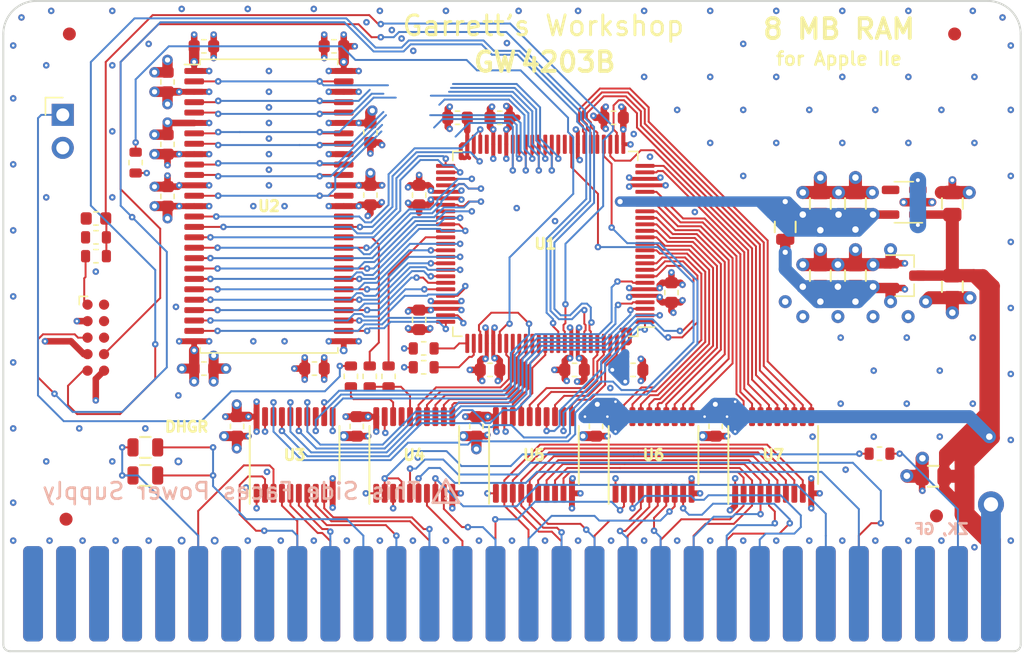
<source format=kicad_pcb>
(kicad_pcb (version 20171130) (host pcbnew "(5.1.5-0-10_14)")
  (title_block (title "GW4203B (RAM2E II)") (date 2020-12-25) (rev 1.3) (company "Garrett's Workshop"))
  (layers (0 F.Cu signal) (1 In1.Cu signal) (2 In2.Cu signal) (31 B.Cu signal) (34 B.Paste user) (35 F.Paste user) (36 B.SilkS user) (37 F.SilkS user) (38 B.Mask user) (39 F.Mask user) (44 Edge.Cuts user))
  (net 0 "")
  (net 1 +5V)
  (net 2 GND)
  (net 3 /Vid7M)
  (net 4 /~SYNC~)
  (net 5 /~PRAS~)
  (net 6 /VC)
  (net 7 /~C07X~)
  (net 8 /~WNDW~)
  (net 9 /SEGA)
  (net 10 /ROMEN1)
  (net 11 /ROMEN2)
  (net 12 /MD7)
  (net 13 /MD6)
  (net 14 /MD5)
  (net 15 /MD4)
  (net 16 /PHI0)
  (net 17 /~CLRGAT~)
  (net 18 /~80VID~)
  (net 19 /~PCAS~)
  (net 20 /~LDPS~)
  (net 21 /R~W~80)
  (net 22 /PHI1)
  (net 23 /~CASEN~)
  (net 24 /MD3)
  (net 25 /MD2)
  (net 26 /MD1)
  (net 27 /MD0)
  (net 28 /H0)
  (net 29 /AN3)
  (net 30 /~EN80~)
  (net 31 /~ALTVID~)
  (net 32 /~SEROUT~)
  (net 33 /~ENVID~)
  (net 34 /R~W~)
  (net 35 /Q3)
  (net 36 /SEGB)
  (net 37 /~RA9~)
  (net 38 /~RA10~)
  (net 39 /GR)
  (net 40 /~ENTMG~)
  (net 41 /MA6)
  (net 42 /MA5)
  (net 43 /MA4)
  (net 44 /MA3)
  (net 45 /MA2)
  (net 46 /MA1)
  (net 47 /MA0)
  (net 48 /MA7)
  (net 49 /C7M)
  (net 50 /C14M)
  (net 51 /C3M58)
  (net 52 /VD0)
  (net 53 /VD1)
  (net 54 /VD2)
  (net 55 /VD3)
  (net 56 /VD4)
  (net 57 /VD5)
  (net 58 /VD6)
  (net 59 /VD7)
  (net 60 +3V3)
  (net 61 /TDI)
  (net 62 "Net-(J2-Pad8)")
  (net 63 /TMS)
  (net 64 /TDO)
  (net 65 /TCK)
  (net 66 /RD5)
  (net 67 /RD4)
  (net 68 /RD3)
  (net 69 /RD2)
  (net 70 /RD7)
  (net 71 /RD6)
  (net 72 /RD0)
  (net 73 /RD1)
  (net 74 /DQMH)
  (net 75 /~WE~)
  (net 76 /~CAS~)
  (net 77 /CKE)
  (net 78 /~RAS~)
  (net 79 /BA0)
  (net 80 /RA11)
  (net 81 /~CS~)
  (net 82 /BA1)
  (net 83 /RA9)
  (net 84 /RA10)
  (net 85 /RA8)
  (net 86 /RA0)
  (net 87 /RA7)
  (net 88 /RA1)
  (net 89 /RA6)
  (net 90 /RA4)
  (net 91 /RA3)
  (net 92 /~EN80~in)
  (net 93 /RA5)
  (net 94 /RA2)
  (net 95 /R~W~80in)
  (net 96 /Ain5)
  (net 97 /PHI1in)
  (net 98 /Ain6)
  (net 99 /DQML)
  (net 100 /~C07X~in)
  (net 101 /R~W~in)
  (net 102 /Ain0)
  (net 103 /Ain1)
  (net 104 /Ain2)
  (net 105 /Ain3)
  (net 106 /Ain4)
  (net 107 /Ain7)
  (net 108 /Din0)
  (net 109 /Din1)
  (net 110 /Din2)
  (net 111 /Din3)
  (net 112 /Din4)
  (net 113 /Din5)
  (net 114 /Din6)
  (net 115 /Din7)
  (net 116 /V~OE~)
  (net 117 /Vout7)
  (net 118 /Vout6)
  (net 119 /Vout5)
  (net 120 /Vout4)
  (net 121 /Vout3)
  (net 122 /Vout2)
  (net 123 /Vout1)
  (net 124 /Vout0)
  (net 125 /D~OE~)
  (net 126 /Dout0)
  (net 127 /Dout1)
  (net 128 /Dout2)
  (net 129 /Dout3)
  (net 130 /Dout4)
  (net 131 /Dout5)
  (net 132 /Dout6)
  (net 133 /Dout7)
  (net 134 /RCLK)
  (net 135 /ACLK)
  (net 136 "Net-(U4-Pad17)")
  (net 137 /~FRCTXT~)
  (net 138 "Net-(U9-Pad4)")
  (net 139 /C14MB)
  (net 140 "Net-(R3-Pad2)")
  (net 141 /C14MR)
  (net 142 +1V2)
  (net 143 "Net-(U1-Pad47)")
  (net 144 "Net-(U1-Pad45)")
  (net 145 "Net-(U1-Pad35)")
  (net 146 /DONE)
  (net 147 /~PROG~)
  (net 148 /~INIT~)
  (net 149 "Net-(J2-Pad9)")
  (net 150 "Net-(J2-Pad10)")
  (net 151 /TCKr)
  (net 152 "Net-(R12-Pad2)")
  (module stdpads:R_0603 (layer F.Cu) (at 228 118.55 270)
    (fp_text reference R13)
    (fp_text value 47)
    (pad 1 smd roundrect (at -0.8 0 270) (size 0.7 0.95) (layers F.Cu F.Paste F.Mask) (net 135 /ACLK))
    (pad 2 smd roundrect (at 0.8 0 270) (size 0.7 0.95) (layers F.Cu F.Paste F.Mask) (net 152 "Net-(R12-Pad2)"))
  )
  (module stdpads:R_0603 (layer F.Cu) (at 226.55 118.55 270)
    (fp_text reference R12)
    (fp_text value 47)
    (pad 2 smd roundrect (at 0.8 0 270) (size 0.7 0.95) (layers F.Cu F.Paste F.Mask) (net 152 "Net-(R12-Pad2)"))
    (pad 1 smd roundrect (at -0.8 0 270) (size 0.7 0.95) (layers F.Cu F.Paste F.Mask) (net 134 /RCLK))
  )
  (module stdpads:R_0603 (layer F.Cu) (at 208.55 102.1 90)
    (fp_text reference R11)
    (fp_text value 10k)
    (pad 2 smd roundrect (at 0.8 0 90) (size 0.7 0.95) (layers F.Cu F.Paste F.Mask) (net 147 /~PROG~))
    (pad 1 smd roundrect (at -0.8 0 90) (size 0.7 0.95) (layers F.Cu F.Paste F.Mask) (net 60 +3V3))
  )
  (module stdpads:R_0603 (layer F.Cu) (at 230.7 116.4)
    (fp_text reference R8)
    (fp_text value 10k)
    (pad 2 smd roundrect (at 0.8 0) (size 0.7 0.95) (layers F.Cu F.Paste F.Mask) (net 146 /DONE))
    (pad 1 smd roundrect (at -0.8 0) (size 0.7 0.95) (layers F.Cu F.Paste F.Mask) (net 60 +3V3))
  )
  (module stdpads:R_0603 (layer F.Cu) (at 230.7 117.85)
    (fp_text reference R5)
    (fp_text value 10k)
    (pad 1 smd roundrect (at -0.8 0) (size 0.7 0.95) (layers F.Cu F.Paste F.Mask) (net 60 +3V3))
    (pad 2 smd roundrect (at 0.8 0) (size 0.7 0.95) (layers F.Cu F.Paste F.Mask) (net 148 /~INIT~))
  )
  (module stdpads:R_0603 (layer F.Cu) (at 205.5 109.3 180)
    (fp_text reference R4)
    (fp_text value 47)
    (pad 2 smd roundrect (at 0.8 0 180) (size 0.7 0.95) (layers F.Cu F.Paste F.Mask) (net 65 /TCK))
    (pad 1 smd roundrect (at -0.8 0 180) (size 0.7 0.95) (layers F.Cu F.Paste F.Mask) (net 151 /TCKr))
  )
  (module stdpads:TQFP-100_14x14mm_P0.5mm (layer F.Cu) (at 240.05 108.35 90)
    (fp_text reference U1)
    (fp_text value LCMXO2-640-TG100)
    (fp_text user %R (at 0 0) (layer F.SilkS) (effects (font (size 0.8128 0.8128) (thickness 0.2032))))
    (pad 1 smd roundrect (at -6 7.6625 180) (size 1.475 0.3) (layers F.Cu F.Paste F.Mask) (net 112 /Din4))
    (pad 2 smd roundrect (at -5.5 7.6625 180) (size 1.475 0.3) (layers F.Cu F.Paste F.Mask) (net 103 /Ain1))
    (pad 3 smd roundrect (at -5 7.6625 180) (size 1.475 0.3) (layers F.Cu F.Paste F.Mask) (net 102 /Ain0))
    (pad 4 smd roundrect (at -4.5 7.6625 180) (size 1.475 0.3) (layers F.Cu F.Paste F.Mask) (net 105 /Ain3))
    (pad 5 smd roundrect (at -4 7.6625 180) (size 1.475 0.3) (layers F.Cu F.Paste F.Mask) (net 60 +3V3))
    (pad 6 smd roundrect (at -3.5 7.6625 180) (size 1.475 0.3) (layers F.Cu F.Paste F.Mask) (net 2 GND))
    (pad 7 smd roundrect (at -3 7.6625 180) (size 1.475 0.3) (layers F.Cu F.Paste F.Mask) (net 104 /Ain2))
    (pad 8 smd roundrect (at -2.5 7.6625 180) (size 1.475 0.3) (layers F.Cu F.Paste F.Mask) (net 107 /Ain7))
    (pad 9 smd roundrect (at -2 7.6625 180) (size 1.475 0.3) (layers F.Cu F.Paste F.Mask) (net 111 /Din3))
    (pad 10 smd roundrect (at -1.5 7.6625 180) (size 1.475 0.3) (layers F.Cu F.Paste F.Mask) (net 116 /V~OE~))
    (pad 11 smd roundrect (at -1 7.6625 180) (size 1.475 0.3) (layers F.Cu F.Paste F.Mask))
    (pad 12 smd roundrect (at -0.5 7.6625 180) (size 1.475 0.3) (layers F.Cu F.Paste F.Mask) (net 117 /Vout7))
    (pad 13 smd roundrect (at 0 7.6625 180) (size 1.475 0.3) (layers F.Cu F.Paste F.Mask) (net 121 /Vout3))
    (pad 14 smd roundrect (at 0.5 7.6625 180) (size 1.475 0.3) (layers F.Cu F.Paste F.Mask) (net 118 /Vout6))
    (pad 15 smd roundrect (at 1 7.6625 180) (size 1.475 0.3) (layers F.Cu F.Paste F.Mask) (net 123 /Vout1))
    (pad 16 smd roundrect (at 1.5 7.6625 180) (size 1.475 0.3) (layers F.Cu F.Paste F.Mask) (net 119 /Vout5))
    (pad 17 smd roundrect (at 2 7.6625 180) (size 1.475 0.3) (layers F.Cu F.Paste F.Mask) (net 122 /Vout2))
    (pad 18 smd roundrect (at 2.5 7.6625 180) (size 1.475 0.3) (layers F.Cu F.Paste F.Mask) (net 124 /Vout0))
    (pad 19 smd roundrect (at 3 7.6625 180) (size 1.475 0.3) (layers F.Cu F.Paste F.Mask) (net 120 /Vout4))
    (pad 20 smd roundrect (at 3.5 7.6625 180) (size 1.475 0.3) (layers F.Cu F.Paste F.Mask) (net 125 /D~OE~))
    (pad 21 smd roundrect (at 4 7.6625 180) (size 1.475 0.3) (layers F.Cu F.Paste F.Mask) (net 131 /Dout5))
    (pad 22 smd roundrect (at 4.5 7.6625 180) (size 1.475 0.3) (layers F.Cu F.Paste F.Mask) (net 2 GND))
    (pad 23 smd roundrect (at 5 7.6625 180) (size 1.475 0.3) (layers F.Cu F.Paste F.Mask) (net 60 +3V3))
    (pad 24 smd roundrect (at 5.5 7.6625 180) (size 1.475 0.3) (layers F.Cu F.Paste F.Mask) (net 130 /Dout4))
    (pad 25 smd roundrect (at 6 7.6625 180) (size 1.475 0.3) (layers F.Cu F.Paste F.Mask) (net 128 /Dout2))
    (pad 26 smd roundrect (at 7.6625 6 180) (size 0.3 1.475) (layers F.Cu F.Paste F.Mask) (net 60 +3V3))
    (pad 27 smd roundrect (at 7.6625 5.5 180) (size 0.3 1.475) (layers F.Cu F.Paste F.Mask) (net 127 /Dout1))
    (pad 28 smd roundrect (at 7.6625 5 180) (size 0.3 1.475) (layers F.Cu F.Paste F.Mask) (net 129 /Dout3))
    (pad 29 smd roundrect (at 7.6625 4.5 180) (size 0.3 1.475) (layers F.Cu F.Paste F.Mask) (net 101 /R~W~in))
    (pad 30 smd roundrect (at 7.6625 4 180) (size 0.3 1.475) (layers F.Cu F.Paste F.Mask) (net 126 /Dout0))
    (pad 31 smd roundrect (at 7.6625 3.5 180) (size 0.3 1.475) (layers F.Cu F.Paste F.Mask) (net 132 /Dout6))
    (pad 32 smd roundrect (at 7.6625 3 180) (size 0.3 1.475) (layers F.Cu F.Paste F.Mask) (net 133 /Dout7))
    (pad 33 smd roundrect (at 7.6625 2.5 180) (size 0.3 1.475) (layers F.Cu F.Paste F.Mask) (net 2 GND))
    (pad 34 smd roundrect (at 7.6625 2 180) (size 0.3 1.475) (layers F.Cu F.Paste F.Mask) (net 100 /~C07X~in))
    (pad 35 smd roundrect (at 7.6625 1.5 180) (size 0.3 1.475) (layers F.Cu F.Paste F.Mask) (net 145 "Net-(U1-Pad35)"))
    (pad 36 smd roundrect (at 7.6625 1 180) (size 0.3 1.475) (layers F.Cu F.Paste F.Mask) (net 72 /RD0))
    (pad 37 smd roundrect (at 7.6625 0.5 180) (size 0.3 1.475) (layers F.Cu F.Paste F.Mask) (net 73 /RD1))
    (pad 38 smd roundrect (at 7.6625 0 180) (size 0.3 1.475) (layers F.Cu F.Paste F.Mask) (net 69 /RD2))
    (pad 39 smd roundrect (at 7.6625 -0.5 180) (size 0.3 1.475) (layers F.Cu F.Paste F.Mask) (net 68 /RD3))
    (pad 40 smd roundrect (at 7.6625 -1 180) (size 0.3 1.475) (layers F.Cu F.Paste F.Mask) (net 67 /RD4))
    (pad 41 smd roundrect (at 7.6625 -1.5 180) (size 0.3 1.475) (layers F.Cu F.Paste F.Mask) (net 66 /RD5))
    (pad 42 smd roundrect (at 7.6625 -2 180) (size 0.3 1.475) (layers F.Cu F.Paste F.Mask) (net 71 /RD6))
    (pad 43 smd roundrect (at 7.6625 -2.5 180) (size 0.3 1.475) (layers F.Cu F.Paste F.Mask) (net 70 /RD7))
    (pad 44 smd roundrect (at 7.6625 -3 180) (size 0.3 1.475) (layers F.Cu F.Paste F.Mask) (net 2 GND))
    (pad 45 smd roundrect (at 7.6625 -3.5 180) (size 0.3 1.475) (layers F.Cu F.Paste F.Mask) (net 144 "Net-(U1-Pad45)"))
    (pad 46 smd roundrect (at 7.6625 -4 180) (size 0.3 1.475) (layers F.Cu F.Paste F.Mask) (net 60 +3V3))
    (pad 47 smd roundrect (at 7.6625 -4.5 180) (size 0.3 1.475) (layers F.Cu F.Paste F.Mask) (net 143 "Net-(U1-Pad47)"))
    (pad 48 smd roundrect (at 7.6625 -5 180) (size 0.3 1.475) (layers F.Cu F.Paste F.Mask) (net 99 /DQML))
    (pad 49 smd roundrect (at 7.6625 -5.5 180) (size 0.3 1.475) (layers F.Cu F.Paste F.Mask) (net 74 /DQMH))
    (pad 50 smd roundrect (at 7.6625 -6 180) (size 0.3 1.475) (layers F.Cu F.Paste F.Mask) (net 142 +1V2))
    (pad 51 smd roundrect (at 6 -7.6625 180) (size 1.475 0.3) (layers F.Cu F.Paste F.Mask) (net 75 /~WE~))
    (pad 52 smd roundrect (at 5.5 -7.6625 180) (size 1.475 0.3) (layers F.Cu F.Paste F.Mask) (net 76 /~CAS~))
    (pad 53 smd roundrect (at 5 -7.6625 180) (size 1.475 0.3) (layers F.Cu F.Paste F.Mask) (net 77 /CKE))
    (pad 54 smd roundrect (at 4.5 -7.6625 180) (size 1.475 0.3) (layers F.Cu F.Paste F.Mask) (net 78 /~RAS~))
    (pad 55 smd roundrect (at 4 -7.6625 180) (size 1.475 0.3) (layers F.Cu F.Paste F.Mask) (net 60 +3V3))
    (pad 56 smd roundrect (at 3.5 -7.6625 180) (size 1.475 0.3) (layers F.Cu F.Paste F.Mask) (net 2 GND))
    (pad 57 smd roundrect (at 3 -7.6625 180) (size 1.475 0.3) (layers F.Cu F.Paste F.Mask) (net 81 /~CS~))
    (pad 58 smd roundrect (at 2.5 -7.6625 180) (size 1.475 0.3) (layers F.Cu F.Paste F.Mask) (net 79 /BA0))
    (pad 59 smd roundrect (at 2 -7.6625 180) (size 1.475 0.3) (layers F.Cu F.Paste F.Mask) (net 80 /RA11))
    (pad 60 smd roundrect (at 1.5 -7.6625 180) (size 1.475 0.3) (layers F.Cu F.Paste F.Mask) (net 82 /BA1))
    (pad 61 smd roundrect (at 1 -7.6625 180) (size 1.475 0.3) (layers F.Cu F.Paste F.Mask))
    (pad 62 smd roundrect (at 0.5 -7.6625 180) (size 1.475 0.3) (layers F.Cu F.Paste F.Mask) (net 135 /ACLK))
    (pad 63 smd roundrect (at 0 -7.6625 180) (size 1.475 0.3) (layers F.Cu F.Paste F.Mask) (net 83 /RA9))
    (pad 64 smd roundrect (at -0.5 -7.6625 180) (size 1.475 0.3) (layers F.Cu F.Paste F.Mask) (net 84 /RA10))
    (pad 65 smd roundrect (at -1 -7.6625 180) (size 1.475 0.3) (layers F.Cu F.Paste F.Mask) (net 85 /RA8))
    (pad 66 smd roundrect (at -1.5 -7.6625 180) (size 1.475 0.3) (layers F.Cu F.Paste F.Mask) (net 86 /RA0))
    (pad 67 smd roundrect (at -2 -7.6625 180) (size 1.475 0.3) (layers F.Cu F.Paste F.Mask) (net 87 /RA7))
    (pad 68 smd roundrect (at -2.5 -7.6625 180) (size 1.475 0.3) (layers F.Cu F.Paste F.Mask) (net 88 /RA1))
    (pad 69 smd roundrect (at -3 -7.6625 180) (size 1.475 0.3) (layers F.Cu F.Paste F.Mask) (net 89 /RA6))
    (pad 70 smd roundrect (at -3.5 -7.6625 180) (size 1.475 0.3) (layers F.Cu F.Paste F.Mask) (net 94 /RA2))
    (pad 71 smd roundrect (at -4 -7.6625 180) (size 1.475 0.3) (layers F.Cu F.Paste F.Mask) (net 93 /RA5))
    (pad 72 smd roundrect (at -4.5 -7.6625 180) (size 1.475 0.3) (layers F.Cu F.Paste F.Mask) (net 2 GND))
    (pad 73 smd roundrect (at -5 -7.6625 180) (size 1.475 0.3) (layers F.Cu F.Paste F.Mask) (net 60 +3V3))
    (pad 74 smd roundrect (at -5.5 -7.6625 180) (size 1.475 0.3) (layers F.Cu F.Paste F.Mask) (net 91 /RA3))
    (pad 75 smd roundrect (at -6 -7.6625 180) (size 1.475 0.3) (layers F.Cu F.Paste F.Mask) (net 90 /RA4))
    (pad 76 smd roundrect (at -7.6625 -6 180) (size 0.3 1.475) (layers F.Cu F.Paste F.Mask) (net 146 /DONE))
    (pad 77 smd roundrect (at -7.6625 -5.5 180) (size 0.3 1.475) (layers F.Cu F.Paste F.Mask) (net 148 /~INIT~))
    (pad 78 smd roundrect (at -7.6625 -5 180) (size 0.3 1.475) (layers F.Cu F.Paste F.Mask) (net 106 /Ain4))
    (pad 79 smd roundrect (at -7.6625 -4.5 180) (size 0.3 1.475) (layers F.Cu F.Paste F.Mask) (net 2 GND))
    (pad 80 smd roundrect (at -7.6625 -4 180) (size 0.3 1.475) (layers F.Cu F.Paste F.Mask) (net 60 +3V3))
    (pad 81 smd roundrect (at -7.6625 -3.5 180) (size 0.3 1.475) (layers F.Cu F.Paste F.Mask) (net 147 /~PROG~))
    (pad 82 smd roundrect (at -7.6625 -3 180) (size 0.3 1.475) (layers F.Cu F.Paste F.Mask) (net 92 /~EN80~in))
    (pad 83 smd roundrect (at -7.6625 -2.5 180) (size 0.3 1.475) (layers F.Cu F.Paste F.Mask) (net 95 /R~W~80in))
    (pad 84 smd roundrect (at -7.6625 -2 180) (size 0.3 1.475) (layers F.Cu F.Paste F.Mask) (net 96 /Ain5))
    (pad 85 smd roundrect (at -7.6625 -1.5 180) (size 0.3 1.475) (layers F.Cu F.Paste F.Mask) (net 97 /PHI1in))
    (pad 86 smd roundrect (at -7.6625 -1 180) (size 0.3 1.475) (layers F.Cu F.Paste F.Mask) (net 98 /Ain6))
    (pad 87 smd roundrect (at -7.6625 -0.5 180) (size 0.3 1.475) (layers F.Cu F.Paste F.Mask) (net 115 /Din7))
    (pad 88 smd roundrect (at -7.6625 0 180) (size 0.3 1.475) (layers F.Cu F.Paste F.Mask) (net 114 /Din6))
    (pad 89 smd roundrect (at -7.6625 0.5 180) (size 0.3 1.475) (layers F.Cu F.Paste F.Mask))
    (pad 90 smd roundrect (at -7.6625 1 180) (size 0.3 1.475) (layers F.Cu F.Paste F.Mask) (net 63 /TMS))
    (pad 91 smd roundrect (at -7.6625 1.5 180) (size 0.3 1.475) (layers F.Cu F.Paste F.Mask) (net 151 /TCKr))
    (pad 92 smd roundrect (at -7.6625 2 180) (size 0.3 1.475) (layers F.Cu F.Paste F.Mask) (net 2 GND))
    (pad 93 smd roundrect (at -7.6625 2.5 180) (size 0.3 1.475) (layers F.Cu F.Paste F.Mask) (net 60 +3V3))
    (pad 94 smd roundrect (at -7.6625 3 180) (size 0.3 1.475) (layers F.Cu F.Paste F.Mask) (net 61 /TDI))
    (pad 95 smd roundrect (at -7.6625 3.5 180) (size 0.3 1.475) (layers F.Cu F.Paste F.Mask) (net 64 /TDO))
    (pad 96 smd roundrect (at -7.6625 4 180) (size 0.3 1.475) (layers F.Cu F.Paste F.Mask) (net 108 /Din0))
    (pad 97 smd roundrect (at -7.6625 4.5 180) (size 0.3 1.475) (layers F.Cu F.Paste F.Mask) (net 109 /Din1))
    (pad 98 smd roundrect (at -7.6625 5 180) (size 0.3 1.475) (layers F.Cu F.Paste F.Mask) (net 110 /Din2))
    (pad 99 smd roundrect (at -7.6625 5.5 180) (size 0.3 1.475) (layers F.Cu F.Paste F.Mask) (net 113 /Din5))
    (pad 100 smd roundrect (at -7.6625 6 180) (size 0.3 1.475) (layers F.Cu F.Paste F.Mask) (net 142 +1V2))
  )
  (module stdpads:TC2050 (layer F.Cu) (at 205.486 115.57 270)
    (fp_text reference J2)
    (fp_text value JTAG)
    (pad "" np_thru_hole circle (at 3.81 -1.016 270) (size 0.9906 0.9906) (drill 0.9906) (layers *.Cu *.Mask))
    (pad "" np_thru_hole circle (at 3.81 1.016 270) (size 0.9906 0.9906) (drill 0.9906) (layers *.Cu *.Mask))
    (pad "" np_thru_hole circle (at -3.81 0 270) (size 0.9906 0.9906) (drill 0.9906) (layers *.Cu *.Mask))
    (pad 1 connect circle (at -2.54 0.635 270) (size 0.7874 0.7874) (layers F.Cu F.Mask) (net 65 /TCK))
    (pad 2 connect circle (at -1.27 0.635 270) (size 0.7874 0.7874) (layers F.Cu F.Mask) (net 2 GND))
    (pad 3 connect circle (at 0 0.635 270) (size 0.7874 0.7874) (layers F.Cu F.Mask) (net 63 /TMS))
    (pad 4 connect circle (at 1.27 0.635 270) (size 0.7874 0.7874) (layers F.Cu F.Mask) (net 2 GND))
    (pad 5 connect circle (at 2.54 0.635 270) (size 0.7874 0.7874) (layers F.Cu F.Mask) (net 61 /TDI))
    (pad 6 connect circle (at 2.54 -0.635 270) (size 0.7874 0.7874) (layers F.Cu F.Mask) (net 60 +3V3))
    (pad 7 connect circle (at 1.27 -0.635 270) (size 0.7874 0.7874) (layers F.Cu F.Mask) (net 64 /TDO))
    (pad 8 connect circle (at 0 -0.635 270) (size 0.7874 0.7874) (layers F.Cu F.Mask) (net 62 "Net-(J2-Pad8)"))
    (pad 9 connect circle (at -1.27 -0.635 270) (size 0.7874 0.7874) (layers F.Cu F.Mask) (net 149 "Net-(J2-Pad9)"))
    (pad 10 connect circle (at -2.54 -0.635 270) (size 0.7874 0.7874) (layers F.Cu F.Mask) (net 150 "Net-(J2-Pad10)"))
    (pad "" np_thru_hole circle (at -3.81 -2.54 270) (size 2.3749 2.3749) (drill 2.3749) (layers *.Cu *.Mask))
    (pad "" np_thru_hole circle (at -3.81 2.54 270) (size 2.3749 2.3749) (drill 2.3749) (layers *.Cu *.Mask))
    (pad "" np_thru_hole circle (at 1.905 2.54 270) (size 2.3749 2.3749) (drill 2.3749) (layers *.Cu *.Mask))
    (pad "" np_thru_hole circle (at 1.905 -2.54 270) (size 2.3749 2.3749) (drill 2.3749) (layers *.Cu *.Mask))
  )
  (module stdpads:C_0603 (layer F.Cu) (at 233.3 98.65 180)
    (fp_text reference C19)
    (fp_text value 2u2)
    (pad 2 smd roundrect (at 0.75 0 180) (size 0.85 0.95) (layers F.Cu F.Paste F.Mask) (net 2 GND))
    (pad 1 smd roundrect (at -0.75 0 180) (size 0.85 0.95) (layers F.Cu F.Paste F.Mask) (net 142 +1V2))
  )
  (module stdpads:C_0603 (layer F.Cu) (at 246.8 118.05)
    (fp_text reference C16)
    (fp_text value 2u2)
    (pad 2 smd roundrect (at 0.75 0) (size 0.85 0.95) (layers F.Cu F.Paste F.Mask) (net 2 GND))
    (pad 1 smd roundrect (at -0.75 0) (size 0.85 0.95) (layers F.Cu F.Paste F.Mask) (net 142 +1V2))
  )
  (module stdpads:C_0603 (layer F.Cu) (at 234.75 122.4 270)
    (fp_text reference C9)
    (fp_text value 2u2)
    (pad 2 smd roundrect (at 0.75 0 270) (size 0.85 0.95) (layers F.Cu F.Paste F.Mask) (net 2 GND))
    (pad 1 smd roundrect (at -0.75 0 270) (size 0.85 0.95) (layers F.Cu F.Paste F.Mask) (net 60 +3V3))
  )
  (module stdpads:SOT-23-5 (layer F.Cu) (at 267.65 105.15)
    (fp_text reference U9)
    (fp_text value AP2127K-1.2TRG1)
    (pad 1 smd roundrect (at 1.05 0.95 180) (size 1.35 0.65) (layers F.Cu F.Paste F.Mask) (net 1 +5V))
    (pad 3 smd roundrect (at 1.05 -0.95 180) (size 1.35 0.65) (layers F.Cu F.Paste F.Mask) (net 1 +5V))
    (pad 2 smd roundrect (at 1.05 0 180) (size 1.35 0.65) (layers F.Cu F.Paste F.Mask) (net 2 GND))
    (pad 5 smd roundrect (at -1.05 0.95 180) (size 1.35 0.65) (layers F.Cu F.Paste F.Mask) (net 142 +1V2))
    (pad 4 smd roundrect (at -1.05 -0.95 180) (size 1.35 0.65) (layers F.Cu F.Paste F.Mask) (net 138 "Net-(U9-Pad4)"))
  )
  (module stdpads:R_0805 (layer F.Cu) (at 258.5 107.05 90)
    (fp_text reference R1)
    (fp_text value "0 ")
    (pad 2 smd roundrect (at 0.95 0 90) (size 0.85 1.4) (layers F.Cu F.Paste F.Mask) (net 142 +1V2))
    (pad 1 smd roundrect (at -0.95 0 90) (size 0.85 1.4) (layers F.Cu F.Paste F.Mask) (net 60 +3V3))
  )
  (module Connector_PinHeader_2.54mm:PinHeader_1x02_P2.54mm_Vertical (layer F.Cu) (at 202.946 98.425)
    (fp_text reference J3 hide)
    (fp_text value C14M)
    (pad 2 thru_hole oval (at 0 2.54) (size 1.7 1.7) (drill 1) (layers *.Cu *.Mask) (net 2 GND))
    (pad 1 thru_hole rect (at 0 0) (size 1.7 1.7) (drill 1) (layers *.Cu *.Mask) (net 139 /C14MB))
  )
  (module stdpads:R_0603 (layer F.Cu) (at 265.75 124.5)
    (fp_text reference R2)
    (fp_text value 47)
    (pad 2 smd roundrect (at 0.8 0) (size 0.7 0.95) (layers F.Cu F.Paste F.Mask) (net 50 /C14M))
    (pad 1 smd roundrect (at -0.8 0) (size 0.7 0.95) (layers F.Cu F.Paste F.Mask) (net 141 /C14MR))
  )
  (module stdpads:R_0603 (layer F.Cu) (at 225.1 118.55 270)
    (fp_text reference R3)
    (fp_text value 47)
    (pad 1 smd roundrect (at -0.8 0 270) (size 0.7 0.95) (layers F.Cu F.Paste F.Mask) (net 139 /C14MB))
    (pad 2 smd roundrect (at 0.8 0 270) (size 0.7 0.95) (layers F.Cu F.Paste F.Mask) (net 140 "Net-(R3-Pad2)"))
  )
  (module stdpads:C_0603 (layer F.Cu) (at 222.3 117.95)
    (fp_text reference C25)
    (fp_text value 2u2)
    (pad 1 smd roundrect (at -0.75 0) (size 0.85 0.95) (layers F.Cu F.Paste F.Mask) (net 60 +3V3))
    (pad 2 smd roundrect (at 0.75 0) (size 0.85 0.95) (layers F.Cu F.Paste F.Mask) (net 2 GND))
  )
  (module stdpads:C_0603 (layer F.Cu) (at 213.8 93.15)
    (fp_text reference C20)
    (fp_text value 2u2)
    (pad 2 smd roundrect (at 0.75 0) (size 0.85 0.95) (layers F.Cu F.Paste F.Mask) (net 2 GND))
    (pad 1 smd roundrect (at -0.75 0) (size 0.85 0.95) (layers F.Cu F.Paste F.Mask) (net 60 +3V3))
  )
  (module stdpads:SOT-23 (layer F.Cu) (at 267.65 110.8 180)
    (fp_text reference U8)
    (fp_text value XC6206P332MR)
    (pad 1 smd roundrect (at 1.05 0.95) (size 1.35 0.8) (layers F.Cu F.Paste F.Mask) (net 2 GND))
    (pad 2 smd roundrect (at 1.05 -0.95) (size 1.35 0.8) (layers F.Cu F.Paste F.Mask) (net 60 +3V3))
    (pad 3 smd roundrect (at -1.05 0) (size 1.35 0.8) (layers F.Cu F.Paste F.Mask) (net 1 +5V))
  )
  (module stdpads:TSSOP-20_4.4x6.5mm_P0.65mm (layer F.Cu) (at 229.975 124.6)
    (fp_text reference U4)
    (fp_text value 74LVC245APW)
    (fp_text user %R (at 0 0) (layer F.SilkS) (effects (font (size 0.8128 0.8128) (thickness 0.2032))))
    (pad 20 smd roundrect (at -2.925 -2.95 90) (size 1.45 0.45) (layers F.Cu F.Paste F.Mask) (net 60 +3V3))
    (pad 19 smd roundrect (at -2.275 -2.95 90) (size 1.45 0.45) (layers F.Cu F.Paste F.Mask) (net 2 GND))
    (pad 18 smd roundrect (at -1.625 -2.95 90) (size 1.45 0.45) (layers F.Cu F.Paste F.Mask) (net 140 "Net-(R3-Pad2)"))
    (pad 17 smd roundrect (at -0.975 -2.95 90) (size 1.45 0.45) (layers F.Cu F.Paste F.Mask) (net 136 "Net-(U4-Pad17)"))
    (pad 16 smd roundrect (at -0.325 -2.95 90) (size 1.45 0.45) (layers F.Cu F.Paste F.Mask) (net 152 "Net-(R12-Pad2)"))
    (pad 15 smd roundrect (at 0.325 -2.95 90) (size 1.45 0.45) (layers F.Cu F.Paste F.Mask) (net 92 /~EN80~in))
    (pad 14 smd roundrect (at 0.975 -2.95 90) (size 1.45 0.45) (layers F.Cu F.Paste F.Mask) (net 95 /R~W~80in))
    (pad 13 smd roundrect (at 1.625 -2.95 90) (size 1.45 0.45) (layers F.Cu F.Paste F.Mask) (net 96 /Ain5))
    (pad 12 smd roundrect (at 2.275 -2.95 90) (size 1.45 0.45) (layers F.Cu F.Paste F.Mask) (net 97 /PHI1in))
    (pad 11 smd roundrect (at 2.925 -2.95 90) (size 1.45 0.45) (layers F.Cu F.Paste F.Mask) (net 98 /Ain6))
    (pad 10 smd roundrect (at 2.925 2.95 90) (size 1.45 0.45) (layers F.Cu F.Paste F.Mask) (net 2 GND))
    (pad 9 smd roundrect (at 2.275 2.95 90) (size 1.45 0.45) (layers F.Cu F.Paste F.Mask) (net 41 /MA6))
    (pad 8 smd roundrect (at 1.625 2.95 90) (size 1.45 0.45) (layers F.Cu F.Paste F.Mask) (net 22 /PHI1))
    (pad 7 smd roundrect (at 0.975 2.95 90) (size 1.45 0.45) (layers F.Cu F.Paste F.Mask) (net 42 /MA5))
    (pad 6 smd roundrect (at 0.325 2.95 90) (size 1.45 0.45) (layers F.Cu F.Paste F.Mask) (net 21 /R~W~80))
    (pad 5 smd roundrect (at -0.325 2.95 90) (size 1.45 0.45) (layers F.Cu F.Paste F.Mask) (net 30 /~EN80~))
    (pad 4 smd roundrect (at -0.975 2.95 90) (size 1.45 0.45) (layers F.Cu F.Paste F.Mask) (net 141 /C14MR))
    (pad 3 smd roundrect (at -1.625 2.95 90) (size 1.45 0.45) (layers F.Cu F.Paste F.Mask) (net 2 GND))
    (pad 2 smd roundrect (at -2.275 2.95 90) (size 1.45 0.45) (layers F.Cu F.Paste F.Mask) (net 141 /C14MR))
    (pad 1 smd roundrect (at -2.925 2.95 90) (size 1.45 0.45) (layers F.Cu F.Paste F.Mask) (net 60 +3V3))
  )
  (module stdpads:TSSOP-20_4.4x6.5mm_P0.65mm (layer F.Cu) (at 220.775 124.6)
    (fp_text reference U3)
    (fp_text value 74LVC245APW)
    (fp_text user %R (at 0 0) (layer F.SilkS) (effects (font (size 0.8128 0.8128) (thickness 0.2032))))
    (pad 20 smd roundrect (at -2.925 -2.95 90) (size 1.45 0.45) (layers F.Cu F.Paste F.Mask) (net 60 +3V3))
    (pad 19 smd roundrect (at -2.275 -2.95 90) (size 1.45 0.45) (layers F.Cu F.Paste F.Mask) (net 2 GND))
    (pad 18 smd roundrect (at -1.625 -2.95 90) (size 1.45 0.45) (layers F.Cu F.Paste F.Mask) (net 101 /R~W~in))
    (pad 17 smd roundrect (at -0.975 -2.95 90) (size 1.45 0.45) (layers F.Cu F.Paste F.Mask) (net 100 /~C07X~in))
    (pad 16 smd roundrect (at -0.325 -2.95 90) (size 1.45 0.45) (layers F.Cu F.Paste F.Mask) (net 107 /Ain7))
    (pad 15 smd roundrect (at 0.325 -2.95 90) (size 1.45 0.45) (layers F.Cu F.Paste F.Mask) (net 103 /Ain1))
    (pad 14 smd roundrect (at 0.975 -2.95 90) (size 1.45 0.45) (layers F.Cu F.Paste F.Mask) (net 102 /Ain0))
    (pad 13 smd roundrect (at 1.625 -2.95 90) (size 1.45 0.45) (layers F.Cu F.Paste F.Mask) (net 104 /Ain2))
    (pad 12 smd roundrect (at 2.275 -2.95 90) (size 1.45 0.45) (layers F.Cu F.Paste F.Mask) (net 106 /Ain4))
    (pad 11 smd roundrect (at 2.925 -2.95 90) (size 1.45 0.45) (layers F.Cu F.Paste F.Mask) (net 105 /Ain3))
    (pad 10 smd roundrect (at 2.925 2.95 90) (size 1.45 0.45) (layers F.Cu F.Paste F.Mask) (net 2 GND))
    (pad 9 smd roundrect (at 2.275 2.95 90) (size 1.45 0.45) (layers F.Cu F.Paste F.Mask) (net 44 /MA3))
    (pad 8 smd roundrect (at 1.625 2.95 90) (size 1.45 0.45) (layers F.Cu F.Paste F.Mask) (net 43 /MA4))
    (pad 7 smd roundrect (at 0.975 2.95 90) (size 1.45 0.45) (layers F.Cu F.Paste F.Mask) (net 45 /MA2))
    (pad 6 smd roundrect (at 0.325 2.95 90) (size 1.45 0.45) (layers F.Cu F.Paste F.Mask) (net 47 /MA0))
    (pad 5 smd roundrect (at -0.325 2.95 90) (size 1.45 0.45) (layers F.Cu F.Paste F.Mask) (net 46 /MA1))
    (pad 4 smd roundrect (at -0.975 2.95 90) (size 1.45 0.45) (layers F.Cu F.Paste F.Mask) (net 48 /MA7))
    (pad 3 smd roundrect (at -1.625 2.95 90) (size 1.45 0.45) (layers F.Cu F.Paste F.Mask) (net 7 /~C07X~))
    (pad 2 smd roundrect (at -2.275 2.95 90) (size 1.45 0.45) (layers F.Cu F.Paste F.Mask) (net 34 /R~W~))
    (pad 1 smd roundrect (at -2.925 2.95 90) (size 1.45 0.45) (layers F.Cu F.Paste F.Mask) (net 60 +3V3))
  )
  (module stdpads:TSSOP-20_4.4x6.5mm_P0.65mm (layer F.Cu) (at 257.575 124.6)
    (fp_text reference U7)
    (fp_text value 74AHCT245PW)
    (fp_text user %R (at 0 0) (layer F.SilkS) (effects (font (size 0.8128 0.8128) (thickness 0.2032))))
    (pad 20 smd roundrect (at -2.925 -2.95 90) (size 1.45 0.45) (layers F.Cu F.Paste F.Mask) (net 1 +5V))
    (pad 19 smd roundrect (at -2.275 -2.95 90) (size 1.45 0.45) (layers F.Cu F.Paste F.Mask) (net 125 /D~OE~))
    (pad 18 smd roundrect (at -1.625 -2.95 90) (size 1.45 0.45) (layers F.Cu F.Paste F.Mask) (net 131 /Dout5))
    (pad 17 smd roundrect (at -0.975 -2.95 90) (size 1.45 0.45) (layers F.Cu F.Paste F.Mask) (net 130 /Dout4))
    (pad 16 smd roundrect (at -0.325 -2.95 90) (size 1.45 0.45) (layers F.Cu F.Paste F.Mask) (net 128 /Dout2))
    (pad 15 smd roundrect (at 0.325 -2.95 90) (size 1.45 0.45) (layers F.Cu F.Paste F.Mask) (net 129 /Dout3))
    (pad 14 smd roundrect (at 0.975 -2.95 90) (size 1.45 0.45) (layers F.Cu F.Paste F.Mask) (net 127 /Dout1))
    (pad 13 smd roundrect (at 1.625 -2.95 90) (size 1.45 0.45) (layers F.Cu F.Paste F.Mask) (net 126 /Dout0))
    (pad 12 smd roundrect (at 2.275 -2.95 90) (size 1.45 0.45) (layers F.Cu F.Paste F.Mask) (net 132 /Dout6))
    (pad 11 smd roundrect (at 2.925 -2.95 90) (size 1.45 0.45) (layers F.Cu F.Paste F.Mask) (net 133 /Dout7))
    (pad 10 smd roundrect (at 2.925 2.95 90) (size 1.45 0.45) (layers F.Cu F.Paste F.Mask) (net 2 GND))
    (pad 9 smd roundrect (at 2.275 2.95 90) (size 1.45 0.45) (layers F.Cu F.Paste F.Mask) (net 12 /MD7))
    (pad 8 smd roundrect (at 1.625 2.95 90) (size 1.45 0.45) (layers F.Cu F.Paste F.Mask) (net 13 /MD6))
    (pad 7 smd roundrect (at 0.975 2.95 90) (size 1.45 0.45) (layers F.Cu F.Paste F.Mask) (net 27 /MD0))
    (pad 6 smd roundrect (at 0.325 2.95 90) (size 1.45 0.45) (layers F.Cu F.Paste F.Mask) (net 26 /MD1))
    (pad 5 smd roundrect (at -0.325 2.95 90) (size 1.45 0.45) (layers F.Cu F.Paste F.Mask) (net 24 /MD3))
    (pad 4 smd roundrect (at -0.975 2.95 90) (size 1.45 0.45) (layers F.Cu F.Paste F.Mask) (net 25 /MD2))
    (pad 3 smd roundrect (at -1.625 2.95 90) (size 1.45 0.45) (layers F.Cu F.Paste F.Mask) (net 15 /MD4))
    (pad 2 smd roundrect (at -2.275 2.95 90) (size 1.45 0.45) (layers F.Cu F.Paste F.Mask) (net 14 /MD5))
    (pad 1 smd roundrect (at -2.925 2.95 90) (size 1.45 0.45) (layers F.Cu F.Paste F.Mask) (net 2 GND))
  )
  (module stdpads:TSSOP-20_4.4x6.5mm_P0.65mm (layer F.Cu) (at 248.375 124.6)
    (fp_text reference U6)
    (fp_text value 74AHCT245PW)
    (fp_text user %R (at 0 0) (layer F.SilkS) (effects (font (size 0.8128 0.8128) (thickness 0.2032))))
    (pad 20 smd roundrect (at -2.925 -2.95 90) (size 1.45 0.45) (layers F.Cu F.Paste F.Mask) (net 1 +5V))
    (pad 19 smd roundrect (at -2.275 -2.95 90) (size 1.45 0.45) (layers F.Cu F.Paste F.Mask) (net 116 /V~OE~))
    (pad 18 smd roundrect (at -1.625 -2.95 90) (size 1.45 0.45) (layers F.Cu F.Paste F.Mask) (net 117 /Vout7))
    (pad 17 smd roundrect (at -0.975 -2.95 90) (size 1.45 0.45) (layers F.Cu F.Paste F.Mask) (net 121 /Vout3))
    (pad 16 smd roundrect (at -0.325 -2.95 90) (size 1.45 0.45) (layers F.Cu F.Paste F.Mask) (net 118 /Vout6))
    (pad 15 smd roundrect (at 0.325 -2.95 90) (size 1.45 0.45) (layers F.Cu F.Paste F.Mask) (net 123 /Vout1))
    (pad 14 smd roundrect (at 0.975 -2.95 90) (size 1.45 0.45) (layers F.Cu F.Paste F.Mask) (net 119 /Vout5))
    (pad 13 smd roundrect (at 1.625 -2.95 90) (size 1.45 0.45) (layers F.Cu F.Paste F.Mask) (net 122 /Vout2))
    (pad 12 smd roundrect (at 2.275 -2.95 90) (size 1.45 0.45) (layers F.Cu F.Paste F.Mask) (net 124 /Vout0))
    (pad 11 smd roundrect (at 2.925 -2.95 90) (size 1.45 0.45) (layers F.Cu F.Paste F.Mask) (net 120 /Vout4))
    (pad 10 smd roundrect (at 2.925 2.95 90) (size 1.45 0.45) (layers F.Cu F.Paste F.Mask) (net 2 GND))
    (pad 9 smd roundrect (at 2.275 2.95 90) (size 1.45 0.45) (layers F.Cu F.Paste F.Mask) (net 56 /VD4))
    (pad 8 smd roundrect (at 1.625 2.95 90) (size 1.45 0.45) (layers F.Cu F.Paste F.Mask) (net 52 /VD0))
    (pad 7 smd roundrect (at 0.975 2.95 90) (size 1.45 0.45) (layers F.Cu F.Paste F.Mask) (net 54 /VD2))
    (pad 6 smd roundrect (at 0.325 2.95 90) (size 1.45 0.45) (layers F.Cu F.Paste F.Mask) (net 57 /VD5))
    (pad 5 smd roundrect (at -0.325 2.95 90) (size 1.45 0.45) (layers F.Cu F.Paste F.Mask) (net 53 /VD1))
    (pad 4 smd roundrect (at -0.975 2.95 90) (size 1.45 0.45) (layers F.Cu F.Paste F.Mask) (net 58 /VD6))
    (pad 3 smd roundrect (at -1.625 2.95 90) (size 1.45 0.45) (layers F.Cu F.Paste F.Mask) (net 55 /VD3))
    (pad 2 smd roundrect (at -2.275 2.95 90) (size 1.45 0.45) (layers F.Cu F.Paste F.Mask) (net 59 /VD7))
    (pad 1 smd roundrect (at -2.925 2.95 90) (size 1.45 0.45) (layers F.Cu F.Paste F.Mask) (net 2 GND))
  )
  (module stdpads:TSSOP-20_4.4x6.5mm_P0.65mm (layer F.Cu) (at 239.175 124.6)
    (fp_text reference U5)
    (fp_text value 74LVC245APW)
    (fp_text user %R (at 0 0) (layer F.SilkS) (effects (font (size 0.8128 0.8128) (thickness 0.2032))))
    (pad 20 smd roundrect (at -2.925 -2.95 90) (size 1.45 0.45) (layers F.Cu F.Paste F.Mask) (net 60 +3V3))
    (pad 19 smd roundrect (at -2.275 -2.95 90) (size 1.45 0.45) (layers F.Cu F.Paste F.Mask) (net 2 GND))
    (pad 18 smd roundrect (at -1.625 -2.95 90) (size 1.45 0.45) (layers F.Cu F.Paste F.Mask) (net 115 /Din7))
    (pad 17 smd roundrect (at -0.975 -2.95 90) (size 1.45 0.45) (layers F.Cu F.Paste F.Mask) (net 114 /Din6))
    (pad 16 smd roundrect (at -0.325 -2.95 90) (size 1.45 0.45) (layers F.Cu F.Paste F.Mask) (net 108 /Din0))
    (pad 15 smd roundrect (at 0.325 -2.95 90) (size 1.45 0.45) (layers F.Cu F.Paste F.Mask) (net 109 /Din1))
    (pad 14 smd roundrect (at 0.975 -2.95 90) (size 1.45 0.45) (layers F.Cu F.Paste F.Mask) (net 111 /Din3))
    (pad 13 smd roundrect (at 1.625 -2.95 90) (size 1.45 0.45) (layers F.Cu F.Paste F.Mask) (net 110 /Din2))
    (pad 12 smd roundrect (at 2.275 -2.95 90) (size 1.45 0.45) (layers F.Cu F.Paste F.Mask) (net 112 /Din4))
    (pad 11 smd roundrect (at 2.925 -2.95 90) (size 1.45 0.45) (layers F.Cu F.Paste F.Mask) (net 113 /Din5))
    (pad 10 smd roundrect (at 2.925 2.95 90) (size 1.45 0.45) (layers F.Cu F.Paste F.Mask) (net 2 GND))
    (pad 9 smd roundrect (at 2.275 2.95 90) (size 1.45 0.45) (layers F.Cu F.Paste F.Mask) (net 14 /MD5))
    (pad 8 smd roundrect (at 1.625 2.95 90) (size 1.45 0.45) (layers F.Cu F.Paste F.Mask) (net 15 /MD4))
    (pad 7 smd roundrect (at 0.975 2.95 90) (size 1.45 0.45) (layers F.Cu F.Paste F.Mask) (net 25 /MD2))
    (pad 6 smd roundrect (at 0.325 2.95 90) (size 1.45 0.45) (layers F.Cu F.Paste F.Mask) (net 24 /MD3))
    (pad 5 smd roundrect (at -0.325 2.95 90) (size 1.45 0.45) (layers F.Cu F.Paste F.Mask) (net 26 /MD1))
    (pad 4 smd roundrect (at -0.975 2.95 90) (size 1.45 0.45) (layers F.Cu F.Paste F.Mask) (net 27 /MD0))
    (pad 3 smd roundrect (at -1.625 2.95 90) (size 1.45 0.45) (layers F.Cu F.Paste F.Mask) (net 13 /MD6))
    (pad 2 smd roundrect (at -2.275 2.95 90) (size 1.45 0.45) (layers F.Cu F.Paste F.Mask) (net 12 /MD7))
    (pad 1 smd roundrect (at -2.925 2.95 90) (size 1.45 0.45) (layers F.Cu F.Paste F.Mask) (net 60 +3V3))
  )
  (module stdpads:Fiducial (layer F.Cu) (at 270.129 129.286)
    (fp_text reference FID4)
    (fp_text value Fiducial hide)
    (pad ~ smd circle (at 0 0) (size 1 1) (layers F.Cu F.Mask) (clearance 0.575))
  )
  (module stdpads:Fiducial (layer F.Cu) (at 271.526 92.202)
    (fp_text reference FID3)
    (fp_text value Fiducial hide)
    (pad ~ smd circle (at 0 0) (size 1 1) (layers F.Cu F.Mask) (clearance 0.575))
  )
  (module stdpads:Fiducial (layer F.Cu) (at 203.2 129.54)
    (fp_text reference FID1)
    (fp_text value Fiducial hide)
    (pad ~ smd circle (at 0 0) (size 1 1) (layers F.Cu F.Mask) (clearance 0.575))
  )
  (module stdpads:Fiducial (layer F.Cu) (at 203.454 92.202)
    (fp_text reference FID2)
    (fp_text value Fiducial hide)
    (pad ~ smd circle (at 0 0) (size 1 1) (layers F.Cu F.Mask) (clearance 0.575))
  )
  (module stdpads:PasteHole_1.1mm_PTH (layer F.Cu) (at 274.32 128.397)
    (fp_text reference H5)
    (fp_text value " " hide)
    (pad 1 thru_hole circle (at 0 0) (size 2 2) (drill 1.1) (layers *.Cu *.Mask) (net 2 GND))
  )
  (module stdpads:R_0805 (layer F.Cu) (at 209.296 124.0155)
    (fp_text reference R6)
    (fp_text value 0)
    (pad 2 smd roundrect (at 0.95 0) (size 0.85 1.4) (layers F.Cu F.Paste F.Mask) (net 29 /AN3))
    (pad 1 smd roundrect (at -0.95 0) (size 0.85 1.4) (layers F.Cu F.Paste F.Mask) (net 137 /~FRCTXT~))
  )
  (module stdpads:R_0805 (layer F.Cu) (at 209.296 126.1745)
    (fp_text reference R7)
    (fp_text value DNP)
    (pad 2 smd roundrect (at 0.95 0) (size 0.85 1.4) (layers F.Cu F.Paste F.Mask) (net 29 /AN3))
    (pad 1 smd roundrect (at -0.95 0) (size 0.85 1.4) (layers F.Cu F.Paste F.Mask) (net 137 /~FRCTXT~))
  )
  (module stdpads:C_0805 (layer F.Cu) (at 269.875 126.238 180)
    (fp_text reference C29)
    (fp_text value 10u)
    (pad 2 smd roundrect (at 0.85 0 180) (size 1.05 1.4) (layers F.Cu F.Paste F.Mask) (net 2 GND))
    (pad 1 smd roundrect (at -0.85 0 180) (size 1.05 1.4) (layers F.Cu F.Paste F.Mask) (net 1 +5V))
  )
  (module stdpads:C_0805 (layer F.Cu) (at 271.35 111.65 270)
    (fp_text reference C1)
    (fp_text value 10u)
    (pad 2 smd roundrect (at 0.85 0 270) (size 1.05 1.4) (layers F.Cu F.Paste F.Mask) (net 2 GND))
    (pad 1 smd roundrect (at -0.85 0 270) (size 1.05 1.4) (layers F.Cu F.Paste F.Mask) (net 1 +5V))
  )
  (module stdpads:C_0603 (layer F.Cu) (at 253.15 122.4 270)
    (fp_text reference C11)
    (fp_text value 2u2)
    (pad 2 smd roundrect (at 0.75 0 270) (size 0.85 0.95) (layers F.Cu F.Paste F.Mask) (net 2 GND))
    (pad 1 smd roundrect (at -0.75 0 270) (size 0.85 0.95) (layers F.Cu F.Paste F.Mask) (net 1 +5V))
  )
  (module stdpads:C_0603 (layer F.Cu) (at 216.35 122.4 270)
    (fp_text reference C7)
    (fp_text value 2u2)
    (pad 2 smd roundrect (at 0.75 0 270) (size 0.85 0.95) (layers F.Cu F.Paste F.Mask) (net 2 GND))
    (pad 1 smd roundrect (at -0.75 0 270) (size 0.85 0.95) (layers F.Cu F.Paste F.Mask) (net 60 +3V3))
  )
  (module stdpads:TSOP-II-54_22.2x10.16mm_P0.8mm (layer F.Cu) (at 218.8 105.45)
    (fp_text reference U2)
    (fp_text value W9812G6KH-6)
    (fp_text user %R (at 0 0) (layer F.SilkS) (effects (font (size 0.8128 0.8128) (thickness 0.2032))))
    (pad 54 smd roundrect (at 5.75 -10.4) (size 1.51 0.458) (layers F.Cu F.Paste F.Mask) (net 2 GND))
    (pad 53 smd roundrect (at 5.75 -9.6) (size 1.51 0.458) (layers F.Cu F.Paste F.Mask) (net 72 /RD0))
    (pad 52 smd roundrect (at 5.75 -8.8) (size 1.51 0.458) (layers F.Cu F.Paste F.Mask) (net 2 GND))
    (pad 51 smd roundrect (at 5.75 -8) (size 1.51 0.458) (layers F.Cu F.Paste F.Mask) (net 73 /RD1))
    (pad 50 smd roundrect (at 5.75 -7.2) (size 1.51 0.458) (layers F.Cu F.Paste F.Mask) (net 69 /RD2))
    (pad 49 smd roundrect (at 5.75 -6.4) (size 1.51 0.458) (layers F.Cu F.Paste F.Mask) (net 60 +3V3))
    (pad 48 smd roundrect (at 5.75 -5.6) (size 1.51 0.458) (layers F.Cu F.Paste F.Mask) (net 68 /RD3))
    (pad 47 smd roundrect (at 5.75 -4.8) (size 1.51 0.458) (layers F.Cu F.Paste F.Mask) (net 67 /RD4))
    (pad 46 smd roundrect (at 5.75 -4) (size 1.51 0.458) (layers F.Cu F.Paste F.Mask) (net 2 GND))
    (pad 45 smd roundrect (at 5.75 -3.2) (size 1.51 0.458) (layers F.Cu F.Paste F.Mask) (net 66 /RD5))
    (pad 44 smd roundrect (at 5.75 -2.4) (size 1.51 0.458) (layers F.Cu F.Paste F.Mask) (net 71 /RD6))
    (pad 43 smd roundrect (at 5.75 -1.6) (size 1.51 0.458) (layers F.Cu F.Paste F.Mask) (net 60 +3V3))
    (pad 42 smd roundrect (at 5.75 -0.8) (size 1.51 0.458) (layers F.Cu F.Paste F.Mask) (net 70 /RD7))
    (pad 41 smd roundrect (at 5.75 0) (size 1.51 0.458) (layers F.Cu F.Paste F.Mask) (net 2 GND))
    (pad 40 smd roundrect (at 5.75 0.8) (size 1.51 0.458) (layers F.Cu F.Paste F.Mask))
    (pad 39 smd roundrect (at 5.75 1.6) (size 1.51 0.458) (layers F.Cu F.Paste F.Mask) (net 74 /DQMH))
    (pad 38 smd roundrect (at 5.75 2.4) (size 1.51 0.458) (layers F.Cu F.Paste F.Mask) (net 134 /RCLK))
    (pad 37 smd roundrect (at 5.75 3.2) (size 1.51 0.458) (layers F.Cu F.Paste F.Mask) (net 77 /CKE))
    (pad 36 smd roundrect (at 5.75 4) (size 1.51 0.458) (layers F.Cu F.Paste F.Mask) (net 2 GND))
    (pad 35 smd roundrect (at 5.75 4.8) (size 1.51 0.458) (layers F.Cu F.Paste F.Mask) (net 80 /RA11))
    (pad 34 smd roundrect (at 5.75 5.6) (size 1.51 0.458) (layers F.Cu F.Paste F.Mask) (net 83 /RA9))
    (pad 33 smd roundrect (at 5.75 6.4) (size 1.51 0.458) (layers F.Cu F.Paste F.Mask) (net 85 /RA8))
    (pad 32 smd roundrect (at 5.75 7.2) (size 1.51 0.458) (layers F.Cu F.Paste F.Mask) (net 87 /RA7))
    (pad 31 smd roundrect (at 5.75 8) (size 1.51 0.458) (layers F.Cu F.Paste F.Mask) (net 89 /RA6))
    (pad 30 smd roundrect (at 5.75 8.8) (size 1.51 0.458) (layers F.Cu F.Paste F.Mask) (net 93 /RA5))
    (pad 29 smd roundrect (at 5.75 9.6) (size 1.51 0.458) (layers F.Cu F.Paste F.Mask) (net 90 /RA4))
    (pad 28 smd roundrect (at 5.75 10.4) (size 1.51 0.458) (layers F.Cu F.Paste F.Mask) (net 2 GND))
    (pad 27 smd roundrect (at -5.75 10.4) (size 1.51 0.458) (layers F.Cu F.Paste F.Mask) (net 60 +3V3))
    (pad 26 smd roundrect (at -5.75 9.6) (size 1.51 0.458) (layers F.Cu F.Paste F.Mask) (net 91 /RA3))
    (pad 25 smd roundrect (at -5.75 8.8) (size 1.51 0.458) (layers F.Cu F.Paste F.Mask) (net 94 /RA2))
    (pad 24 smd roundrect (at -5.75 8) (size 1.51 0.458) (layers F.Cu F.Paste F.Mask) (net 88 /RA1))
    (pad 23 smd roundrect (at -5.75 7.2) (size 1.51 0.458) (layers F.Cu F.Paste F.Mask) (net 86 /RA0))
    (pad 22 smd roundrect (at -5.75 6.4) (size 1.51 0.458) (layers F.Cu F.Paste F.Mask) (net 84 /RA10))
    (pad 21 smd roundrect (at -5.75 5.6) (size 1.51 0.458) (layers F.Cu F.Paste F.Mask) (net 82 /BA1))
    (pad 20 smd roundrect (at -5.75 4.8) (size 1.51 0.458) (layers F.Cu F.Paste F.Mask) (net 79 /BA0))
    (pad 19 smd roundrect (at -5.75 4) (size 1.51 0.458) (layers F.Cu F.Paste F.Mask) (net 81 /~CS~))
    (pad 18 smd roundrect (at -5.75 3.2) (size 1.51 0.458) (layers F.Cu F.Paste F.Mask) (net 78 /~RAS~))
    (pad 17 smd roundrect (at -5.75 2.4) (size 1.51 0.458) (layers F.Cu F.Paste F.Mask) (net 76 /~CAS~))
    (pad 16 smd roundrect (at -5.75 1.6) (size 1.51 0.458) (layers F.Cu F.Paste F.Mask) (net 75 /~WE~))
    (pad 15 smd roundrect (at -5.75 0.8) (size 1.51 0.458) (layers F.Cu F.Paste F.Mask) (net 99 /DQML))
    (pad 14 smd roundrect (at -5.75 0) (size 1.51 0.458) (layers F.Cu F.Paste F.Mask) (net 60 +3V3))
    (pad 13 smd roundrect (at -5.75 -0.8) (size 1.51 0.458) (layers F.Cu F.Paste F.Mask) (net 70 /RD7))
    (pad 12 smd roundrect (at -5.75 -1.6) (size 1.51 0.458) (layers F.Cu F.Paste F.Mask) (net 2 GND))
    (pad 11 smd roundrect (at -5.75 -2.4) (size 1.51 0.458) (layers F.Cu F.Paste F.Mask) (net 71 /RD6))
    (pad 10 smd roundrect (at -5.75 -3.2) (size 1.51 0.458) (layers F.Cu F.Paste F.Mask) (net 66 /RD5))
    (pad 9 smd roundrect (at -5.75 -4) (size 1.51 0.458) (layers F.Cu F.Paste F.Mask) (net 60 +3V3))
    (pad 8 smd roundrect (at -5.75 -4.8) (size 1.51 0.458) (layers F.Cu F.Paste F.Mask) (net 67 /RD4))
    (pad 7 smd roundrect (at -5.75 -5.6) (size 1.51 0.458) (layers F.Cu F.Paste F.Mask) (net 68 /RD3))
    (pad 6 smd roundrect (at -5.75 -6.4) (size 1.51 0.458) (layers F.Cu F.Paste F.Mask) (net 2 GND))
    (pad 5 smd roundrect (at -5.75 -7.2) (size 1.51 0.458) (layers F.Cu F.Paste F.Mask) (net 69 /RD2))
    (pad 4 smd roundrect (at -5.75 -8) (size 1.51 0.458) (layers F.Cu F.Paste F.Mask) (net 73 /RD1))
    (pad 3 smd roundrect (at -5.75 -8.8) (size 1.51 0.458) (layers F.Cu F.Paste F.Mask) (net 60 +3V3))
    (pad 2 smd roundrect (at -5.75 -9.6) (size 1.51 0.458) (layers F.Cu F.Paste F.Mask) (net 72 /RD0))
    (pad 1 smd roundrect (at -5.75 -10.4) (size 1.51 0.458) (layers F.Cu F.Paste F.Mask) (net 60 +3V3))
  )
  (module stdpads:C_0603 (layer F.Cu) (at 223.8 93.15)
    (fp_text reference C28)
    (fp_text value 2u2)
    (pad 2 smd roundrect (at 0.75 0) (size 0.85 0.95) (layers F.Cu F.Paste F.Mask) (net 2 GND))
    (pad 1 smd roundrect (at -0.75 0) (size 0.85 0.95) (layers F.Cu F.Paste F.Mask) (net 60 +3V3))
  )
  (module stdpads:C_0603 (layer F.Cu) (at 225.55 122.4 270)
    (fp_text reference C8)
    (fp_text value 2u2)
    (pad 2 smd roundrect (at 0.75 0 270) (size 0.85 0.95) (layers F.Cu F.Paste F.Mask) (net 2 GND))
    (pad 1 smd roundrect (at -0.75 0 270) (size 0.85 0.95) (layers F.Cu F.Paste F.Mask) (net 60 +3V3))
  )
  (module stdpads:C_0603 (layer F.Cu) (at 243.95 122.4 270)
    (fp_text reference C10)
    (fp_text value 2u2)
    (pad 2 smd roundrect (at 0.75 0 270) (size 0.85 0.95) (layers F.Cu F.Paste F.Mask) (net 2 GND))
    (pad 1 smd roundrect (at -0.75 0 270) (size 0.85 0.95) (layers F.Cu F.Paste F.Mask) (net 1 +5V))
  )
  (module stdpads:C_0603 (layer F.Cu) (at 226.6 99.8 270)
    (fp_text reference C27)
    (fp_text value 2u2)
    (pad 2 smd roundrect (at 0.75 0 270) (size 0.85 0.95) (layers F.Cu F.Paste F.Mask) (net 2 GND))
    (pad 1 smd roundrect (at -0.75 0 270) (size 0.85 0.95) (layers F.Cu F.Paste F.Mask) (net 60 +3V3))
  )
  (module stdpads:C_0603 (layer F.Cu) (at 211 104.7 90)
    (fp_text reference C23)
    (fp_text value 2u2)
    (pad 2 smd roundrect (at 0.75 0 90) (size 0.85 0.95) (layers F.Cu F.Paste F.Mask) (net 2 GND))
    (pad 1 smd roundrect (at -0.75 0 90) (size 0.85 0.95) (layers F.Cu F.Paste F.Mask) (net 60 +3V3))
  )
  (module stdpads:C_0603 (layer F.Cu) (at 211 95.9 90)
    (fp_text reference C21)
    (fp_text value 2u2)
    (pad 2 smd roundrect (at 0.75 0 90) (size 0.85 0.95) (layers F.Cu F.Paste F.Mask) (net 2 GND))
    (pad 1 smd roundrect (at -0.75 0 90) (size 0.85 0.95) (layers F.Cu F.Paste F.Mask) (net 60 +3V3))
  )
  (module stdpads:C_0603 (layer F.Cu) (at 211 100.7 90)
    (fp_text reference C22)
    (fp_text value 2u2)
    (pad 2 smd roundrect (at 0.75 0 90) (size 0.85 0.95) (layers F.Cu F.Paste F.Mask) (net 2 GND))
    (pad 1 smd roundrect (at -0.75 0 90) (size 0.85 0.95) (layers F.Cu F.Paste F.Mask) (net 60 +3V3))
  )
  (module stdpads:C_0603 (layer F.Cu) (at 226.6 104.6 270)
    (fp_text reference C26)
    (fp_text value 2u2)
    (pad 2 smd roundrect (at 0.75 0 270) (size 0.85 0.95) (layers F.Cu F.Paste F.Mask) (net 2 GND))
    (pad 1 smd roundrect (at -0.75 0 270) (size 0.85 0.95) (layers F.Cu F.Paste F.Mask) (net 60 +3V3))
  )
  (module stdpads:C_0603 (layer F.Cu) (at 213.8 117.95)
    (fp_text reference C24)
    (fp_text value 2u2)
    (pad 2 smd roundrect (at 0.75 0) (size 0.85 0.95) (layers F.Cu F.Paste F.Mask) (net 2 GND))
    (pad 1 smd roundrect (at -0.75 0) (size 0.85 0.95) (layers F.Cu F.Paste F.Mask) (net 60 +3V3))
  )
  (module stdpads:AppleIIeAux_Edge (layer F.Cu) (at 237.49 135.382)
    (fp_text reference J1 hide)
    (fp_text value AppleIIeAux hide)
    (pad 60 smd roundrect (at -36.83 -0.1 180) (size 1.524 7.34) (layers B.Cu B.Mask) (net 40 /~ENTMG~))
    (pad 59 smd roundrect (at -34.29 -0.1 180) (size 1.524 7.34) (layers B.Cu B.Mask) (net 49 /C7M))
    (pad 58 smd roundrect (at -31.75 -0.1 180) (size 1.524 7.34) (layers B.Cu B.Mask) (net 39 /GR))
    (pad 57 smd roundrect (at -29.21 -0.1 180) (size 1.524 7.34) (layers B.Cu B.Mask) (net 38 /~RA10~))
    (pad 56 smd roundrect (at -26.67 -0.1 180) (size 1.524 7.34) (layers B.Cu B.Mask) (net 37 /~RA9~))
    (pad 55 smd roundrect (at -24.13 -0.1 180) (size 1.524 7.34) (layers B.Cu B.Mask) (net 137 /~FRCTXT~))
    (pad 54 smd roundrect (at -21.59 -0.1 180) (size 1.524 7.34) (layers B.Cu B.Mask) (net 36 /SEGB))
    (pad 53 smd roundrect (at -19.05 -0.1 180) (size 1.524 7.34) (layers B.Cu B.Mask) (net 35 /Q3))
    (pad 52 smd roundrect (at -16.51 -0.1 180) (size 1.524 7.34) (layers B.Cu B.Mask) (net 34 /R~W~))
    (pad 51 smd roundrect (at -13.97 -0.1 180) (size 1.524 7.34) (layers B.Cu B.Mask) (net 47 /MA0))
    (pad 30 smd roundrect (at 36.83 -0.1 180) (size 1.524 7.34) (layers F.Cu F.Mask) (net 1 +5V))
    (pad 29 smd roundrect (at 34.29 -0.1 180) (size 1.524 7.34) (layers F.Cu F.Mask) (net 33 /~ENVID~))
    (pad 28 smd roundrect (at 31.75 -0.1 180) (size 1.524 7.34) (layers F.Cu F.Mask) (net 32 /~SEROUT~))
    (pad 27 smd roundrect (at 29.21 -0.1 180) (size 1.524 7.34) (layers F.Cu F.Mask) (net 31 /~ALTVID~))
    (pad 26 smd roundrect (at 26.67 -0.1 180) (size 1.524 7.34) (layers F.Cu F.Mask) (net 30 /~EN80~))
    (pad 50 smd roundrect (at -11.43 -0.1 180) (size 1.524 7.34) (layers B.Cu B.Mask) (net 29 /AN3))
    (pad 49 smd roundrect (at -8.89 -0.1 180) (size 1.524 7.34) (layers B.Cu B.Mask) (net 45 /MA2))
    (pad 48 smd roundrect (at -6.35 -0.1 180) (size 1.524 7.34) (layers B.Cu B.Mask) (net 44 /MA3))
    (pad 47 smd roundrect (at -3.81 -0.1 180) (size 1.524 7.34) (layers B.Cu B.Mask) (net 28 /H0))
    (pad 46 smd roundrect (at -1.27 -0.1 180) (size 1.524 7.34) (layers B.Cu B.Mask) (net 41 /MA6))
    (pad 45 smd roundrect (at 1.27 -0.1 180) (size 1.524 7.34) (layers B.Cu B.Mask) (net 52 /VD0))
    (pad 44 smd roundrect (at 3.81 -0.1 180) (size 1.524 7.34) (layers B.Cu B.Mask) (net 27 /MD0))
    (pad 43 smd roundrect (at 6.35 -0.1 180) (size 1.524 7.34) (layers B.Cu B.Mask) (net 26 /MD1))
    (pad 42 smd roundrect (at 8.89 -0.1 180) (size 1.524 7.34) (layers B.Cu B.Mask) (net 53 /VD1))
    (pad 41 smd roundrect (at 11.43 -0.1 180) (size 1.524 7.34) (layers B.Cu B.Mask) (net 54 /VD2))
    (pad 40 smd roundrect (at 13.97 -0.1 180) (size 1.524 7.34) (layers B.Cu B.Mask) (net 25 /MD2))
    (pad 39 smd roundrect (at 16.51 -0.1 180) (size 1.524 7.34) (layers B.Cu B.Mask) (net 24 /MD3))
    (pad 38 smd roundrect (at 19.05 -0.1 180) (size 1.524 7.34) (layers B.Cu B.Mask) (net 55 /VD3))
    (pad 37 smd roundrect (at 21.59 -0.1 180) (size 1.524 7.34) (layers B.Cu B.Mask) (net 23 /~CASEN~))
    (pad 36 smd roundrect (at 24.13 -0.1 180) (size 1.524 7.34) (layers B.Cu B.Mask) (net 22 /PHI1))
    (pad 35 smd roundrect (at 26.67 -0.1 180) (size 1.524 7.34) (layers B.Cu B.Mask) (net 21 /R~W~80))
    (pad 34 smd roundrect (at 29.21 -0.1 180) (size 1.524 7.34) (layers B.Cu B.Mask) (net 20 /~LDPS~))
    (pad 33 smd roundrect (at 31.75 -0.1 180) (size 1.524 7.34) (layers B.Cu B.Mask) (net 19 /~PCAS~))
    (pad 32 smd roundrect (at 34.29 -0.1 180) (size 1.524 7.34) (layers B.Cu B.Mask) (net 50 /C14M))
    (pad 31 smd roundrect (at 36.83 -0.1 180) (size 1.524 7.34) (layers B.Cu B.Mask) (net 2 GND))
    (pad 25 smd roundrect (at 24.13 -0.1 180) (size 1.524 7.34) (layers F.Cu F.Mask) (net 18 /~80VID~))
    (pad 24 smd roundrect (at 21.59 -0.1 180) (size 1.524 7.34) (layers F.Cu F.Mask) (net 17 /~CLRGAT~))
    (pad 23 smd roundrect (at 19.05 -0.1 180) (size 1.524 7.34) (layers F.Cu F.Mask) (net 16 /PHI0))
    (pad 22 smd roundrect (at 16.51 -0.1 180) (size 1.524 7.34) (layers F.Cu F.Mask) (net 56 /VD4))
    (pad 21 smd roundrect (at 13.97 -0.1 180) (size 1.524 7.34) (layers F.Cu F.Mask) (net 15 /MD4))
    (pad 20 smd roundrect (at 11.43 -0.1 180) (size 1.524 7.34) (layers F.Cu F.Mask) (net 14 /MD5))
    (pad 19 smd roundrect (at 8.89 -0.1 180) (size 1.524 7.34) (layers F.Cu F.Mask) (net 57 /VD5))
    (pad 18 smd roundrect (at 6.35 -0.1 180) (size 1.524 7.34) (layers F.Cu F.Mask) (net 58 /VD6))
    (pad 17 smd roundrect (at 3.81 -0.1 180) (size 1.524 7.34) (layers F.Cu F.Mask) (net 13 /MD6))
    (pad 16 smd roundrect (at 1.27 -0.1 180) (size 1.524 7.34) (layers F.Cu F.Mask) (net 12 /MD7))
    (pad 15 smd roundrect (at -1.27 -0.1 180) (size 1.524 7.34) (layers F.Cu F.Mask) (net 59 /VD7))
    (pad 14 smd roundrect (at -3.81 -0.1 180) (size 1.524 7.34) (layers F.Cu F.Mask) (net 42 /MA5))
    (pad 13 smd roundrect (at -6.35 -0.1 180) (size 1.524 7.34) (layers F.Cu F.Mask) (net 43 /MA4))
    (pad 12 smd roundrect (at -8.89 -0.1 180) (size 1.524 7.34) (layers F.Cu F.Mask) (net 11 /ROMEN2))
    (pad 11 smd roundrect (at -11.43 -0.1 180) (size 1.524 7.34) (layers F.Cu F.Mask) (net 10 /ROMEN1))
    (pad 10 smd roundrect (at -13.97 -0.1 180) (size 1.524 7.34) (layers F.Cu F.Mask) (net 46 /MA1))
    (pad 9 smd roundrect (at -16.51 -0.1 180) (size 1.524 7.34) (layers F.Cu F.Mask) (net 48 /MA7))
    (pad 8 smd roundrect (at -19.05 -0.1 180) (size 1.524 7.34) (layers F.Cu F.Mask) (net 9 /SEGA))
    (pad 7 smd roundrect (at -21.59 -0.1 180) (size 1.524 7.34) (layers F.Cu F.Mask) (net 8 /~WNDW~))
    (pad 6 smd roundrect (at -24.13 -0.1 180) (size 1.524 7.34) (layers F.Cu F.Mask) (net 7 /~C07X~))
    (pad 5 smd roundrect (at -26.67 -0.1 180) (size 1.524 7.34) (layers F.Cu F.Mask) (net 6 /VC))
    (pad 4 smd roundrect (at -29.21 -0.1 180) (size 1.524 7.34) (layers F.Cu F.Mask) (net 5 /~PRAS~))
    (pad 3 smd roundrect (at -31.75 -0.1 180) (size 1.524 7.34) (layers F.Cu F.Mask) (net 4 /~SYNC~))
    (pad 2 smd roundrect (at -34.29 -0.1 180) (size 1.524 7.34) (layers F.Cu F.Mask) (net 3 /Vid7M))
    (pad 1 smd roundrect (at -36.83 -0.1 180) (size 1.524 7.34) (layers F.Cu F.Mask) (net 51 /C3M58))
  )
  (module stdpads:PasteHole_1.152mm_NPTH (layer F.Cu) (at 200.66 129.54)
    (fp_text reference H1)
    (fp_text value " " hide)
    (pad "" np_thru_hole circle (at 0 0) (size 1.152 1.152) (drill 1.152) (layers *.Cu *.Mask))
  )
  (module stdpads:PasteHole_1.152mm_NPTH (layer F.Cu) (at 200.914 92.202)
    (fp_text reference H2)
    (fp_text value " " hide)
    (pad "" np_thru_hole circle (at 0 0) (size 1.152 1.152) (drill 1.152) (layers *.Cu *.Mask))
  )
  (module stdpads:PasteHole_1.152mm_NPTH (layer F.Cu) (at 274.066 92.202)
    (fp_text reference H3)
    (fp_text value " " hide)
    (pad "" np_thru_hole circle (at 0 0) (size 1.152 1.152) (drill 1.152) (layers *.Cu *.Mask))
  )
  (module stdpads:PasteHole_1.152mm_NPTH (layer F.Cu) (at 274.32 125.857)
    (fp_text reference H4)
    (fp_text value " " hide)
    (pad "" np_thru_hole circle (at 0 0) (size 1.152 1.152) (drill 1.152) (layers *.Cu *.Mask))
  )
  (module stdpads:C_0805 (layer F.Cu) (at 261.2 110.8 90)
    (fp_text reference C3)
    (fp_text value 10u)
    (pad 1 smd roundrect (at -0.85 0 90) (size 1.05 1.4) (layers F.Cu F.Paste F.Mask) (net 60 +3V3))
    (pad 2 smd roundrect (at 0.85 0 90) (size 1.05 1.4) (layers F.Cu F.Paste F.Mask) (net 2 GND))
  )
  (module stdpads:C_0805 (layer F.Cu) (at 263.9 110.8 90)
    (fp_text reference C2)
    (fp_text value 10u)
    (pad 1 smd roundrect (at -0.85 0 90) (size 1.05 1.4) (layers F.Cu F.Paste F.Mask) (net 60 +3V3))
    (pad 2 smd roundrect (at 0.85 0 90) (size 1.05 1.4) (layers F.Cu F.Paste F.Mask) (net 2 GND))
  )
  (module stdpads:C_0805 (layer F.Cu) (at 263.9 105.25 90)
    (fp_text reference C4)
    (fp_text value 10u)
    (pad 2 smd roundrect (at 0.85 0 90) (size 1.05 1.4) (layers F.Cu F.Paste F.Mask) (net 2 GND))
    (pad 1 smd roundrect (at -0.85 0 90) (size 1.05 1.4) (layers F.Cu F.Paste F.Mask) (net 142 +1V2))
  )
  (module stdpads:C_0805 (layer F.Cu) (at 261.2 105.25 90)
    (fp_text reference C5)
    (fp_text value 10u)
    (pad 1 smd roundrect (at -0.85 0 90) (size 1.05 1.4) (layers F.Cu F.Paste F.Mask) (net 142 +1V2))
    (pad 2 smd roundrect (at 0.85 0 90) (size 1.05 1.4) (layers F.Cu F.Paste F.Mask) (net 2 GND))
  )
  (module stdpads:C_0805 (layer F.Cu) (at 271.35 105.25 90)
    (fp_text reference C6)
    (fp_text value 10u)
    (pad 1 smd roundrect (at -0.85 0 90) (size 1.05 1.4) (layers F.Cu F.Paste F.Mask) (net 1 +5V))
    (pad 2 smd roundrect (at 0.85 0 90) (size 1.05 1.4) (layers F.Cu F.Paste F.Mask) (net 2 GND))
  )
  (module stdpads:C_0603 (layer F.Cu) (at 236.55 98.65)
    (fp_text reference C12)
    (fp_text value 2u2)
    (pad 2 smd roundrect (at 0.75 0) (size 0.85 0.95) (layers F.Cu F.Paste F.Mask) (net 2 GND))
    (pad 1 smd roundrect (at -0.75 0) (size 0.85 0.95) (layers F.Cu F.Paste F.Mask) (net 60 +3V3))
  )
  (module stdpads:C_0603 (layer F.Cu) (at 230.35 104.6 270)
    (fp_text reference C13)
    (fp_text value 2u2)
    (pad 1 smd roundrect (at -0.75 0 270) (size 0.85 0.95) (layers F.Cu F.Paste F.Mask) (net 60 +3V3))
    (pad 2 smd roundrect (at 0.75 0 270) (size 0.85 0.95) (layers F.Cu F.Paste F.Mask) (net 2 GND))
  )
  (module stdpads:C_0603 (layer F.Cu) (at 230.35 114.2 270)
    (fp_text reference C14)
    (fp_text value 2u2)
    (pad 1 smd roundrect (at -0.75 0 270) (size 0.85 0.95) (layers F.Cu F.Paste F.Mask) (net 60 +3V3))
    (pad 2 smd roundrect (at 0.75 0 270) (size 0.85 0.95) (layers F.Cu F.Paste F.Mask) (net 2 GND))
  )
  (module stdpads:C_0603 (layer F.Cu) (at 235.8 118.05 180)
    (fp_text reference C15)
    (fp_text value 2u2)
    (pad 1 smd roundrect (at -0.75 0 180) (size 0.85 0.95) (layers F.Cu F.Paste F.Mask) (net 60 +3V3))
    (pad 2 smd roundrect (at 0.75 0 180) (size 0.85 0.95) (layers F.Cu F.Paste F.Mask) (net 2 GND))
  )
  (module stdpads:C_0603 (layer F.Cu) (at 242.3 118.05 180)
    (fp_text reference C17)
    (fp_text value 2u2)
    (pad 2 smd roundrect (at 0.75 0 180) (size 0.85 0.95) (layers F.Cu F.Paste F.Mask) (net 2 GND))
    (pad 1 smd roundrect (at -0.75 0 180) (size 0.85 0.95) (layers F.Cu F.Paste F.Mask) (net 60 +3V3))
  )
  (module stdpads:C_0603 (layer F.Cu) (at 249.75 112.1 90)
    (fp_text reference C18)
    (fp_text value 2u2)
    (pad 2 smd roundrect (at 0.75 0 90) (size 0.85 0.95) (layers F.Cu F.Paste F.Mask) (net 2 GND))
    (pad 1 smd roundrect (at -0.75 0 90) (size 0.85 0.95) (layers F.Cu F.Paste F.Mask) (net 60 +3V3))
  )
  (module stdpads:C_0603 (layer F.Cu) (at 245.3 98.65 180)
    (fp_text reference C30)
    (fp_text value 2u2)
    (pad 1 smd roundrect (at -0.75 0 180) (size 0.85 0.95) (layers F.Cu F.Paste F.Mask) (net 60 +3V3))
    (pad 2 smd roundrect (at 0.75 0 180) (size 0.85 0.95) (layers F.Cu F.Paste F.Mask) (net 2 GND))
  )
  (module stdpads:C_0603 (layer F.Cu) (at 205.5 106.4 180)
    (fp_text reference C31)
    (fp_text value 2u2)
    (pad 1 smd roundrect (at -0.75 0 180) (size 0.85 0.95) (layers F.Cu F.Paste F.Mask) (net 151 /TCKr))
    (pad 2 smd roundrect (at 0.75 0 180) (size 0.85 0.95) (layers F.Cu F.Paste F.Mask) (net 2 GND))
  )
  (module stdpads:R_0603 (layer F.Cu) (at 205.5 107.85 180)
    (fp_text reference R9)
    (fp_text value 10k)
    (pad 2 smd roundrect (at 0.8 0 180) (size 0.7 0.95) (layers F.Cu F.Paste F.Mask) (net 2 GND))
    (pad 1 smd roundrect (at -0.8 0 180) (size 0.7 0.95) (layers F.Cu F.Paste F.Mask) (net 151 /TCKr))
  )
  (gr_text "Garrett’s Workshop" (at 239.903 91.567) (layer F.SilkS) (effects (font (size 1.524 1.524) (thickness 0.225))))
  (gr_text DHGR (at 212.471 122.428) (layer F.SilkS) (effects (font (size 0.8128 0.8128) (thickness 0.2032))))
  (gr_text 4203B (at 237.998 94.361) (layer F.SilkS) (effects (font (size 1.5 1.5) (thickness 0.3)) (justify left)))
  (gr_line (start 200.914 89.662) (end 274.066 89.662) (layer Edge.Cuts) (width 0.15))
  (gr_text "This Side Faces Power Supply" (at 215.9 127.381) (layer B.SilkS) (effects (font (size 1.27 1.27) (thickness 0.2)) (justify mirror)))
  (gr_text "8 MB RAM" (at 262.636 91.821) (layer F.SilkS) (effects (font (size 1.524 1.524) (thickness 0.3))))
  (gr_text GW (at 237.998 94.361) (layer F.SilkS) (effects (font (size 1.5 1.5) (thickness 0.3)) (justify right)))
  (gr_text "for Apple IIe" (at 262.636 94.107) (layer F.SilkS) (effects (font (size 1.016 1.016) (thickness 0.2032))))
  (gr_text "ZK, GF" (at 270.51 130.302) (layer B.SilkS) (effects (font (size 0.8128 0.8128) (thickness 0.2032)) (justify mirror)))
  (gr_line (start 232.41 126.492) (end 233.426 128.27) (layer B.SilkS) (width 0.2))
  (gr_line (start 231.394 128.27) (end 232.41 126.492) (layer B.SilkS) (width 0.2))
  (gr_line (start 233.426 128.27) (end 231.394 128.27) (layer B.SilkS) (width 0.2))
  (gr_text ! (at 232.41 127.635) (layer B.SilkS) (effects (font (size 0.762 0.762) (thickness 0.1905)) (justify mirror)))
  (gr_arc (start 274.066 92.202) (end 276.606 92.202) (angle -90) (layer Edge.Cuts) (width 0.15))
  (gr_arc (start 200.914 92.202) (end 200.914 89.662) (angle -90) (layer Edge.Cuts) (width 0.15))
  (gr_line (start 276.606 92.202) (end 276.606 139.192) (layer Edge.Cuts) (width 0.15))
  (gr_line (start 198.374 92.202) (end 198.374 139.192) (layer Edge.Cuts) (width 0.15))
  (gr_arc (start 276.098 139.192) (end 276.098 139.7) (angle -90) (layer Edge.Cuts) (width 0.15))
  (gr_arc (start 198.882 139.192) (end 198.374 139.192) (angle -90) (layer Edge.Cuts) (width 0.15))
  (gr_line (start 276.098 139.7) (end 198.882 139.7) (layer Edge.Cuts) (width 0.15))
  (via (at 205.486 110.49) (size 0.5) (drill 0.2) (layers F.Cu B.Cu) (net 0))
  (via (at 245.45 120.5) (size 0.5) (drill 0.2) (layers F.Cu B.Cu) (net 1))
  (segment (start 245.45 121.65) (end 244.825 121.65) (width 0.45) (layer F.Cu) (net 1))
  (via (at 244.825 121.65) (size 0.5) (drill 0.2) (layers F.Cu B.Cu) (net 1))
  (segment (start 245.45 121.65) (end 245.45 120.5) (width 0.45) (layer F.Cu) (net 1))
  (segment (start 245.45 121.65) (end 245.45 122.8) (width 0.45) (layer F.Cu) (net 1))
  (segment (start 243.925 121.65) (end 244.825 121.65) (width 0.762) (layer F.Cu) (net 1))
  (via (at 245.45 122.8) (size 0.5) (drill 0.2) (layers F.Cu B.Cu) (net 1))
  (via (at 254.65 120.5) (size 0.5) (drill 0.2) (layers F.Cu B.Cu) (net 1))
  (segment (start 254.65 121.65) (end 254.025 121.65) (width 0.45) (layer F.Cu) (net 1))
  (segment (start 253.125 121.65) (end 253.125 120.7) (width 0.762) (layer F.Cu) (net 1))
  (via (at 254.025 121.65) (size 0.5) (drill 0.2) (layers F.Cu B.Cu) (net 1))
  (segment (start 254.65 121.65) (end 254.65 120.5) (width 0.45) (layer F.Cu) (net 1))
  (segment (start 254.65 121.65) (end 254.65 122.8) (width 0.45) (layer F.Cu) (net 1))
  (segment (start 253.125 121.65) (end 254.025 121.65) (width 0.762) (layer F.Cu) (net 1))
  (via (at 254.65 122.8) (size 0.5) (drill 0.2) (layers F.Cu B.Cu) (net 1))
  (segment (start 245.45 122.8) (end 245.45 120.5) (width 0.508) (layer B.Cu) (net 1))
  (segment (start 254.65 122.8) (end 254.65 120.5) (width 0.508) (layer B.Cu) (net 1))
  (segment (start 254.025 122.175) (end 254.65 122.8) (width 0.508) (layer B.Cu) (net 1))
  (segment (start 254.025 121.65) (end 254.025 122.175) (width 0.508) (layer B.Cu) (net 1))
  (segment (start 254.025 121.125) (end 254.65 120.5) (width 0.508) (layer B.Cu) (net 1))
  (segment (start 254.025 121.65) (end 254.025 121.125) (width 0.508) (layer B.Cu) (net 1))
  (segment (start 244.825 121.125) (end 245.45 120.5) (width 0.508) (layer B.Cu) (net 1))
  (segment (start 244.825 121.65) (end 244.825 121.125) (width 0.508) (layer B.Cu) (net 1))
  (segment (start 244.825 122.175) (end 245.45 122.8) (width 0.508) (layer B.Cu) (net 1))
  (segment (start 244.825 121.65) (end 244.825 122.175) (width 0.508) (layer B.Cu) (net 1))
  (via (at 253.125 120.7) (size 0.762) (drill 0.381) (layers F.Cu B.Cu) (net 1))
  (segment (start 274.32 131.191) (end 274.32 135.282) (width 1.524) (layer F.Cu) (net 1))
  (segment (start 272.288 129.159) (end 274.32 131.191) (width 1.524) (layer F.Cu) (net 1))
  (segment (start 245.45 120.5) (end 246.6 121.65) (width 0.5) (layer B.Cu) (net 1))
  (segment (start 245.45 122.8) (end 246.6 121.65) (width 0.5) (layer B.Cu) (net 1))
  (segment (start 245.45 120.5) (end 245.35 120.6) (width 0.5) (layer B.Cu) (net 1))
  (segment (start 245.35 122.7) (end 245.45 122.8) (width 0.5) (layer B.Cu) (net 1))
  (segment (start 245.35 120.6) (end 245.35 122.7) (width 0.5) (layer B.Cu) (net 1))
  (segment (start 245.45 120.5) (end 245.55 120.6) (width 0.5) (layer B.Cu) (net 1))
  (segment (start 245.55 122.7) (end 245.45 122.8) (width 0.5) (layer B.Cu) (net 1))
  (segment (start 244.3 121.65) (end 245.45 122.8) (width 0.5) (layer B.Cu) (net 1))
  (segment (start 244.3 121.65) (end 245.45 120.5) (width 0.5) (layer B.Cu) (net 1))
  (segment (start 245.55 121.65) (end 245.55 122.7) (width 0.5) (layer B.Cu) (net 1))
  (segment (start 245.55 120.6) (end 245.55 121.65) (width 0.5) (layer B.Cu) (net 1))
  (segment (start 254.65 120.5) (end 255.8 121.65) (width 0.5) (layer B.Cu) (net 1))
  (segment (start 254.65 122.8) (end 255.8 121.65) (width 0.5) (layer B.Cu) (net 1))
  (segment (start 254.65 120.5) (end 254.55 120.6) (width 0.5) (layer B.Cu) (net 1))
  (segment (start 254.55 122.7) (end 254.65 122.8) (width 0.5) (layer B.Cu) (net 1))
  (segment (start 254.55 120.6) (end 254.55 122.7) (width 0.5) (layer B.Cu) (net 1))
  (segment (start 254.65 120.5) (end 254.75 120.6) (width 0.5) (layer B.Cu) (net 1))
  (segment (start 254.75 122.7) (end 254.65 122.8) (width 0.5) (layer B.Cu) (net 1))
  (segment (start 254.75 120.6) (end 254.75 122.7) (width 0.5) (layer B.Cu) (net 1))
  (segment (start 252.175 121.65) (end 244.825 121.65) (width 1) (layer B.Cu) (net 1))
  (segment (start 253.125 120.7) (end 252.175 121.65) (width 1) (layer B.Cu) (net 1))
  (segment (start 254.025 121.6) (end 254.025 121.65) (width 1) (layer B.Cu) (net 1))
  (segment (start 253.125 120.7) (end 254.025 121.6) (width 1) (layer B.Cu) (net 1))
  (segment (start 270.725 126.238) (end 272.288 126.238) (width 1) (layer F.Cu) (net 1))
  (segment (start 270.725 126.238) (end 270.725 125.261) (width 0.8) (layer F.Cu) (net 1))
  (segment (start 270.725 126.238) (end 270.725 127.215) (width 0.8) (layer F.Cu) (net 1))
  (segment (start 272.288 128.778) (end 272.288 129.159) (width 1) (layer F.Cu) (net 1))
  (segment (start 270.725 127.215) (end 272.288 128.778) (width 0.8) (layer F.Cu) (net 1))
  (segment (start 272.288 126.238) (end 272.288 129.159) (width 1.524) (layer F.Cu) (net 1))
  (segment (start 272.288 125.095) (end 272.288 126.238) (width 1.524) (layer F.Cu) (net 1))
  (segment (start 270.725 125.261) (end 274.193 121.793) (width 0.8) (layer F.Cu) (net 1))
  (segment (start 274.193 123.19) (end 272.288 125.095) (width 1.524) (layer F.Cu) (net 1))
  (segment (start 274.1295 123.2535) (end 272.288 125.095) (width 1.524) (layer F.Cu) (net 1))
  (segment (start 274.193 123.19) (end 274.1295 123.2535) (width 1.524) (layer F.Cu) (net 1))
  (segment (start 274.193 123.19) (end 274.193 111.693) (width 1.524) (layer F.Cu) (net 1))
  (segment (start 271.35 110.8) (end 273.7 110.8) (width 1) (layer F.Cu) (net 1))
  (segment (start 273.7 110.8) (end 274.5 111.6) (width 1) (layer F.Cu) (net 1))
  (segment (start 274.5 111.6) (end 274.5 123.3) (width 1) (layer F.Cu) (net 1))
  (segment (start 272.288 125.512) (end 272.288 129.159) (width 1) (layer F.Cu) (net 1))
  (segment (start 274.5 123.3) (end 272.288 125.512) (width 1) (layer F.Cu) (net 1))
  (segment (start 271.35 110.8) (end 273 110.8) (width 1) (layer F.Cu) (net 1))
  (segment (start 273.8 111.6) (end 274.5 111.6) (width 1) (layer F.Cu) (net 1))
  (segment (start 273 110.8) (end 273.8 111.6) (width 1) (layer F.Cu) (net 1))
  (via (at 274.193 123.19) (size 1) (drill 0.5) (layers F.Cu B.Cu) (net 1))
  (segment (start 254.5 120.7) (end 255.45 121.65) (width 1) (layer B.Cu) (net 1))
  (segment (start 253.125 120.7) (end 254.5 120.7) (width 1) (layer B.Cu) (net 1))
  (segment (start 272.653 121.65) (end 254.025 121.65) (width 1) (layer B.Cu) (net 1))
  (segment (start 274.193 123.19) (end 272.653 121.65) (width 1) (layer B.Cu) (net 1))
  (segment (start 268.7 110.8) (end 271.35 110.8) (width 0.8) (layer F.Cu) (net 1))
  (segment (start 270.725 125.261) (end 270.725 124.475) (width 0.8) (layer F.Cu) (net 1))
  (segment (start 274.5 120.7) (end 274.5 111.6) (width 0.8) (layer F.Cu) (net 1))
  (segment (start 270.725 124.475) (end 274.5 120.7) (width 0.8) (layer F.Cu) (net 1))
  (segment (start 268.7 106.1) (end 271.35 106.1) (width 0.65) (layer F.Cu) (net 1))
  (segment (start 271.35 110.8) (end 271.35 106.1) (width 1) (layer F.Cu) (net 1))
  (via (at 268.7 106.9) (size 0.6) (drill 0.3) (layers F.Cu B.Cu) (net 1))
  (segment (start 268.7 106.1) (end 268.7 106.9) (width 0.65) (layer F.Cu) (net 1))
  (segment (start 252.3 121.65) (end 253.5 121.65) (width 0.5) (layer B.Cu) (net 1))
  (segment (start 246.6 121.65) (end 252.3 121.65) (width 0.5) (layer B.Cu) (net 1))
  (segment (start 252.3 121.65) (end 244.825 121.65) (width 1) (layer B.Cu) (net 1))
  (segment (start 253.5 121.65) (end 254.65 122.8) (width 0.5) (layer B.Cu) (net 1))
  (segment (start 254.025 121.65) (end 252.3 121.65) (width 1) (layer B.Cu) (net 1))
  (segment (start 253.125 121.65) (end 252.3 121.65) (width 0.508) (layer F.Cu) (net 1))
  (via (at 252.3 121.65) (size 0.5) (drill 0.2) (layers F.Cu B.Cu) (net 1))
  (segment (start 243.1 121.65) (end 244.3 121.65) (width 0.5) (layer B.Cu) (net 1))
  (segment (start 244.825 121.65) (end 243.1 121.65) (width 1) (layer B.Cu) (net 1))
  (segment (start 243.925 121.65) (end 243.1 121.65) (width 0.508) (layer F.Cu) (net 1))
  (via (at 243.1 121.65) (size 0.5) (drill 0.2) (layers F.Cu B.Cu) (net 1))
  (via (at 244.05 120.7) (size 0.762) (drill 0.381) (layers F.Cu B.Cu) (net 1))
  (segment (start 244.05 120.7) (end 244.825 121.475) (width 0.5) (layer B.Cu) (net 1))
  (segment (start 244.05 120.7) (end 245.3 120.7) (width 1) (layer B.Cu) (net 1))
  (segment (start 245.3 120.7) (end 245.55 120.95) (width 1) (layer B.Cu) (net 1))
  (segment (start 245.55 120.95) (end 245.55 121.65) (width 1) (layer B.Cu) (net 1))
  (segment (start 244.825 121.475) (end 244.825 121.65) (width 0.5) (layer B.Cu) (net 1))
  (segment (start 243.925 121.65) (end 243.925 120.825) (width 0.762) (layer F.Cu) (net 1))
  (segment (start 243.925 120.825) (end 244.05 120.7) (width 0.762) (layer F.Cu) (net 1))
  (segment (start 244.05 120.7) (end 243.1 121.65) (width 1) (layer B.Cu) (net 1))
  (segment (start 268.7 104.2) (end 268.7 103.45) (width 0.65) (layer F.Cu) (net 1))
  (segment (start 268.7 103.45) (end 268.7 106.9) (width 1.27) (layer B.Cu) (net 1))
  (via (at 268.7 103.45) (size 0.6) (drill 0.3) (layers F.Cu B.Cu) (net 1))
  (via (at 206.756 104.775) (size 0.5) (drill 0.2) (layers F.Cu B.Cu) (net 2))
  (via (at 201.676 104.775) (size 0.5) (drill 0.2) (layers F.Cu B.Cu) (net 2))
  (via (at 248.1 101.65) (size 0.5) (drill 0.2) (layers F.Cu B.Cu) (net 2))
  (via (at 246.85 99.9) (size 0.5) (drill 0.2) (layers F.Cu B.Cu) (net 2))
  (via (at 237.85 105.6) (size 0.5) (drill 0.2) (layers F.Cu B.Cu) (net 2))
  (via (at 240.8 106.6) (size 0.5) (drill 0.2) (layers F.Cu B.Cu) (net 2))
  (via (at 248.85 111.75) (size 0.5) (drill 0.2) (layers F.Cu B.Cu) (net 2))
  (segment (start 237.3 99.35) (end 237.1 99.55) (width 0.5) (layer F.Cu) (net 2))
  (via (at 232.7 97.8) (size 0.5) (drill 0.2) (layers F.Cu B.Cu) (net 2))
  (segment (start 241.55 118.05) (end 240.75 118.05) (width 0.5) (layer F.Cu) (net 2))
  (via (at 235.45 114.8) (size 0.5) (drill 0.2) (layers F.Cu B.Cu) (net 2))
  (segment (start 235.55 117.1) (end 235.55 116.0125) (width 0.3) (layer F.Cu) (net 2))
  (segment (start 237.3 98.65) (end 237.3 97.95) (width 0.5) (layer F.Cu) (net 2))
  (segment (start 237.1 97.75) (end 237.05 97.75) (width 0.5) (layer F.Cu) (net 2))
  (via (at 237.05 101.8) (size 0.5) (drill 0.2) (layers F.Cu B.Cu) (net 2))
  (via (at 241.95 114.8) (size 0.5) (drill 0.2) (layers F.Cu B.Cu) (net 2))
  (segment (start 247.55 117.35) (end 247.4 117.2) (width 0.5) (layer F.Cu) (net 2))
  (segment (start 235.05 117.35) (end 235.2 117.2) (width 0.5) (layer F.Cu) (net 2))
  (via (at 241.7 118.9) (size 0.5) (drill 0.2) (layers F.Cu B.Cu) (net 2))
  (segment (start 247.7125 111.85) (end 248.75 111.85) (width 0.3) (layer F.Cu) (net 2))
  (segment (start 232.55 99.35) (end 232.7 99.5) (width 0.5) (layer F.Cu) (net 2))
  (segment (start 247.55 118.05) (end 247.55 118.75) (width 0.5) (layer F.Cu) (net 2))
  (segment (start 241.75 117.15) (end 241.95 117.15) (width 0.5) (layer F.Cu) (net 2))
  (segment (start 250.45 111.35) (end 250.6 111.5) (width 0.5) (layer F.Cu) (net 2))
  (segment (start 249.75 111.35) (end 250.45 111.35) (width 0.5) (layer F.Cu) (net 2))
  (segment (start 235.45 117.2) (end 235.55 117.1) (width 0.3) (layer F.Cu) (net 2))
  (segment (start 232.3875 112.85) (end 231.35 112.85) (width 0.3) (layer F.Cu) (net 2))
  (segment (start 248.85 111.55) (end 248.85 111.75) (width 0.5) (layer F.Cu) (net 2))
  (segment (start 237.3 98.65) (end 237.3 99.35) (width 0.5) (layer F.Cu) (net 2))
  (segment (start 242.05 116.0125) (end 242.05 114.9) (width 0.3) (layer F.Cu) (net 2))
  (segment (start 241.55 118.05) (end 241.55 118.75) (width 0.5) (layer F.Cu) (net 2))
  (via (at 241.95 117.15) (size 0.5) (drill 0.2) (layers F.Cu B.Cu) (net 2))
  (via (at 247.4 118.9) (size 0.5) (drill 0.2) (layers F.Cu B.Cu) (net 2))
  (segment (start 235.2 117.2) (end 235.45 117.2) (width 0.5) (layer F.Cu) (net 2))
  (via (at 250.6 111.5) (size 0.5) (drill 0.2) (layers F.Cu B.Cu) (net 2))
  (segment (start 247.55 118.05) (end 247.55 117.35) (width 0.5) (layer F.Cu) (net 2))
  (segment (start 247.55 118.75) (end 247.4 118.9) (width 0.5) (layer F.Cu) (net 2))
  (segment (start 242.05 114.9) (end 241.95 114.8) (width 0.3) (layer F.Cu) (net 2))
  (segment (start 231.35 112.85) (end 231.25 112.75) (width 0.3) (layer F.Cu) (net 2))
  (segment (start 249.05 111.35) (end 248.85 111.55) (width 0.5) (layer F.Cu) (net 2))
  (segment (start 232.55 98.65) (end 232.55 97.95) (width 0.5) (layer F.Cu) (net 2))
  (segment (start 242.05 116.0125) (end 242.05 117.05) (width 0.3) (layer F.Cu) (net 2))
  (segment (start 235.05 118.05) (end 235.05 117.35) (width 0.5) (layer F.Cu) (net 2))
  (via (at 231.25 112.75) (size 0.5) (drill 0.2) (layers F.Cu B.Cu) (net 2))
  (segment (start 249.75 111.35) (end 249.05 111.35) (width 0.5) (layer F.Cu) (net 2))
  (via (at 247.4 117.2) (size 0.5) (drill 0.2) (layers F.Cu B.Cu) (net 2))
  (segment (start 235.55 116.0125) (end 235.55 114.9) (width 0.3) (layer F.Cu) (net 2))
  (segment (start 235.05 118.05) (end 234.25 118.05) (width 0.5) (layer F.Cu) (net 2))
  (segment (start 237.05 101.8) (end 237.05 100.6875) (width 0.3) (layer F.Cu) (net 2))
  (segment (start 232.55 97.95) (end 232.7 97.8) (width 0.5) (layer F.Cu) (net 2))
  (segment (start 237.1 99.55) (end 237.05 99.55) (width 0.5) (layer F.Cu) (net 2))
  (segment (start 237.3 97.95) (end 237.1 97.75) (width 0.5) (layer F.Cu) (net 2))
  (segment (start 241.55 117.35) (end 241.75 117.15) (width 0.5) (layer F.Cu) (net 2))
  (via (at 235.45 117.2) (size 0.5) (drill 0.2) (layers F.Cu B.Cu) (net 2))
  (segment (start 241.55 118.05) (end 241.55 117.35) (width 0.5) (layer F.Cu) (net 2))
  (segment (start 247.7125 103.85) (end 246.6 103.85) (width 0.3) (layer F.Cu) (net 2))
  (segment (start 241.55 118.75) (end 241.7 118.9) (width 0.5) (layer F.Cu) (net 2))
  (via (at 234.25 118.05) (size 0.5) (drill 0.2) (layers F.Cu B.Cu) (net 2))
  (via (at 237.05 97.75) (size 0.5) (drill 0.2) (layers F.Cu B.Cu) (net 2))
  (segment (start 247.7125 111.85) (end 246.6 111.85) (width 0.3) (layer F.Cu) (net 2))
  (segment (start 246.6 111.85) (end 246.5 111.75) (width 0.3) (layer F.Cu) (net 2))
  (via (at 232.7 99.5) (size 0.5) (drill 0.2) (layers F.Cu B.Cu) (net 2))
  (segment (start 242.05 117.05) (end 241.95 117.15) (width 0.3) (layer F.Cu) (net 2))
  (segment (start 248.75 111.85) (end 248.85 111.75) (width 0.3) (layer F.Cu) (net 2))
  (via (at 240.75 118.05) (size 0.5) (drill 0.2) (layers F.Cu B.Cu) (net 2))
  (segment (start 235.55 114.9) (end 235.45 114.8) (width 0.3) (layer F.Cu) (net 2))
  (segment (start 232.55 98.65) (end 232.55 99.35) (width 0.5) (layer F.Cu) (net 2))
  (via (at 246.5 111.75) (size 0.5) (drill 0.2) (layers F.Cu B.Cu) (net 2))
  (via (at 244.7 97.8) (size 0.5) (drill 0.2) (layers F.Cu B.Cu) (net 2))
  (segment (start 244.55 97.95) (end 244.7 97.8) (width 0.5) (layer F.Cu) (net 2))
  (segment (start 244.55 98.65) (end 244.55 97.95) (width 0.5) (layer F.Cu) (net 2))
  (via (at 229.5 105.2) (size 0.5) (drill 0.2) (layers F.Cu B.Cu) (net 2))
  (segment (start 229.65 105.35) (end 229.5 105.2) (width 0.5) (layer F.Cu) (net 2))
  (segment (start 230.35 105.35) (end 229.65 105.35) (width 0.5) (layer F.Cu) (net 2))
  (segment (start 230.35 105.35) (end 230.35 105.95) (width 0.5) (layer F.Cu) (net 2))
  (via (at 244.7 99.5) (size 0.5) (drill 0.2) (layers F.Cu B.Cu) (net 2))
  (segment (start 244.55 99.35) (end 244.7 99.5) (width 0.5) (layer F.Cu) (net 2))
  (segment (start 244.55 98.65) (end 244.55 99.35) (width 0.5) (layer F.Cu) (net 2))
  (segment (start 237.3 98.65) (end 237.9 98.65) (width 0.5) (layer F.Cu) (net 2))
  (segment (start 233.5 112.85) (end 232.3875 112.85) (width 0.3) (layer F.Cu) (net 2))
  (segment (start 233.6 112.75) (end 233.5 112.85) (width 0.3) (layer F.Cu) (net 2))
  (via (at 233.6 112.75) (size 0.5) (drill 0.2) (layers F.Cu B.Cu) (net 2))
  (via (at 233.6 104.95) (size 0.5) (drill 0.2) (layers F.Cu B.Cu) (net 2))
  (segment (start 233.5 104.85) (end 233.6 104.95) (width 0.3) (layer F.Cu) (net 2))
  (segment (start 232.3875 104.85) (end 233.5 104.85) (width 0.3) (layer F.Cu) (net 2))
  (via (at 231.25 104.95) (size 0.5) (drill 0.2) (layers F.Cu B.Cu) (net 2))
  (segment (start 231.35 104.85) (end 231.25 104.95) (width 0.3) (layer F.Cu) (net 2))
  (segment (start 232.3875 104.85) (end 231.35 104.85) (width 0.3) (layer F.Cu) (net 2))
  (segment (start 230.35 105.35) (end 231.05 105.35) (width 0.5) (layer F.Cu) (net 2))
  (segment (start 231.25 105.15) (end 231.25 104.95) (width 0.5) (layer F.Cu) (net 2))
  (segment (start 231.05 105.35) (end 231.25 105.15) (width 0.5) (layer F.Cu) (net 2))
  (via (at 237.05 99.55) (size 0.5) (drill 0.2) (layers F.Cu B.Cu) (net 2))
  (segment (start 237.05 100.6875) (end 237.05 99.55) (width 0.3) (layer F.Cu) (net 2))
  (segment (start 246.6 103.85) (end 246.5 103.95) (width 0.3) (layer F.Cu) (net 2))
  (via (at 246.5 103.95) (size 0.5) (drill 0.2) (layers F.Cu B.Cu) (net 2))
  (via (at 226.4 106.2) (size 0.5) (drill 0.2) (layers F.Cu B.Cu) (net 2))
  (via (at 214.2 99.05) (size 0.5) (drill 0.2) (layers F.Cu B.Cu) (net 2))
  (segment (start 213.05 99.05) (end 214.2 99.05) (width 0.45) (layer F.Cu) (net 2))
  (via (at 211.9 103.85) (size 0.5) (drill 0.2) (layers F.Cu B.Cu) (net 2))
  (segment (start 213.05 103.85) (end 211.9 103.85) (width 0.45) (layer F.Cu) (net 2))
  (via (at 214.2 103.85) (size 0.5) (drill 0.2) (layers F.Cu B.Cu) (net 2))
  (segment (start 213.05 103.85) (end 214.2 103.85) (width 0.45) (layer F.Cu) (net 2))
  (via (at 223.4 115.85) (size 0.5) (drill 0.2) (layers F.Cu B.Cu) (net 2))
  (segment (start 224.55 115.85) (end 223.4 115.85) (width 0.45) (layer F.Cu) (net 2))
  (via (at 225.7 115.85) (size 0.5) (drill 0.2) (layers F.Cu B.Cu) (net 2))
  (segment (start 224.55 115.85) (end 225.7 115.85) (width 0.45) (layer F.Cu) (net 2))
  (via (at 223.4 95.05) (size 0.5) (drill 0.2) (layers F.Cu B.Cu) (net 2))
  (segment (start 224.55 95.05) (end 223.4 95.05) (width 0.45) (layer F.Cu) (net 2))
  (via (at 225.7 95.05) (size 0.5) (drill 0.2) (layers F.Cu B.Cu) (net 2))
  (segment (start 224.55 95.05) (end 225.7 95.05) (width 0.45) (layer F.Cu) (net 2))
  (via (at 223.4 96.65) (size 0.5) (drill 0.2) (layers F.Cu B.Cu) (net 2))
  (segment (start 224.55 96.65) (end 223.4 96.65) (width 0.45) (layer F.Cu) (net 2))
  (via (at 225.7 96.65) (size 0.5) (drill 0.2) (layers F.Cu B.Cu) (net 2))
  (segment (start 224.55 96.65) (end 225.7 96.65) (width 0.45) (layer F.Cu) (net 2))
  (via (at 223.4 101.45) (size 0.5) (drill 0.2) (layers F.Cu B.Cu) (net 2))
  (segment (start 224.55 101.45) (end 223.4 101.45) (width 0.45) (layer F.Cu) (net 2))
  (via (at 225.7 105.45) (size 0.5) (drill 0.2) (layers F.Cu B.Cu) (net 2))
  (segment (start 224.55 105.45) (end 225.7 105.45) (width 0.45) (layer F.Cu) (net 2))
  (via (at 223.4 105.45) (size 0.5) (drill 0.2) (layers F.Cu B.Cu) (net 2))
  (segment (start 224.55 105.45) (end 223.4 105.45) (width 0.45) (layer F.Cu) (net 2))
  (via (at 214.55 118.95) (size 0.762) (drill 0.381) (layers F.Cu B.Cu) (net 2))
  (segment (start 214.55 117.95) (end 214.55 118.95) (width 0.762) (layer F.Cu) (net 2))
  (via (at 214.55 116.95) (size 0.762) (drill 0.381) (layers F.Cu B.Cu) (net 2))
  (segment (start 214.55 117.95) (end 214.55 116.95) (width 0.762) (layer F.Cu) (net 2))
  (segment (start 211.8 103.95) (end 211.9 103.85) (width 0.508) (layer F.Cu) (net 2))
  (segment (start 211 103.95) (end 211.8 103.95) (width 0.508) (layer F.Cu) (net 2))
  (via (at 210 103.95) (size 0.762) (drill 0.381) (layers F.Cu B.Cu) (net 2))
  (segment (start 211 103.95) (end 210 103.95) (width 0.762) (layer F.Cu) (net 2))
  (via (at 211 103.1) (size 0.5) (drill 0.2) (layers F.Cu B.Cu) (net 2))
  (segment (start 211 103.95) (end 211 103.1) (width 0.508) (layer F.Cu) (net 2))
  (via (at 211 99) (size 0.762) (drill 0.381) (layers F.Cu B.Cu) (net 2))
  (segment (start 211 99.95) (end 211 99) (width 0.762) (layer F.Cu) (net 2))
  (segment (start 211.05 99.05) (end 211 99) (width 0.508) (layer F.Cu) (net 2))
  (segment (start 213.05 99.05) (end 211.05 99.05) (width 0.508) (layer F.Cu) (net 2))
  (segment (start 225.8 105.35) (end 225.7 105.45) (width 0.508) (layer F.Cu) (net 2))
  (segment (start 226.6 105.35) (end 225.8 105.35) (width 0.508) (layer F.Cu) (net 2))
  (segment (start 234.725 123.15) (end 233.75 123.15) (width 0.762) (layer F.Cu) (net 2))
  (via (at 233.75 123.15) (size 0.762) (drill 0.381) (layers F.Cu B.Cu) (net 2))
  (segment (start 243.925 123.15) (end 244.825 123.15) (width 0.508) (layer F.Cu) (net 2))
  (via (at 215.35 123.15) (size 0.762) (drill 0.381) (layers F.Cu B.Cu) (net 2))
  (via (at 216.325 124.1) (size 0.762) (drill 0.381) (layers F.Cu B.Cu) (net 2))
  (segment (start 216.325 123.15) (end 217.225 123.15) (width 0.508) (layer F.Cu) (net 2))
  (via (at 217.225 123.15) (size 0.5) (drill 0.2) (layers F.Cu B.Cu) (net 2))
  (segment (start 216.325 123.15) (end 215.35 123.15) (width 0.762) (layer F.Cu) (net 2))
  (segment (start 216.325 123.15) (end 216.325 124.1) (width 0.762) (layer F.Cu) (net 2))
  (segment (start 243.925 123.15) (end 242.95 123.15) (width 0.762) (layer F.Cu) (net 2))
  (via (at 242.95 123.15) (size 0.762) (drill 0.381) (layers F.Cu B.Cu) (net 2))
  (segment (start 253.125 123.15) (end 252.15 123.15) (width 0.762) (layer F.Cu) (net 2))
  (via (at 254.025 123.15) (size 0.5) (drill 0.2) (layers F.Cu B.Cu) (net 2))
  (segment (start 253.125 123.15) (end 254.025 123.15) (width 0.508) (layer F.Cu) (net 2))
  (via (at 252.15 123.15) (size 0.762) (drill 0.381) (layers F.Cu B.Cu) (net 2))
  (via (at 244.825 123.15) (size 0.5) (drill 0.2) (layers F.Cu B.Cu) (net 2))
  (via (at 226.425 123.15) (size 0.5) (drill 0.2) (layers F.Cu B.Cu) (net 2))
  (segment (start 225.525 123.15) (end 226.425 123.15) (width 0.508) (layer F.Cu) (net 2))
  (segment (start 225.525 123.15) (end 224.55 123.15) (width 0.762) (layer F.Cu) (net 2))
  (via (at 224.55 123.15) (size 0.762) (drill 0.381) (layers F.Cu B.Cu) (net 2))
  (segment (start 226.6 106) (end 226.6 105.35) (width 0.508) (layer F.Cu) (net 2))
  (segment (start 226.4 106.2) (end 226.6 106) (width 0.508) (layer F.Cu) (net 2))
  (via (at 218.5 122.8) (size 0.5) (drill 0.2) (layers F.Cu B.Cu) (net 2))
  (segment (start 218.5 121.65) (end 218.5 122.8) (width 0.15) (layer F.Cu) (net 2))
  (via (at 227.475 105.15) (size 0.5) (drill 0.2) (layers F.Cu B.Cu) (net 2))
  (segment (start 227.275 105.35) (end 227.475 105.15) (width 0.5) (layer F.Cu) (net 2))
  (segment (start 226.6 105.35) (end 227.275 105.35) (width 0.5) (layer F.Cu) (net 2))
  (via (at 210 95.15) (size 0.8) (drill 0.4) (layers F.Cu B.Cu) (net 2))
  (segment (start 211 95.15) (end 210 95.15) (width 0.8) (layer F.Cu) (net 2))
  (via (at 211 94.2) (size 0.8) (drill 0.4) (layers F.Cu B.Cu) (net 2))
  (segment (start 211 95.15) (end 211 94.2) (width 0.8) (layer F.Cu) (net 2))
  (via (at 210 99.95) (size 0.8) (drill 0.4) (layers F.Cu B.Cu) (net 2))
  (segment (start 211 99.95) (end 210 99.95) (width 0.8) (layer F.Cu) (net 2))
  (via (at 245.45 126.4) (size 0.5) (drill 0.2) (layers F.Cu B.Cu) (net 2))
  (segment (start 245.45 127.55) (end 245.45 126.4) (width 0.15) (layer F.Cu) (net 2))
  (via (at 254.65 126.4) (size 0.5) (drill 0.2) (layers F.Cu B.Cu) (net 2))
  (segment (start 254.65 127.55) (end 254.65 126.4) (width 0.15) (layer F.Cu) (net 2))
  (via (at 219.71 131.191) (size 0.5) (drill 0.2) (layers F.Cu B.Cu) (net 2))
  (via (at 222.25 131.191) (size 0.5) (drill 0.2) (layers F.Cu B.Cu) (net 2))
  (via (at 224.79 131.191) (size 0.5) (drill 0.2) (layers F.Cu B.Cu) (net 2))
  (via (at 227.33 131.191) (size 0.5) (drill 0.2) (layers F.Cu B.Cu) (net 2))
  (via (at 229.87 131.191) (size 0.5) (drill 0.2) (layers F.Cu B.Cu) (net 2))
  (via (at 232.41 131.191) (size 0.5) (drill 0.2) (layers F.Cu B.Cu) (net 2))
  (via (at 234.95 131.191) (size 0.5) (drill 0.2) (layers F.Cu B.Cu) (net 2))
  (via (at 217.17 131.191) (size 0.5) (drill 0.2) (layers F.Cu B.Cu) (net 2))
  (via (at 214.63 131.191) (size 0.6) (drill 0.3) (layers F.Cu B.Cu) (net 2))
  (via (at 212.09 131.191) (size 0.6) (drill 0.3) (layers F.Cu B.Cu) (net 2))
  (via (at 209.55 131.191) (size 0.5) (drill 0.2) (layers F.Cu B.Cu) (net 2))
  (via (at 204.47 131.191) (size 0.5) (drill 0.2) (layers F.Cu B.Cu) (net 2))
  (via (at 201.93 131.191) (size 0.5) (drill 0.2) (layers F.Cu B.Cu) (net 2))
  (via (at 199.136 131.191) (size 0.5) (drill 0.2) (layers F.Cu B.Cu) (net 2))
  (via (at 265.43 131.191) (size 0.5) (drill 0.2) (layers F.Cu B.Cu) (net 2))
  (via (at 262.89 131.191) (size 0.5) (drill 0.2) (layers F.Cu B.Cu) (net 2))
  (via (at 260.35 131.191) (size 0.5) (drill 0.2) (layers F.Cu B.Cu) (net 2))
  (via (at 257.81 131.191) (size 0.5) (drill 0.2) (layers F.Cu B.Cu) (net 2))
  (via (at 255.27 131.191) (size 0.5) (drill 0.2) (layers F.Cu B.Cu) (net 2))
  (via (at 252.73 131.191) (size 0.5) (drill 0.2) (layers F.Cu B.Cu) (net 2))
  (via (at 250.19 131.191) (size 0.5) (drill 0.2) (layers F.Cu B.Cu) (net 2))
  (via (at 247.65 131.191) (size 0.5) (drill 0.2) (layers F.Cu B.Cu) (net 2))
  (via (at 245.11 131.191) (size 0.5) (drill 0.2) (layers F.Cu B.Cu) (net 2))
  (via (at 242.57 131.191) (size 0.5) (drill 0.2) (layers F.Cu B.Cu) (net 2))
  (via (at 240.03 131.191) (size 0.5) (drill 0.2) (layers F.Cu B.Cu) (net 2))
  (via (at 237.49 131.191) (size 0.5) (drill 0.2) (layers F.Cu B.Cu) (net 2))
  (via (at 275.844 118.364) (size 0.5) (drill 0.2) (layers F.Cu B.Cu) (net 2))
  (via (at 275.844 108.204) (size 0.5) (drill 0.2) (layers F.Cu B.Cu) (net 2))
  (via (at 275.844 103.124) (size 0.5) (drill 0.2) (layers F.Cu B.Cu) (net 2))
  (via (at 199.136 93.091) (size 0.5) (drill 0.2) (layers F.Cu B.Cu) (net 2))
  (via (at 275.844 98.044) (size 0.5) (drill 0.2) (layers F.Cu B.Cu) (net 2))
  (via (at 272.923 90.424) (size 0.5) (drill 0.2) (layers F.Cu B.Cu) (net 2))
  (via (at 199.771 90.932) (size 0.5) (drill 0.2) (layers F.Cu B.Cu) (net 2))
  (via (at 267.97 90.424) (size 0.5) (drill 0.2) (layers F.Cu B.Cu) (net 2))
  (via (at 262.89 90.424) (size 0.5) (drill 0.2) (layers F.Cu B.Cu) (net 2))
  (via (at 252.73 90.424) (size 0.5) (drill 0.2) (layers F.Cu B.Cu) (net 2))
  (via (at 242.57 90.424) (size 0.5) (drill 0.2) (layers F.Cu B.Cu) (net 2))
  (via (at 247.65 90.424) (size 0.5) (drill 0.2) (layers F.Cu B.Cu) (net 2))
  (via (at 237.998 90.424) (size 0.5) (drill 0.2) (layers F.Cu B.Cu) (net 2))
  (via (at 227.33 90.424) (size 0.5) (drill 0.2) (layers F.Cu B.Cu) (net 2))
  (via (at 232.41 90.424) (size 0.5) (drill 0.2) (layers F.Cu B.Cu) (net 2))
  (via (at 222.25 90.274) (size 0.5) (drill 0.2) (layers F.Cu B.Cu) (net 2))
  (via (at 212.09 90.274) (size 0.5) (drill 0.2) (layers F.Cu B.Cu) (net 2))
  (via (at 217.17 90.274) (size 0.5) (drill 0.2) (layers F.Cu B.Cu) (net 2))
  (via (at 206.756 90.424) (size 0.5) (drill 0.2) (layers F.Cu B.Cu) (net 2))
  (via (at 202.057 90.424) (size 0.5) (drill 0.2) (layers F.Cu B.Cu) (net 2))
  (via (at 275.209 90.932) (size 0.5) (drill 0.2) (layers F.Cu B.Cu) (net 2))
  (via (at 199.136 107.315) (size 0.5) (drill 0.2) (layers F.Cu B.Cu) (net 2))
  (via (at 199.136 112.395) (size 0.5) (drill 0.2) (layers F.Cu B.Cu) (net 2))
  (via (at 199.136 117.475) (size 0.5) (drill 0.2) (layers F.Cu B.Cu) (net 2))
  (via (at 199.136 122.555) (size 0.5) (drill 0.2) (layers F.Cu B.Cu) (net 2))
  (via (at 199.136 128.27) (size 0.5) (drill 0.2) (layers F.Cu B.Cu) (net 2))
  (via (at 275.844 93.091) (size 0.5) (drill 0.2) (layers F.Cu B.Cu) (net 2))
  (via (at 275.844 131.191) (size 0.5) (drill 0.2) (layers F.Cu B.Cu) (net 2))
  (via (at 270.51 131.191) (size 0.5) (drill 0.2) (layers F.Cu B.Cu) (net 2))
  (via (at 207.01 131.191) (size 0.5) (drill 0.2) (layers F.Cu B.Cu) (net 2))
  (segment (start 274.32 135.282) (end 274.32 128.397) (width 1.524) (layer B.Cu) (net 2))
  (via (at 267.97 131.191) (size 0.5) (drill 0.2) (layers F.Cu B.Cu) (net 2))
  (via (at 275.844 123.444) (size 0.5) (drill 0.2) (layers F.Cu B.Cu) (net 2))
  (via (at 255.27 92.964) (size 0.5) (drill 0.2) (layers F.Cu B.Cu) (net 2))
  (via (at 267.97 95.504) (size 0.5) (drill 0.2) (layers F.Cu B.Cu) (net 2))
  (via (at 262.89 95.504) (size 0.5) (drill 0.2) (layers F.Cu B.Cu) (net 2))
  (via (at 257.81 95.504) (size 0.5) (drill 0.2) (layers F.Cu B.Cu) (net 2))
  (via (at 247.65 95.504) (size 0.5) (drill 0.2) (layers F.Cu B.Cu) (net 2))
  (via (at 229.9 93.5) (size 0.5) (drill 0.2) (layers F.Cu B.Cu) (net 2))
  (via (at 201.676 125.095) (size 0.5) (drill 0.2) (layers F.Cu B.Cu) (net 2))
  (via (at 204.216 122.555) (size 0.5) (drill 0.2) (layers F.Cu B.Cu) (net 2))
  (via (at 209.296 122.555) (size 0.5) (drill 0.2) (layers F.Cu B.Cu) (net 2))
  (via (at 206.756 125.095) (size 0.5) (drill 0.2) (layers F.Cu B.Cu) (net 2))
  (via (at 273.05 95.504) (size 0.5) (drill 0.2) (layers F.Cu B.Cu) (net 2))
  (via (at 211.836 125.095) (size 0.6) (drill 0.3) (layers F.Cu B.Cu) (net 2))
  (via (at 211.836 120.015) (size 0.5) (drill 0.2) (layers F.Cu B.Cu) (net 2))
  (via (at 270.383 123.19) (size 0.5) (drill 0.2) (layers F.Cu B.Cu) (net 2))
  (via (at 218.65 125.9) (size 0.5) (drill 0.2) (layers F.Cu B.Cu) (net 2))
  (via (at 224.55 92.25) (size 0.5) (drill 0.2) (layers F.Cu B.Cu) (net 2))
  (segment (start 224.55 93.15) (end 224.55 92.25) (width 0.5) (layer F.Cu) (net 2))
  (via (at 225.4 93.15) (size 0.5) (drill 0.2) (layers F.Cu B.Cu) (net 2))
  (segment (start 224.55 93.15) (end 225.4 93.15) (width 0.5) (layer F.Cu) (net 2))
  (segment (start 236.9 122.7) (end 237 122.8) (width 0.15) (layer F.Cu) (net 2))
  (via (at 237 122.8) (size 0.5) (drill 0.2) (layers F.Cu B.Cu) (net 2))
  (segment (start 236.9 121.65) (end 236.9 122.7) (width 0.15) (layer F.Cu) (net 2))
  (via (at 226.6 101.4) (size 0.5) (drill 0.2) (layers F.Cu B.Cu) (net 2))
  (segment (start 226.6 100.55) (end 226.6 101.4) (width 0.5) (layer F.Cu) (net 2))
  (segment (start 227.3 100.55) (end 226.6 100.55) (width 0.5) (layer F.Cu) (net 2))
  (segment (start 227.5 100.75) (end 227.3 100.55) (width 0.5) (layer F.Cu) (net 2))
  (via (at 227.5 100.75) (size 0.5) (drill 0.2) (layers F.Cu B.Cu) (net 2))
  (via (at 252.73 95.504) (size 0.5) (drill 0.2) (layers F.Cu B.Cu) (net 2))
  (via (at 229 92.55) (size 0.5) (drill 0.2) (layers F.Cu B.Cu) (net 2))
  (via (at 226.3 91.3) (size 0.5) (drill 0.2) (layers F.Cu B.Cu) (net 2))
  (via (at 230.25 124.8) (size 0.5) (drill 0.2) (layers F.Cu B.Cu) (net 2))
  (segment (start 254.65 127.55) (end 254.65 128.5) (width 0.45) (layer F.Cu) (net 2))
  (via (at 254.25 128.85) (size 0.5) (drill 0.2) (layers F.Cu B.Cu) (net 2))
  (segment (start 254.3 128.85) (end 254.25 128.85) (width 0.45) (layer F.Cu) (net 2))
  (segment (start 254.65 128.5) (end 254.3 128.85) (width 0.45) (layer F.Cu) (net 2))
  (via (at 234.75 124.15) (size 0.8) (drill 0.4) (layers F.Cu B.Cu) (net 2))
  (segment (start 234.75 123.15) (end 234.75 124.15) (width 0.8) (layer F.Cu) (net 2))
  (via (at 211.65 113.2) (size 0.5) (drill 0.2) (layers F.Cu B.Cu) (net 2))
  (via (at 267.85 126.2) (size 1) (drill 0.5) (layers F.Cu B.Cu) (net 2))
  (segment (start 267.888 126.238) (end 267.85 126.2) (width 1) (layer F.Cu) (net 2))
  (segment (start 269.025 126.238) (end 267.888 126.238) (width 1) (layer F.Cu) (net 2))
  (via (at 269.05 124.85) (size 1) (drill 0.5) (layers F.Cu B.Cu) (net 2))
  (segment (start 269.025 124.875) (end 269.05 124.85) (width 1) (layer F.Cu) (net 2))
  (segment (start 269.025 126.238) (end 269.025 124.875) (width 1) (layer F.Cu) (net 2))
  (via (at 265.303 123.19) (size 0.5) (drill 0.2) (layers F.Cu B.Cu) (net 2))
  (via (at 228.25 91.9) (size 0.5) (drill 0.2) (layers F.Cu B.Cu) (net 2))
  (segment (start 269.025 126.238) (end 269.025 127.325) (width 0.5) (layer F.Cu) (net 2))
  (segment (start 269.025 127.325) (end 269.05 127.35) (width 0.5) (layer F.Cu) (net 2))
  (via (at 269.05 127.35) (size 0.5) (drill 0.2) (layers F.Cu B.Cu) (net 2))
  (via (at 217.05 127.1) (size 0.5) (drill 0.2) (layers F.Cu B.Cu) (net 2))
  (via (at 220 105.45) (size 0.5) (drill 0.2) (layers F.Cu B.Cu) (net 2))
  (via (at 217.6 105.45) (size 0.5) (drill 0.2) (layers F.Cu B.Cu) (net 2))
  (via (at 218.8 103.85) (size 0.5) (drill 0.2) (layers F.Cu B.Cu) (net 2))
  (via (at 218.8 101.45) (size 0.5) (drill 0.2) (layers F.Cu B.Cu) (net 2))
  (via (at 218.8 99.05) (size 0.5) (drill 0.2) (layers F.Cu B.Cu) (net 2))
  (via (at 218.8 96.65) (size 0.5) (drill 0.2) (layers F.Cu B.Cu) (net 2))
  (via (at 218.8 95.05) (size 0.5) (drill 0.2) (layers F.Cu B.Cu) (net 2))
  (via (at 218.8 102.65) (size 0.5) (drill 0.2) (layers F.Cu B.Cu) (net 2))
  (via (at 218.8 97.85) (size 0.5) (drill 0.2) (layers F.Cu B.Cu) (net 2))
  (via (at 218.8 100.25) (size 0.5) (drill 0.2) (layers F.Cu B.Cu) (net 2))
  (via (at 220 115.85) (size 0.5) (drill 0.2) (layers F.Cu B.Cu) (net 2))
  (via (at 217.6 115.85) (size 0.5) (drill 0.2) (layers F.Cu B.Cu) (net 2))
  (via (at 209.55 92.964) (size 0.5) (drill 0.2) (layers F.Cu B.Cu) (net 2))
  (via (at 199.136 102.235) (size 0.5) (drill 0.2) (layers F.Cu B.Cu) (net 2))
  (via (at 199.136 97.155) (size 0.5) (drill 0.2) (layers F.Cu B.Cu) (net 2))
  (via (at 201.676 94.615) (size 0.5) (drill 0.2) (layers F.Cu B.Cu) (net 2))
  (via (at 206.756 99.695) (size 0.5) (drill 0.2) (layers F.Cu B.Cu) (net 2))
  (via (at 206.756 94.615) (size 0.5) (drill 0.2) (layers F.Cu B.Cu) (net 2))
  (via (at 259.85 109.95) (size 1) (drill 0.5) (layers F.Cu B.Cu) (net 2))
  (segment (start 261.2 109.95) (end 259.85 109.95) (width 1) (layer F.Cu) (net 2))
  (via (at 262.55 109.95) (size 1) (drill 0.5) (layers F.Cu B.Cu) (net 2))
  (segment (start 261.2 109.95) (end 262.55 109.95) (width 1) (layer F.Cu) (net 2))
  (via (at 261.2 108.8) (size 1) (drill 0.5) (layers F.Cu B.Cu) (net 2))
  (segment (start 261.2 109.95) (end 261.2 108.8) (width 1) (layer F.Cu) (net 2))
  (segment (start 263.9 109.95) (end 262.55 109.95) (width 1) (layer F.Cu) (net 2))
  (segment (start 263.9 109.95) (end 263.9 108.8) (width 1) (layer F.Cu) (net 2))
  (via (at 265.25 109.95) (size 1) (drill 0.5) (layers F.Cu B.Cu) (net 2))
  (segment (start 263.9 109.95) (end 265.25 109.95) (width 1) (layer F.Cu) (net 2))
  (segment (start 265.35 109.85) (end 265.25 109.95) (width 0.8) (layer F.Cu) (net 2))
  (segment (start 266.6 109.85) (end 265.35 109.85) (width 0.8) (layer F.Cu) (net 2))
  (via (at 266.6 108.8) (size 1) (drill 0.5) (layers F.Cu B.Cu) (net 2))
  (segment (start 266.6 109.85) (end 266.6 108.8) (width 0.8) (layer F.Cu) (net 2))
  (via (at 269.3 112.8) (size 1) (drill 0.5) (layers F.Cu B.Cu) (net 2))
  (via (at 262.89 100.584) (size 0.5) (drill 0.2) (layers F.Cu B.Cu) (net 2))
  (via (at 273.05 100.584) (size 0.5) (drill 0.2) (layers F.Cu B.Cu) (net 2))
  (via (at 275.844 113.284) (size 0.5) (drill 0.2) (layers F.Cu B.Cu) (net 2))
  (via (at 267.95 113.95) (size 1) (drill 0.5) (layers F.Cu B.Cu) (net 2))
  (via (at 265.25 113.95) (size 1) (drill 0.5) (layers F.Cu B.Cu) (net 2))
  (via (at 262.55 113.95) (size 1) (drill 0.5) (layers F.Cu B.Cu) (net 2))
  (via (at 259.85 113.95) (size 1) (drill 0.5) (layers F.Cu B.Cu) (net 2))
  (via (at 267.7 109.85) (size 0.5) (drill 0.2) (layers F.Cu B.Cu) (net 2))
  (segment (start 266.6 109.85) (end 267.7 109.85) (width 0.5) (layer F.Cu) (net 2))
  (via (at 271.35 113.65) (size 1) (drill 0.5) (layers F.Cu B.Cu) (net 2))
  (segment (start 271.35 112.5) (end 271.35 113.65) (width 1) (layer F.Cu) (net 2))
  (via (at 272.7 112.5) (size 1) (drill 0.5) (layers F.Cu B.Cu) (net 2))
  (segment (start 271.35 112.5) (end 272.7 112.5) (width 1) (layer F.Cu) (net 2))
  (via (at 272.923 115.57) (size 0.5) (drill 0.2) (layers F.Cu B.Cu) (net 2))
  (via (at 272.923 120.65) (size 0.5) (drill 0.2) (layers F.Cu B.Cu) (net 2))
  (via (at 267.843 120.65) (size 0.5) (drill 0.2) (layers F.Cu B.Cu) (net 2))
  (via (at 262.763 120.65) (size 0.5) (drill 0.2) (layers F.Cu B.Cu) (net 2))
  (via (at 260.604 123.19) (size 0.5) (drill 0.2) (layers F.Cu B.Cu) (net 2))
  (via (at 263.144 125.73) (size 0.5) (drill 0.2) (layers F.Cu B.Cu) (net 2))
  (via (at 273.05 131.699) (size 0.5) (drill 0.2) (layers F.Cu B.Cu) (net 2))
  (via (at 258.5 112.8) (size 1) (drill 0.5) (layers F.Cu B.Cu) (net 2))
  (segment (start 269.6 112.5) (end 269.3 112.8) (width 1) (layer F.Cu) (net 2))
  (segment (start 271.35 112.5) (end 269.6 112.5) (width 1) (layer F.Cu) (net 2))
  (via (at 270.383 118.11) (size 0.5) (drill 0.2) (layers F.Cu B.Cu) (net 2))
  (via (at 267.843 115.57) (size 0.5) (drill 0.2) (layers F.Cu B.Cu) (net 2))
  (via (at 265.303 118.11) (size 0.5) (drill 0.2) (layers F.Cu B.Cu) (net 2))
  (via (at 262.763 115.57) (size 0.5) (drill 0.2) (layers F.Cu B.Cu) (net 2))
  (segment (start 224.55 115.85) (end 224.55 116.55) (width 0.45) (layer F.Cu) (net 2))
  (segment (start 214.55 93.15) (end 214.55 94.05) (width 0.5) (layer F.Cu) (net 2))
  (via (at 214.55 94.05) (size 0.5) (drill 0.2) (layers F.Cu B.Cu) (net 2))
  (segment (start 214.55 93.15) (end 214.55 92.25) (width 0.5) (layer F.Cu) (net 2))
  (via (at 214.55 92.25) (size 0.5) (drill 0.2) (layers F.Cu B.Cu) (net 2))
  (segment (start 224.55 94.35) (end 224.55 93.15) (width 0.8) (layer F.Cu) (net 2))
  (segment (start 224.55 95.05) (end 224.55 94.35) (width 0.45) (layer F.Cu) (net 2))
  (via (at 224.55 94.35) (size 0.6) (drill 0.3) (layers F.Cu B.Cu) (net 2))
  (via (at 269.8 105.15) (size 0.6) (drill 0.3) (layers F.Cu B.Cu) (net 2))
  (segment (start 268.7 105.15) (end 269.8 105.15) (width 0.65) (layer F.Cu) (net 2))
  (via (at 267.6 105.15) (size 0.6) (drill 0.3) (layers F.Cu B.Cu) (net 2))
  (segment (start 268.7 105.15) (end 267.6 105.15) (width 0.65) (layer F.Cu) (net 2))
  (via (at 272.65 104.4) (size 1) (drill 0.5) (layers F.Cu B.Cu) (net 2))
  (segment (start 271.35 104.4) (end 272.65 104.4) (width 1) (layer F.Cu) (net 2))
  (segment (start 271.35 104.4) (end 270.5 104.4) (width 1) (layer F.Cu) (net 2))
  (via (at 262.6 104.4) (size 1) (drill 0.5) (layers F.Cu B.Cu) (net 2))
  (segment (start 263.9 104.4) (end 262.6 104.4) (width 1) (layer F.Cu) (net 2))
  (via (at 265.2 104.4) (size 1) (drill 0.5) (layers F.Cu B.Cu) (net 2))
  (segment (start 263.9 104.4) (end 265.2 104.4) (width 1) (layer F.Cu) (net 2))
  (segment (start 261.2 104.4) (end 262.6 104.4) (width 1) (layer F.Cu) (net 2))
  (via (at 259.85 104.4) (size 1) (drill 0.5) (layers F.Cu B.Cu) (net 2))
  (segment (start 261.2 104.4) (end 259.85 104.4) (width 1) (layer F.Cu) (net 2))
  (via (at 228.35 128.7) (size 0.5) (drill 0.2) (layers F.Cu B.Cu) (net 2))
  (segment (start 228.35 127.55) (end 228.35 128.7) (width 0.15) (layer F.Cu) (net 2))
  (via (at 223.7 126.4) (size 0.5) (drill 0.2) (layers F.Cu B.Cu) (net 2))
  (segment (start 223.7 127.55) (end 223.7 126.4) (width 0.45) (layer F.Cu) (net 2))
  (via (at 223.7 128.65) (size 0.5) (drill 0.2) (layers F.Cu B.Cu) (net 2))
  (segment (start 223.7 127.55) (end 223.7 128.65) (width 0.45) (layer F.Cu) (net 2))
  (via (at 232.9 128.7) (size 0.5) (drill 0.2) (layers F.Cu B.Cu) (net 2))
  (segment (start 232.9 127.55) (end 232.9 128.7) (width 0.45) (layer F.Cu) (net 2))
  (via (at 233.55 127.55) (size 0.5) (drill 0.2) (layers F.Cu B.Cu) (net 2))
  (segment (start 232.9 127.55) (end 233.55 127.55) (width 0.45) (layer F.Cu) (net 2))
  (via (at 242.15 126.4) (size 0.5) (drill 0.2) (layers F.Cu B.Cu) (net 2))
  (segment (start 242.1 126.45) (end 242.15 126.4) (width 0.45) (layer F.Cu) (net 2))
  (segment (start 242.1 127.55) (end 242.1 126.45) (width 0.45) (layer F.Cu) (net 2))
  (via (at 242.75 127.55) (size 0.5) (drill 0.2) (layers F.Cu B.Cu) (net 2))
  (segment (start 242.1 127.55) (end 242.75 127.55) (width 0.45) (layer F.Cu) (net 2))
  (via (at 242.1 128.7) (size 0.5) (drill 0.2) (layers F.Cu B.Cu) (net 2))
  (segment (start 242.1 127.55) (end 242.1 128.7) (width 0.45) (layer F.Cu) (net 2))
  (via (at 251.3 126.4) (size 0.5) (drill 0.2) (layers F.Cu B.Cu) (net 2))
  (segment (start 251.3 127.55) (end 251.3 126.4) (width 0.45) (layer F.Cu) (net 2))
  (via (at 251.95 127.55) (size 0.5) (drill 0.2) (layers F.Cu B.Cu) (net 2))
  (segment (start 251.3 127.55) (end 251.95 127.55) (width 0.45) (layer F.Cu) (net 2))
  (via (at 260.5 126.4) (size 0.5) (drill 0.2) (layers F.Cu B.Cu) (net 2))
  (segment (start 260.5 127.55) (end 260.5 126.4) (width 0.45) (layer F.Cu) (net 2))
  (via (at 261.15 127.55) (size 0.5) (drill 0.2) (layers F.Cu B.Cu) (net 2))
  (segment (start 260.5 127.55) (end 261.15 127.55) (width 0.45) (layer F.Cu) (net 2))
  (via (at 260.5 128.7) (size 0.5) (drill 0.2) (layers F.Cu B.Cu) (net 2))
  (segment (start 260.5 127.55) (end 260.5 128.7) (width 0.45) (layer F.Cu) (net 2))
  (via (at 224.55 116.55) (size 0.6) (drill 0.3) (layers F.Cu B.Cu) (net 2))
  (via (at 215.5 117.95) (size 0.8) (drill 0.4) (layers F.Cu B.Cu) (net 2))
  (segment (start 214.55 117.95) (end 215.5 117.95) (width 0.8) (layer F.Cu) (net 2))
  (via (at 257.81 90.424) (size 0.5) (drill 0.2) (layers F.Cu B.Cu) (net 2))
  (via (at 260.35 98.044) (size 0.5) (drill 0.2) (layers F.Cu B.Cu) (net 2))
  (via (at 257.81 100.584) (size 0.5) (drill 0.2) (layers F.Cu B.Cu) (net 2))
  (segment (start 261.2 104.4) (end 261.2 103.25) (width 1) (layer F.Cu) (net 2))
  (via (at 261.2 103.25) (size 1) (drill 0.5) (layers F.Cu B.Cu) (net 2))
  (via (at 271.35 103.45) (size 0.6) (drill 0.3) (layers F.Cu B.Cu) (net 2))
  (segment (start 271.35 104.4) (end 271.35 103.45) (width 0.6) (layer F.Cu) (net 2))
  (segment (start 249.75 110.55) (end 249.75 111.35) (width 0.5) (layer F.Cu) (net 2))
  (via (at 249.75 110.55) (size 0.5) (drill 0.2) (layers F.Cu B.Cu) (net 2))
  (segment (start 249.3 103.85) (end 247.7125 103.85) (width 0.3) (layer F.Cu) (net 2))
  (via (at 249.3 103.85) (size 0.5) (drill 0.2) (layers F.Cu B.Cu) (net 2))
  (via (at 201.58 115.85) (size 0.5) (drill 0.2) (layers F.Cu B.Cu) (net 2))
  (segment (start 204.57 116.84) (end 203.58 115.85) (width 0.5) (layer F.Cu) (net 2))
  (segment (start 203.58 115.85) (end 201.58 115.85) (width 0.5) (layer F.Cu) (net 2))
  (segment (start 204.851 116.84) (end 204.57 116.84) (width 0.5) (layer F.Cu) (net 2))
  (segment (start 204.851 114.3) (end 204.03 114.3) (width 0.5) (layer F.Cu) (net 2))
  (via (at 204.03 114.3) (size 0.5) (drill 0.2) (layers F.Cu B.Cu) (net 2))
  (via (at 267.97 100.584) (size 0.5) (drill 0.2) (layers F.Cu B.Cu) (net 2))
  (via (at 265.43 98.044) (size 0.5) (drill 0.2) (layers F.Cu B.Cu) (net 2))
  (via (at 270.51 98.044) (size 0.5) (drill 0.2) (layers F.Cu B.Cu) (net 2))
  (via (at 255.27 98.044) (size 0.5) (drill 0.2) (layers F.Cu B.Cu) (net 2))
  (via (at 252.73 100.584) (size 0.5) (drill 0.2) (layers F.Cu B.Cu) (net 2))
  (via (at 250.19 98.044) (size 0.5) (drill 0.2) (layers F.Cu B.Cu) (net 2))
  (via (at 255.27 103.124) (size 0.5) (drill 0.2) (layers F.Cu B.Cu) (net 2))
  (via (at 263.9 103.25) (size 1) (drill 0.5) (layers F.Cu B.Cu) (net 2))
  (segment (start 263.9 104.4) (end 263.9 103.25) (width 1) (layer F.Cu) (net 2))
  (via (at 235.2 118.9) (size 0.5) (drill 0.2) (layers F.Cu B.Cu) (net 2))
  (segment (start 235.05 118.75) (end 235.2 118.9) (width 0.5) (layer F.Cu) (net 2))
  (segment (start 235.05 118.05) (end 235.05 118.75) (width 0.5) (layer F.Cu) (net 2))
  (segment (start 243.9 98.65) (end 243.75 98.5) (width 0.5) (layer F.Cu) (net 2))
  (segment (start 244.55 98.65) (end 243.9 98.65) (width 0.5) (layer F.Cu) (net 2))
  (via (at 243.75 98.5) (size 0.5) (drill 0.2) (layers F.Cu B.Cu) (net 2))
  (segment (start 227.7 122.85) (end 227.7 121.65) (width 0.15) (layer F.Cu) (net 2))
  (segment (start 227.75 122.9) (end 227.7 122.85) (width 0.15) (layer F.Cu) (net 2))
  (via (at 227.75 122.9) (size 0.5) (drill 0.2) (layers F.Cu B.Cu) (net 2))
  (segment (start 242.55 101.75) (end 242.55 100.6875) (width 0.3) (layer F.Cu) (net 2))
  (segment (start 242.7 101.9) (end 242.55 101.75) (width 0.3) (layer F.Cu) (net 2))
  (via (at 242.7 101.9) (size 0.5) (drill 0.2) (layers F.Cu B.Cu) (net 2))
  (via (at 251.55 105.9) (size 0.5) (drill 0.2) (layers F.Cu B.Cu) (net 2))
  (segment (start 242.55 99.7) (end 242.55 100.6875) (width 0.3) (layer F.Cu) (net 2))
  (segment (start 242.4 99.55) (end 242.55 99.7) (width 0.3) (layer F.Cu) (net 2))
  (via (at 242.4 99.55) (size 0.5) (drill 0.2) (layers F.Cu B.Cu) (net 2))
  (via (at 237.1 92.9) (size 0.5) (drill 0.2) (layers F.Cu B.Cu) (net 2))
  (via (at 245.05 119.45) (size 0.5) (drill 0.2) (layers F.Cu B.Cu) (net 2))
  (segment (start 231.1 114.95) (end 231.2 114.85) (width 0.5) (layer F.Cu) (net 2))
  (segment (start 230.35 114.95) (end 231.1 114.95) (width 0.5) (layer F.Cu) (net 2))
  (via (at 231.2 114.85) (size 0.5) (drill 0.2) (layers F.Cu B.Cu) (net 2))
  (segment (start 229.6 114.95) (end 229.5 114.85) (width 0.5) (layer F.Cu) (net 2))
  (segment (start 230.35 114.95) (end 229.6 114.95) (width 0.5) (layer F.Cu) (net 2))
  (via (at 229.5 114.85) (size 0.5) (drill 0.2) (layers F.Cu B.Cu) (net 2))
  (via (at 263.9 108.8) (size 1) (drill 0.5) (layers F.Cu B.Cu) (net 2))
  (via (at 223.05 118.8) (size 0.5) (drill 0.2) (layers F.Cu B.Cu) (net 2))
  (segment (start 223.05 117.95) (end 223.05 118.8) (width 0.5) (layer F.Cu) (net 2))
  (via (at 223.05 117.1) (size 0.5) (drill 0.2) (layers F.Cu B.Cu) (net 2))
  (segment (start 223.05 117.95) (end 223.05 117.1) (width 0.5) (layer F.Cu) (net 2))
  (segment (start 235.5 123.15) (end 234.725 123.15) (width 0.508) (layer F.Cu) (net 2))
  (segment (start 235.6 123.05) (end 235.5 123.15) (width 0.508) (layer F.Cu) (net 2))
  (via (at 235.6 123.05) (size 0.5) (drill 0.2) (layers F.Cu B.Cu) (net 2))
  (segment (start 213.36 130.81) (end 213.36 135.382) (width 0.1524) (layer F.Cu) (net 7))
  (segment (start 213.36 128.905) (end 213.36 130.81) (width 0.15) (layer F.Cu) (net 7))
  (segment (start 218.85 125.4) (end 216.865 125.4) (width 0.15) (layer F.Cu) (net 7))
  (segment (start 219.15 125.7) (end 218.85 125.4) (width 0.15) (layer F.Cu) (net 7))
  (segment (start 216.865 125.4) (end 213.36 128.905) (width 0.15) (layer F.Cu) (net 7))
  (segment (start 219.15 127.55) (end 219.15 125.7) (width 0.15) (layer F.Cu) (net 7))
  (segment (start 236.9 128.5) (end 236.9 127.55) (width 0.15) (layer F.Cu) (net 12))
  (segment (start 238.76 130.36) (end 236.9 128.5) (width 0.15) (layer F.Cu) (net 12))
  (segment (start 238.76 135.282) (end 238.76 130.36) (width 0.15) (layer F.Cu) (net 12))
  (segment (start 236.9 126.55) (end 236.9 127.55) (width 0.15) (layer F.Cu) (net 12))
  (segment (start 257.1 123.8) (end 239.65 123.8) (width 0.15) (layer F.Cu) (net 12))
  (segment (start 259.85 126.55) (end 257.1 123.8) (width 0.15) (layer F.Cu) (net 12))
  (segment (start 239.65 123.8) (end 236.9 126.55) (width 0.15) (layer F.Cu) (net 12))
  (segment (start 259.85 127.55) (end 259.85 126.55) (width 0.15) (layer F.Cu) (net 12))
  (segment (start 256.75 124.1) (end 259.2 126.55) (width 0.15) (layer F.Cu) (net 13))
  (segment (start 259.2 126.55) (end 259.2 127.55) (width 0.15) (layer F.Cu) (net 13))
  (segment (start 240 124.1) (end 237.55 126.55) (width 0.15) (layer F.Cu) (net 13))
  (segment (start 237.55 126.55) (end 237.55 127.55) (width 0.15) (layer F.Cu) (net 13))
  (segment (start 240 124.1) (end 247.55 124.1) (width 0.15) (layer F.Cu) (net 13))
  (segment (start 256.75 124.1) (end 247.55 124.1) (width 0.15) (layer F.Cu) (net 13))
  (segment (start 237.55 128.5) (end 237.55 127.55) (width 0.15) (layer F.Cu) (net 13))
  (segment (start 239.55 130.5) (end 237.55 128.5) (width 0.15) (layer F.Cu) (net 13))
  (segment (start 240.55 130.5) (end 239.55 130.5) (width 0.15) (layer F.Cu) (net 13))
  (segment (start 241.3 131.25) (end 240.55 130.5) (width 0.15) (layer F.Cu) (net 13))
  (segment (start 241.3 135.282) (end 241.3 131.25) (width 0.15) (layer F.Cu) (net 13))
  (segment (start 255.3 126.35) (end 255.3 127.55) (width 0.15) (layer F.Cu) (net 14))
  (segment (start 241.95 125.9) (end 254.85 125.9) (width 0.15) (layer F.Cu) (net 14))
  (segment (start 254.85 125.9) (end 255.3 126.35) (width 0.15) (layer F.Cu) (net 14))
  (segment (start 241.45 126.4) (end 241.95 125.9) (width 0.15) (layer F.Cu) (net 14))
  (segment (start 241.45 127.55) (end 241.45 126.4) (width 0.15) (layer F.Cu) (net 14))
  (segment (start 250.5075 129.55) (end 254.25 129.55) (width 0.15) (layer F.Cu) (net 14))
  (segment (start 248.92 131.1375) (end 250.5075 129.55) (width 0.15) (layer F.Cu) (net 14))
  (segment (start 255.3 128.5) (end 255.3 127.55) (width 0.15) (layer F.Cu) (net 14))
  (segment (start 254.25 129.55) (end 255.3 128.5) (width 0.15) (layer F.Cu) (net 14))
  (segment (start 248.92 135.282) (end 248.92 131.1375) (width 0.15) (layer F.Cu) (net 14))
  (segment (start 255.95 127.55) (end 255.95 126.55) (width 0.15) (layer F.Cu) (net 15))
  (segment (start 255.95 126.55) (end 255 125.6) (width 0.15) (layer F.Cu) (net 15))
  (segment (start 240.8 126.55) (end 241.75 125.6) (width 0.15) (layer F.Cu) (net 15))
  (segment (start 240.8 127.55) (end 240.8 126.55) (width 0.15) (layer F.Cu) (net 15))
  (segment (start 245.8 125.6) (end 241.75 125.6) (width 0.15) (layer F.Cu) (net 15))
  (segment (start 245.8 125.6) (end 255 125.6) (width 0.15) (layer F.Cu) (net 15))
  (segment (start 251.46 130.81) (end 251.46 135.382) (width 0.1524) (layer F.Cu) (net 15))
  (segment (start 254.55 129.9) (end 255.95 128.5) (width 0.15) (layer F.Cu) (net 15))
  (segment (start 252.37 129.9) (end 254.55 129.9) (width 0.15) (layer F.Cu) (net 15))
  (segment (start 251.46 130.81) (end 252.37 129.9) (width 0.15) (layer F.Cu) (net 15))
  (segment (start 255.95 128.5) (end 255.95 127.55) (width 0.15) (layer F.Cu) (net 15))
  (via (at 230.3 126.4) (size 0.5) (drill 0.2) (layers F.Cu B.Cu) (net 21))
  (segment (start 230.3 126.4) (end 230.3 127.55) (width 0.15) (layer F.Cu) (net 21))
  (segment (start 264.16 128.76) (end 264.16 135.282) (width 0.15) (layer B.Cu) (net 21))
  (segment (start 261.3 125.9) (end 264.16 128.76) (width 0.15) (layer B.Cu) (net 21))
  (segment (start 239.4 125.9) (end 261.3 125.9) (width 0.15) (layer B.Cu) (net 21))
  (segment (start 238.55 126.75) (end 239.4 125.9) (width 0.15) (layer B.Cu) (net 21))
  (segment (start 233.1 126.75) (end 238.55 126.75) (width 0.15) (layer B.Cu) (net 21))
  (segment (start 231.95 125.6) (end 233.1 126.75) (width 0.15) (layer B.Cu) (net 21))
  (segment (start 231.1 125.6) (end 231.95 125.6) (width 0.15) (layer B.Cu) (net 21))
  (segment (start 230.3 126.4) (end 231.1 125.6) (width 0.15) (layer B.Cu) (net 21))
  (via (at 231.6 126.4) (size 0.5) (drill 0.2) (layers F.Cu B.Cu) (net 22))
  (segment (start 231.6 126.4) (end 231.6 127.55) (width 0.15) (layer F.Cu) (net 22))
  (segment (start 249.75 126.85) (end 249.8 126.9) (width 0.15) (layer B.Cu) (net 22))
  (segment (start 261.62 130.81) (end 261.62 135.282) (width 0.15) (layer B.Cu) (net 22))
  (segment (start 259.4 126.9) (end 261.62 129.12) (width 0.15) (layer B.Cu) (net 22))
  (segment (start 237.85 128.55) (end 239.5 126.9) (width 0.15) (layer B.Cu) (net 22))
  (segment (start 261.62 129.12) (end 261.62 130.81) (width 0.15) (layer B.Cu) (net 22))
  (segment (start 233.75 128.55) (end 237.85 128.55) (width 0.15) (layer B.Cu) (net 22))
  (segment (start 239.5 126.9) (end 259.4 126.9) (width 0.15) (layer B.Cu) (net 22))
  (segment (start 231.6 126.4) (end 233.75 128.55) (width 0.15) (layer B.Cu) (net 22))
  (segment (start 257.25 126.55) (end 257.25 127.55) (width 0.15) (layer F.Cu) (net 24))
  (segment (start 255.7 125) (end 257.25 126.55) (width 0.15) (layer F.Cu) (net 24))
  (segment (start 239.5 126.55) (end 239.5 127.55) (width 0.15) (layer F.Cu) (net 24))
  (segment (start 241.05 125) (end 239.5 126.55) (width 0.15) (layer F.Cu) (net 24))
  (segment (start 246.5 125) (end 241.05 125) (width 0.15) (layer F.Cu) (net 24))
  (segment (start 246.5 125) (end 255.7 125) (width 0.15) (layer F.Cu) (net 24))
  (segment (start 254 130.81) (end 254 135.382) (width 0.1524) (layer B.Cu) (net 24))
  (via (at 257.7 129.85) (size 0.5) (drill 0.2) (layers F.Cu B.Cu) (net 24))
  (segment (start 254.81 130) (end 254 130.81) (width 0.15) (layer B.Cu) (net 24))
  (segment (start 257.7 129.85) (end 257.55 130) (width 0.15) (layer B.Cu) (net 24))
  (segment (start 257.55 130) (end 254.81 130) (width 0.15) (layer B.Cu) (net 24))
  (segment (start 257.25 128.5) (end 257.25 127.55) (width 0.15) (layer F.Cu) (net 24))
  (segment (start 257.7 128.95) (end 257.25 128.5) (width 0.15) (layer F.Cu) (net 24))
  (segment (start 257.7 129.85) (end 257.7 128.95) (width 0.15) (layer F.Cu) (net 24))
  (segment (start 256.6 127.55) (end 256.6 126.55) (width 0.15) (layer F.Cu) (net 25))
  (segment (start 256.6 126.55) (end 255.35 125.3) (width 0.15) (layer F.Cu) (net 25))
  (segment (start 240.15 126.55) (end 241.4 125.3) (width 0.15) (layer F.Cu) (net 25))
  (segment (start 240.15 127.55) (end 240.15 126.55) (width 0.15) (layer F.Cu) (net 25))
  (segment (start 241.4 125.3) (end 246.15 125.3) (width 0.15) (layer F.Cu) (net 25))
  (segment (start 255.35 125.3) (end 246.15 125.3) (width 0.15) (layer F.Cu) (net 25))
  (segment (start 256.6 129.15) (end 256.6 127.55) (width 0.15) (layer F.Cu) (net 25))
  (via (at 256.6 129.15) (size 0.5) (drill 0.2) (layers F.Cu B.Cu) (net 25))
  (segment (start 254.45 129.35) (end 253 129.35) (width 0.15) (layer B.Cu) (net 25))
  (segment (start 254.65 129.15) (end 254.45 129.35) (width 0.15) (layer B.Cu) (net 25))
  (segment (start 253 129.35) (end 251.46 130.89) (width 0.15) (layer B.Cu) (net 25))
  (segment (start 251.46 130.89) (end 251.46 135.282) (width 0.15) (layer B.Cu) (net 25))
  (segment (start 256.6 129.15) (end 254.65 129.15) (width 0.15) (layer B.Cu) (net 25))
  (segment (start 257.9 127.55) (end 257.9 126.55) (width 0.15) (layer F.Cu) (net 26))
  (segment (start 257.9 126.55) (end 256.05 124.7) (width 0.15) (layer F.Cu) (net 26))
  (segment (start 238.85 127.55) (end 238.85 126.55) (width 0.15) (layer F.Cu) (net 26))
  (segment (start 238.85 126.55) (end 240.7 124.7) (width 0.15) (layer F.Cu) (net 26))
  (segment (start 240.7 124.7) (end 246.85 124.7) (width 0.15) (layer F.Cu) (net 26))
  (segment (start 256.05 124.7) (end 246.85 124.7) (width 0.15) (layer F.Cu) (net 26))
  (segment (start 243.84 130.99) (end 243.84 135.282) (width 0.15) (layer B.Cu) (net 26))
  (segment (start 243.2 130.35) (end 243.84 130.99) (width 0.15) (layer B.Cu) (net 26))
  (segment (start 238.85 128.5) (end 238.85 127.55) (width 0.15) (layer F.Cu) (net 26))
  (segment (start 240.25 129.9) (end 238.85 128.5) (width 0.15) (layer F.Cu) (net 26))
  (segment (start 242.75 129.9) (end 240.25 129.9) (width 0.15) (layer F.Cu) (net 26))
  (segment (start 243.2 130.35) (end 242.75 129.9) (width 0.15) (layer F.Cu) (net 26))
  (via (at 243.2 130.35) (size 0.5) (drill 0.2) (layers F.Cu B.Cu) (net 26))
  (segment (start 258.55 127.55) (end 258.55 126.55) (width 0.15) (layer F.Cu) (net 27))
  (segment (start 258.55 126.55) (end 256.4 124.4) (width 0.15) (layer F.Cu) (net 27))
  (segment (start 238.2 127.55) (end 238.2 126.55) (width 0.15) (layer F.Cu) (net 27))
  (segment (start 238.2 126.55) (end 240.35 124.4) (width 0.15) (layer F.Cu) (net 27))
  (segment (start 247.2 124.4) (end 240.35 124.4) (width 0.15) (layer F.Cu) (net 27))
  (segment (start 247.2 124.4) (end 256.4 124.4) (width 0.15) (layer F.Cu) (net 27))
  (segment (start 241.3 130.81) (end 241.3 135.382) (width 0.1524) (layer B.Cu) (net 27))
  (via (at 241.3 130.55) (size 0.5) (drill 0.2) (layers F.Cu B.Cu) (net 27))
  (segment (start 241.3 130.81) (end 241.3 130.55) (width 0.15) (layer B.Cu) (net 27))
  (segment (start 239.9 130.2) (end 238.2 128.5) (width 0.15) (layer F.Cu) (net 27))
  (segment (start 238.2 128.5) (end 238.2 127.55) (width 0.15) (layer F.Cu) (net 27))
  (segment (start 240.95 130.2) (end 239.9 130.2) (width 0.15) (layer F.Cu) (net 27))
  (segment (start 241.3 130.55) (end 240.95 130.2) (width 0.15) (layer F.Cu) (net 27))
  (segment (start 226.06 130.81) (end 226.06 135.382) (width 0.1524) (layer B.Cu) (net 29))
  (segment (start 214.503 124.0155) (end 210.246 124.0155) (width 0.15) (layer F.Cu) (net 29))
  (via (at 214.503 124.0155) (size 0.5) (drill 0.2) (layers F.Cu B.Cu) (net 29))
  (segment (start 210.246 126.1745) (end 214.503 126.1745) (width 0.15) (layer F.Cu) (net 29))
  (segment (start 217.043 129.54) (end 224.79 129.54) (width 0.15) (layer B.Cu) (net 29))
  (segment (start 224.79 129.54) (end 226.06 130.81) (width 0.15) (layer B.Cu) (net 29))
  (segment (start 214.503 126.1745) (end 214.503 124.0155) (width 0.15) (layer B.Cu) (net 29))
  (segment (start 214.503 127) (end 217.043 129.54) (width 0.15) (layer B.Cu) (net 29))
  (via (at 214.503 126.1745) (size 0.5) (drill 0.2) (layers F.Cu B.Cu) (net 29))
  (segment (start 214.503 126.1745) (end 214.503 127) (width 0.15) (layer B.Cu) (net 29))
  (via (at 229.65 125.65) (size 0.5) (drill 0.2) (layers F.Cu B.Cu) (net 30))
  (segment (start 229.65 125.65) (end 229.65 127.55) (width 0.15) (layer F.Cu) (net 30))
  (segment (start 264.16 130.81) (end 264.16 135.282) (width 0.15) (layer F.Cu) (net 30))
  (segment (start 265.12 129.85) (end 264.16 130.81) (width 0.15) (layer F.Cu) (net 30))
  (segment (start 265.85 129.85) (end 265.12 129.85) (width 0.15) (layer F.Cu) (net 30))
  (via (at 265.85 129.85) (size 0.5) (drill 0.2) (layers F.Cu B.Cu) (net 30))
  (segment (start 238.9 125.2) (end 263.7 125.2) (width 0.15) (layer B.Cu) (net 30))
  (segment (start 238 126.1) (end 238.9 125.2) (width 0.15) (layer B.Cu) (net 30))
  (segment (start 230.8 124.95) (end 232.2 124.95) (width 0.15) (layer B.Cu) (net 30))
  (segment (start 232.2 124.95) (end 233.35 126.1) (width 0.15) (layer B.Cu) (net 30))
  (segment (start 265.85 127.35) (end 265.85 129.85) (width 0.15) (layer B.Cu) (net 30))
  (segment (start 233.35 126.1) (end 238 126.1) (width 0.15) (layer B.Cu) (net 30))
  (segment (start 230.1 125.65) (end 230.8 124.95) (width 0.15) (layer B.Cu) (net 30))
  (segment (start 263.7 125.2) (end 265.85 127.35) (width 0.15) (layer B.Cu) (net 30))
  (segment (start 229.65 125.65) (end 230.1 125.65) (width 0.15) (layer B.Cu) (net 30))
  (via (at 218.44 130.429) (size 0.5) (drill 0.2) (layers F.Cu B.Cu) (net 34))
  (segment (start 220.599 130.429) (end 218.44 130.429) (width 0.15) (layer B.Cu) (net 34))
  (segment (start 220.98 130.81) (end 220.599 130.429) (width 0.15) (layer B.Cu) (net 34))
  (segment (start 220.98 135.282) (end 220.98 130.81) (width 0.15) (layer B.Cu) (net 34))
  (segment (start 218.2875 126.25) (end 218.5 126.4625) (width 0.15) (layer F.Cu) (net 34))
  (segment (start 217.2 126.25) (end 218.2875 126.25) (width 0.15) (layer F.Cu) (net 34))
  (segment (start 218.44 130.429) (end 217.805 130.429) (width 0.15) (layer F.Cu) (net 34))
  (segment (start 217.805 130.429) (end 216.55 129.174) (width 0.15) (layer F.Cu) (net 34))
  (segment (start 216.55 129.174) (end 216.55 126.9) (width 0.15) (layer F.Cu) (net 34))
  (segment (start 218.5 126.4625) (end 218.5 127.55) (width 0.15) (layer F.Cu) (net 34))
  (segment (start 216.55 126.9) (end 217.2 126.25) (width 0.15) (layer F.Cu) (net 34))
  (segment (start 236.22 131.12) (end 236.22 135.382) (width 0.1524) (layer B.Cu) (net 41))
  (segment (start 234.1 130.15) (end 235.25 130.15) (width 0.1524) (layer B.Cu) (net 41))
  (segment (start 235.25 130.15) (end 236.22 131.12) (width 0.1524) (layer B.Cu) (net 41))
  (via (at 234.1 130.15) (size 0.5) (drill 0.2) (layers F.Cu B.Cu) (net 41))
  (segment (start 232.25 128.75) (end 232.25 127.55) (width 0.15) (layer F.Cu) (net 41))
  (segment (start 233.65 130.15) (end 232.25 128.75) (width 0.15) (layer F.Cu) (net 41))
  (segment (start 234.1 130.15) (end 233.65 130.15) (width 0.15) (layer F.Cu) (net 41))
  (segment (start 230.95 128.5) (end 230.95 127.55) (width 0.15) (layer F.Cu) (net 42))
  (segment (start 233.68 131.23) (end 230.95 128.5) (width 0.15) (layer F.Cu) (net 42))
  (segment (start 233.68 135.282) (end 233.68 131.23) (width 0.15) (layer F.Cu) (net 42))
  (segment (start 222.4 128.5) (end 222.4 127.55) (width 0.15) (layer F.Cu) (net 43))
  (segment (start 223.6 129.7) (end 222.4 128.5) (width 0.15) (layer F.Cu) (net 43))
  (segment (start 229.649 129.7) (end 223.6 129.7) (width 0.15) (layer F.Cu) (net 43))
  (segment (start 231.14 131.191) (end 229.649 129.7) (width 0.15) (layer F.Cu) (net 43))
  (segment (start 231.14 135.282) (end 231.14 131.191) (width 0.15) (layer F.Cu) (net 43))
  (segment (start 231.14 135.382) (end 231.14 130.302) (width 0.1524) (layer B.Cu) (net 44))
  (via (at 231.14 130.302) (size 0.5) (drill 0.2) (layers F.Cu B.Cu) (net 44))
  (segment (start 230.702 130.302) (end 231.14 130.302) (width 0.15) (layer F.Cu) (net 44))
  (segment (start 229.8 129.4) (end 230.702 130.302) (width 0.15) (layer F.Cu) (net 44))
  (segment (start 223.75 129.4) (end 229.8 129.4) (width 0.15) (layer F.Cu) (net 44))
  (segment (start 223.05 128.7) (end 223.75 129.4) (width 0.15) (layer F.Cu) (net 44))
  (segment (start 223.05 127.55) (end 223.05 128.7) (width 0.15) (layer F.Cu) (net 44))
  (segment (start 228.6 135.382) (end 228.6 130.81) (width 0.1524) (layer B.Cu) (net 45))
  (via (at 228.6 130.81) (size 0.5) (drill 0.2) (layers F.Cu B.Cu) (net 45))
  (segment (start 227.79 130) (end 228.6 130.81) (width 0.15) (layer F.Cu) (net 45))
  (segment (start 221.75 128.5) (end 223.25 130) (width 0.15) (layer F.Cu) (net 45))
  (segment (start 223.25 130) (end 227.79 130) (width 0.15) (layer F.Cu) (net 45))
  (segment (start 221.75 127.55) (end 221.75 128.5) (width 0.15) (layer F.Cu) (net 45))
  (segment (start 222.55 130.6) (end 220.45 128.5) (width 0.15) (layer F.Cu) (net 46))
  (segment (start 222.9 130.6) (end 222.55 130.6) (width 0.15) (layer F.Cu) (net 46))
  (segment (start 223.52 131.22) (end 222.9 130.6) (width 0.15) (layer F.Cu) (net 46))
  (segment (start 220.45 128.5) (end 220.45 127.55) (width 0.15) (layer F.Cu) (net 46))
  (segment (start 223.52 135.282) (end 223.52 131.22) (width 0.15) (layer F.Cu) (net 46))
  (via (at 223.52 130.5) (size 0.5) (drill 0.2) (layers F.Cu B.Cu) (net 47))
  (segment (start 223.52 135.382) (end 223.52 130.5) (width 0.1524) (layer B.Cu) (net 47))
  (segment (start 221.1 128.5) (end 221.1 127.55) (width 0.15) (layer F.Cu) (net 47))
  (segment (start 222.9 130.3) (end 221.1 128.5) (width 0.15) (layer F.Cu) (net 47))
  (segment (start 223.32 130.3) (end 222.9 130.3) (width 0.15) (layer F.Cu) (net 47))
  (segment (start 223.52 130.5) (end 223.32 130.3) (width 0.15) (layer F.Cu) (net 47))
  (segment (start 219.8 128.5) (end 219.8 127.55) (width 0.15) (layer F.Cu) (net 48))
  (segment (start 220.98 129.68) (end 219.8 128.5) (width 0.15) (layer F.Cu) (net 48))
  (segment (start 220.98 135.282) (end 220.98 129.68) (width 0.15) (layer F.Cu) (net 48))
  (segment (start 266.55 124.5) (end 267.3 124.5) (width 0.15) (layer F.Cu) (net 50))
  (via (at 267.3 124.5) (size 0.5) (drill 0.2) (layers F.Cu B.Cu) (net 50))
  (segment (start 271.78 128.78) (end 271.78 135.282) (width 0.15) (layer B.Cu) (net 50))
  (segment (start 267.5 124.5) (end 271.78 128.78) (width 0.15) (layer B.Cu) (net 50))
  (segment (start 267.3 124.5) (end 267.5 124.5) (width 0.15) (layer B.Cu) (net 50))
  (segment (start 250 128.55) (end 250 127.55) (width 0.15) (layer F.Cu) (net 52))
  (segment (start 249.6 128.95) (end 250 128.55) (width 0.15) (layer F.Cu) (net 52))
  (via (at 249.6 128.95) (size 0.5) (drill 0.2) (layers F.Cu B.Cu) (net 52))
  (segment (start 238.76 131.064) (end 238.76 135.282) (width 0.15) (layer B.Cu) (net 52))
  (segment (start 249.6 128.95) (end 248.9 129.65) (width 0.15) (layer B.Cu) (net 52))
  (segment (start 240.538 129.286) (end 238.76 131.064) (width 0.15) (layer B.Cu) (net 52))
  (segment (start 244.204 129.65) (end 243.84 129.286) (width 0.15) (layer B.Cu) (net 52))
  (segment (start 243.84 129.286) (end 240.538 129.286) (width 0.15) (layer B.Cu) (net 52))
  (segment (start 248.9 129.65) (end 244.204 129.65) (width 0.15) (layer B.Cu) (net 52))
  (via (at 245.8 130.45) (size 0.5) (drill 0.2) (layers F.Cu B.Cu) (net 53))
  (segment (start 245.8 130.45) (end 246.38 131.03) (width 0.15) (layer B.Cu) (net 53))
  (segment (start 245.8 130.45) (end 246.2 130.45) (width 0.15) (layer F.Cu) (net 53))
  (segment (start 246.2 130.45) (end 248.05 128.6) (width 0.15) (layer F.Cu) (net 53))
  (segment (start 248.05 128.6) (end 248.05 127.55) (width 0.15) (layer F.Cu) (net 53))
  (segment (start 246.38 131.03) (end 246.38 135.282) (width 0.15) (layer B.Cu) (net 53))
  (segment (start 248.92 130.937) (end 248.92 135.282) (width 0.15) (layer B.Cu) (net 54))
  (segment (start 248.412 130.429) (end 248.92 130.937) (width 0.15) (layer B.Cu) (net 54))
  (segment (start 249.35 128.5) (end 249.35 127.55) (width 0.15) (layer F.Cu) (net 54))
  (segment (start 248.412 129.438) (end 249.35 128.5) (width 0.15) (layer F.Cu) (net 54))
  (segment (start 248.412 130.429) (end 248.412 129.438) (width 0.15) (layer F.Cu) (net 54))
  (via (at 248.412 130.429) (size 0.5) (drill 0.2) (layers F.Cu B.Cu) (net 54))
  (via (at 246.75 128.7) (size 0.5) (drill 0.2) (layers F.Cu B.Cu) (net 55))
  (segment (start 246.75 127.55) (end 246.75 128.7) (width 0.15) (layer F.Cu) (net 55))
  (segment (start 256.54 131.11) (end 256.54 135.282) (width 0.15) (layer B.Cu) (net 55))
  (segment (start 257 130.65) (end 256.54 131.11) (width 0.15) (layer B.Cu) (net 55))
  (segment (start 259.2 130.65) (end 257 130.65) (width 0.15) (layer B.Cu) (net 55))
  (segment (start 259.7 130.15) (end 259.2 130.65) (width 0.15) (layer B.Cu) (net 55))
  (segment (start 259.7 129.25) (end 259.7 130.15) (width 0.15) (layer B.Cu) (net 55))
  (segment (start 258.15 127.7) (end 259.7 129.25) (width 0.15) (layer B.Cu) (net 55))
  (segment (start 252.6 127.7) (end 258.15 127.7) (width 0.15) (layer B.Cu) (net 55))
  (segment (start 252.25 128.05) (end 252.6 127.7) (width 0.15) (layer B.Cu) (net 55))
  (segment (start 251.55 128.05) (end 252.25 128.05) (width 0.15) (layer B.Cu) (net 55))
  (segment (start 251.25 127.75) (end 251.55 128.05) (width 0.15) (layer B.Cu) (net 55))
  (segment (start 247.7 127.75) (end 251.25 127.75) (width 0.15) (layer B.Cu) (net 55))
  (segment (start 246.75 128.7) (end 247.7 127.75) (width 0.15) (layer B.Cu) (net 55))
  (via (at 250.65 128.7) (size 0.5) (drill 0.2) (layers F.Cu B.Cu) (net 56))
  (segment (start 250.65 128.7) (end 250.65 127.55) (width 0.15) (layer F.Cu) (net 56))
  (via (at 258.85 129.85) (size 0.5) (drill 0.2) (layers F.Cu B.Cu) (net 56))
  (segment (start 254.5 130.65) (end 254 131.15) (width 0.15) (layer F.Cu) (net 56))
  (segment (start 254 131.15) (end 254 135.282) (width 0.15) (layer F.Cu) (net 56))
  (segment (start 258.05 130.65) (end 254.5 130.65) (width 0.15) (layer F.Cu) (net 56))
  (segment (start 258.85 129.85) (end 258.05 130.65) (width 0.15) (layer F.Cu) (net 56))
  (segment (start 251.1 129.2) (end 250.65 128.75) (width 0.15) (layer B.Cu) (net 56))
  (segment (start 250.65 128.75) (end 250.65 128.7) (width 0.15) (layer B.Cu) (net 56))
  (segment (start 252.95 128.35) (end 252.1 129.2) (width 0.15) (layer B.Cu) (net 56))
  (segment (start 257.65 128.35) (end 252.95 128.35) (width 0.15) (layer B.Cu) (net 56))
  (segment (start 258.85 129.55) (end 257.65 128.35) (width 0.15) (layer B.Cu) (net 56))
  (segment (start 258.85 129.85) (end 258.85 129.55) (width 0.15) (layer B.Cu) (net 56))
  (segment (start 252.1 129.2) (end 251.1 129.2) (width 0.15) (layer B.Cu) (net 56))
  (segment (start 248.7 127.55) (end 248.7 128.5) (width 0.15) (layer F.Cu) (net 57))
  (segment (start 246.38 130.82) (end 248.7 128.5) (width 0.15) (layer F.Cu) (net 57))
  (segment (start 246.38 135.282) (end 246.38 130.82) (width 0.15) (layer F.Cu) (net 57))
  (segment (start 243.84 130.81) (end 243.84 135.382) (width 0.1524) (layer F.Cu) (net 58))
  (segment (start 245 129.65) (end 243.84 130.81) (width 0.15) (layer F.Cu) (net 58))
  (segment (start 246.475 129.65) (end 245 129.65) (width 0.15) (layer F.Cu) (net 58))
  (segment (start 247.4 128.725) (end 246.475 129.65) (width 0.15) (layer F.Cu) (net 58))
  (segment (start 247.4 127.55) (end 247.4 128.725) (width 0.15) (layer F.Cu) (net 58))
  (via (at 236.2 129.55) (size 0.5) (drill 0.2) (layers F.Cu B.Cu) (net 59))
  (segment (start 236.22 129.57) (end 236.2 129.55) (width 0.15) (layer F.Cu) (net 59))
  (segment (start 236.22 135.282) (end 236.22 129.57) (width 0.15) (layer F.Cu) (net 59))
  (via (at 245.8 128.85) (size 0.5) (drill 0.2) (layers F.Cu B.Cu) (net 59))
  (segment (start 246.1 128.55) (end 246.1 127.55) (width 0.15) (layer F.Cu) (net 59))
  (segment (start 245.8 128.85) (end 246.1 128.55) (width 0.15) (layer F.Cu) (net 59))
  (segment (start 245.15 128.2) (end 245.8 128.85) (width 0.15) (layer B.Cu) (net 59))
  (segment (start 237.9 129.55) (end 239.25 128.2) (width 0.15) (layer B.Cu) (net 59))
  (segment (start 239.25 128.2) (end 245.15 128.2) (width 0.15) (layer B.Cu) (net 59))
  (segment (start 236.2 129.55) (end 237.9 129.55) (width 0.15) (layer B.Cu) (net 59))
  (via (at 246.6 100.7) (size 0.5) (drill 0.2) (layers F.Cu B.Cu) (net 60))
  (segment (start 247.7125 112.35) (end 248.75 112.35) (width 0.3) (layer F.Cu) (net 60))
  (via (at 248.85 112.45) (size 0.5) (drill 0.2) (layers F.Cu B.Cu) (net 60))
  (via (at 231.25 104.25) (size 0.5) (drill 0.2) (layers F.Cu B.Cu) (net 60))
  (segment (start 246.5875 100.6875) (end 246.6 100.7) (width 0.3) (layer F.Cu) (net 60))
  (segment (start 231.35 104.35) (end 231.25 104.25) (width 0.3) (layer F.Cu) (net 60))
  (segment (start 231.05 103.85) (end 231.25 104.05) (width 0.5) (layer F.Cu) (net 60))
  (segment (start 246.6 112.35) (end 246.5 112.45) (width 0.3) (layer F.Cu) (net 60))
  (segment (start 233.5 104.35) (end 233.6 104.25) (width 0.3) (layer F.Cu) (net 60))
  (segment (start 232.3875 104.35) (end 231.35 104.35) (width 0.3) (layer F.Cu) (net 60))
  (segment (start 232.3875 104.35) (end 233.5 104.35) (width 0.3) (layer F.Cu) (net 60))
  (segment (start 246.05 100.6875) (end 246.05 99.55) (width 0.3) (layer F.Cu) (net 60))
  (segment (start 231.25 104.05) (end 231.25 104.25) (width 0.5) (layer F.Cu) (net 60))
  (segment (start 230.35 103.85) (end 231.05 103.85) (width 0.5) (layer F.Cu) (net 60))
  (segment (start 247.7125 112.35) (end 246.6 112.35) (width 0.3) (layer F.Cu) (net 60))
  (segment (start 246.05 100.6875) (end 246.5875 100.6875) (width 0.3) (layer F.Cu) (net 60))
  (via (at 246.5 112.45) (size 0.5) (drill 0.2) (layers F.Cu B.Cu) (net 60))
  (segment (start 248.75 112.35) (end 248.85 112.45) (width 0.3) (layer F.Cu) (net 60))
  (via (at 233.6 104.25) (size 0.5) (drill 0.2) (layers F.Cu B.Cu) (net 60))
  (via (at 246.05 99.55) (size 0.5) (drill 0.2) (layers F.Cu B.Cu) (net 60))
  (segment (start 249.75 112.85) (end 249.05 112.85) (width 0.5) (layer F.Cu) (net 60))
  (via (at 250.6 112.7) (size 0.5) (drill 0.2) (layers F.Cu B.Cu) (net 60))
  (segment (start 248.85 112.65) (end 248.85 112.45) (width 0.5) (layer F.Cu) (net 60))
  (segment (start 250.45 112.85) (end 250.6 112.7) (width 0.5) (layer F.Cu) (net 60))
  (segment (start 249.75 112.85) (end 250.45 112.85) (width 0.5) (layer F.Cu) (net 60))
  (segment (start 249.05 112.85) (end 248.85 112.65) (width 0.5) (layer F.Cu) (net 60))
  (segment (start 230.35 103.85) (end 230.35 103.05) (width 0.5) (layer F.Cu) (net 60))
  (via (at 229.5 104) (size 0.5) (drill 0.2) (layers F.Cu B.Cu) (net 60))
  (via (at 230.35 103.05) (size 0.5) (drill 0.2) (layers F.Cu B.Cu) (net 60))
  (segment (start 230.35 103.85) (end 229.65 103.85) (width 0.5) (layer F.Cu) (net 60))
  (segment (start 246.05 98.65) (end 246.05 99.55) (width 0.5) (layer F.Cu) (net 60))
  (segment (start 246.05 98.65) (end 246.05 97.95) (width 0.5) (layer F.Cu) (net 60))
  (segment (start 229.65 103.85) (end 229.5 104) (width 0.5) (layer F.Cu) (net 60))
  (segment (start 246.05 97.95) (end 245.9 97.8) (width 0.5) (layer F.Cu) (net 60))
  (via (at 245.9 97.8) (size 0.5) (drill 0.2) (layers F.Cu B.Cu) (net 60))
  (segment (start 242.55 116.0125) (end 242.55 117.05) (width 0.3) (layer F.Cu) (net 60))
  (via (at 235.95 97.8) (size 0.5) (drill 0.2) (layers F.Cu B.Cu) (net 60))
  (segment (start 235.8 98.65) (end 235.8 99.35) (width 0.5) (layer F.Cu) (net 60))
  (via (at 231.25 113.45) (size 0.5) (drill 0.2) (layers F.Cu B.Cu) (net 60))
  (segment (start 246.6 103.35) (end 246.5 103.25) (width 0.3) (layer F.Cu) (net 60))
  (segment (start 236 99.55) (end 236.05 99.55) (width 0.5) (layer F.Cu) (net 60))
  (segment (start 236.05 116.0125) (end 236.05 114.9) (width 0.3) (layer F.Cu) (net 60))
  (segment (start 236.05 117.05) (end 236.15 117.15) (width 0.3) (layer F.Cu) (net 60))
  (segment (start 242.55 116.0125) (end 242.55 114.9) (width 0.3) (layer F.Cu) (net 60))
  (via (at 242.65 114.8) (size 0.5) (drill 0.2) (layers F.Cu B.Cu) (net 60))
  (segment (start 236.05 116.0125) (end 236.05 117.05) (width 0.3) (layer F.Cu) (net 60))
  (via (at 236.15 114.8) (size 0.5) (drill 0.2) (layers F.Cu B.Cu) (net 60))
  (segment (start 233.6 113.45) (end 233.5 113.35) (width 0.3) (layer F.Cu) (net 60))
  (segment (start 247.7125 103.35) (end 246.6 103.35) (width 0.3) (layer F.Cu) (net 60))
  (segment (start 242.55 117.05) (end 242.65 117.15) (width 0.3) (layer F.Cu) (net 60))
  (segment (start 242.55 114.9) (end 242.65 114.8) (width 0.3) (layer F.Cu) (net 60))
  (via (at 233.6 113.45) (size 0.5) (drill 0.2) (layers F.Cu B.Cu) (net 60))
  (segment (start 235.8 99.35) (end 236 99.55) (width 0.5) (layer F.Cu) (net 60))
  (segment (start 231.35 113.35) (end 231.25 113.45) (width 0.3) (layer F.Cu) (net 60))
  (via (at 242.65 117.15) (size 0.5) (drill 0.2) (layers F.Cu B.Cu) (net 60))
  (segment (start 232.3875 113.35) (end 231.35 113.35) (width 0.3) (layer F.Cu) (net 60))
  (segment (start 233.5 113.35) (end 232.3875 113.35) (width 0.3) (layer F.Cu) (net 60))
  (via (at 246.5 103.25) (size 0.5) (drill 0.2) (layers F.Cu B.Cu) (net 60))
  (via (at 236.05 99.55) (size 0.5) (drill 0.2) (layers F.Cu B.Cu) (net 60))
  (segment (start 236.05 100.6875) (end 236.05 99.55) (width 0.3) (layer F.Cu) (net 60))
  (segment (start 235.8 97.95) (end 235.95 97.8) (width 0.5) (layer F.Cu) (net 60))
  (segment (start 236.05 114.9) (end 236.15 114.8) (width 0.3) (layer F.Cu) (net 60))
  (via (at 236.15 117.15) (size 0.5) (drill 0.2) (layers F.Cu B.Cu) (net 60))
  (via (at 248.9 103.25) (size 0.5) (drill 0.2) (layers F.Cu B.Cu) (net 60))
  (segment (start 236.55 118.05) (end 236.55 117.35) (width 0.5) (layer F.Cu) (net 60))
  (segment (start 248.9 103.25) (end 248.8 103.35) (width 0.3) (layer F.Cu) (net 60))
  (segment (start 235.8 98.65) (end 235.8 97.95) (width 0.5) (layer F.Cu) (net 60))
  (segment (start 248.8 103.35) (end 247.7125 103.35) (width 0.3) (layer F.Cu) (net 60))
  (via (at 242.5 118.95) (size 0.5) (drill 0.2) (layers F.Cu B.Cu) (net 60))
  (segment (start 243.05 117.35) (end 242.85 117.15) (width 0.5) (layer F.Cu) (net 60))
  (segment (start 242.85 117.15) (end 242.65 117.15) (width 0.5) (layer F.Cu) (net 60))
  (segment (start 243.05 118.05) (end 243.05 117.35) (width 0.5) (layer F.Cu) (net 60))
  (segment (start 236.55 117.35) (end 236.35 117.15) (width 0.5) (layer F.Cu) (net 60))
  (segment (start 236.35 117.15) (end 236.15 117.15) (width 0.5) (layer F.Cu) (net 60))
  (segment (start 226.6 99.05) (end 225.7 99.05) (width 0.508) (layer F.Cu) (net 60))
  (via (at 214.2 96.65) (size 0.508) (drill 0.2) (layers F.Cu B.Cu) (net 60))
  (segment (start 213.05 96.65) (end 214.2 96.65) (width 0.45) (layer F.Cu) (net 60))
  (via (at 214.2 101.45) (size 0.5) (drill 0.2) (layers F.Cu B.Cu) (net 60))
  (segment (start 213.05 101.45) (end 214.2 101.45) (width 0.45) (layer F.Cu) (net 60))
  (via (at 211.9 96.65) (size 0.5) (drill 0.2) (layers F.Cu B.Cu) (net 60))
  (segment (start 213.05 96.65) (end 211.9 96.65) (width 0.45) (layer F.Cu) (net 60))
  (via (at 211.9 101.45) (size 0.5) (drill 0.2) (layers F.Cu B.Cu) (net 60))
  (segment (start 213.05 101.45) (end 211.9 101.45) (width 0.45) (layer F.Cu) (net 60))
  (via (at 211.9 105.45) (size 0.5) (drill 0.2) (layers F.Cu B.Cu) (net 60))
  (segment (start 213.05 105.45) (end 211.9 105.45) (width 0.45) (layer F.Cu) (net 60))
  (via (at 211.9 115.85) (size 0.5) (drill 0.2) (layers F.Cu B.Cu) (net 60))
  (segment (start 213.05 115.85) (end 211.9 115.85) (width 0.45) (layer F.Cu) (net 60))
  (via (at 214.2 115.85) (size 0.5) (drill 0.2) (layers F.Cu B.Cu) (net 60))
  (segment (start 213.05 115.85) (end 214.2 115.85) (width 0.45) (layer F.Cu) (net 60))
  (via (at 225.7 99.05) (size 0.5) (drill 0.2) (layers F.Cu B.Cu) (net 60))
  (segment (start 224.55 99.05) (end 225.7 99.05) (width 0.45) (layer F.Cu) (net 60))
  (via (at 223.4 99.05) (size 0.5) (drill 0.2) (layers F.Cu B.Cu) (net 60))
  (segment (start 224.55 99.05) (end 223.4 99.05) (width 0.45) (layer F.Cu) (net 60))
  (via (at 223.4 103.85) (size 0.5) (drill 0.2) (layers F.Cu B.Cu) (net 60))
  (segment (start 224.55 103.85) (end 223.4 103.85) (width 0.45) (layer F.Cu) (net 60))
  (via (at 225.7 103.85) (size 0.5) (drill 0.2) (layers F.Cu B.Cu) (net 60))
  (segment (start 224.55 103.85) (end 225.7 103.85) (width 0.45) (layer F.Cu) (net 60))
  (via (at 212.1 117.95) (size 0.762) (drill 0.381) (layers F.Cu B.Cu) (net 60))
  (segment (start 213.05 117.95) (end 212.1 117.95) (width 0.762) (layer F.Cu) (net 60))
  (via (at 213.05 118.95) (size 0.762) (drill 0.381) (layers F.Cu B.Cu) (net 60))
  (segment (start 213.05 117.95) (end 213.05 118.95) (width 0.762) (layer F.Cu) (net 60))
  (segment (start 211 105.45) (end 211.9 105.45) (width 0.508) (layer F.Cu) (net 60))
  (via (at 211 106.4) (size 0.762) (drill 0.381) (layers F.Cu B.Cu) (net 60))
  (segment (start 211 105.45) (end 211 106.4) (width 0.762) (layer F.Cu) (net 60))
  (via (at 210 105.45) (size 0.762) (drill 0.381) (layers F.Cu B.Cu) (net 60))
  (segment (start 211 105.45) (end 210 105.45) (width 0.762) (layer F.Cu) (net 60))
  (segment (start 211 101.45) (end 211.9 101.45) (width 0.508) (layer F.Cu) (net 60))
  (via (at 211 102.3) (size 0.5) (drill 0.2) (layers F.Cu B.Cu) (net 60))
  (segment (start 211 101.45) (end 211 102.3) (width 0.508) (layer F.Cu) (net 60))
  (segment (start 225.7 103.85) (end 226.6 103.85) (width 0.508) (layer F.Cu) (net 60))
  (via (at 226.6 102.9) (size 0.762) (drill 0.381) (layers F.Cu B.Cu) (net 60))
  (segment (start 226.6 103.85) (end 226.6 102.9) (width 0.762) (layer F.Cu) (net 60))
  (via (at 214.2 95.05) (size 0.508) (drill 0.2) (layers F.Cu B.Cu) (net 60))
  (segment (start 213.05 95.05) (end 214.2 95.05) (width 0.45) (layer F.Cu) (net 60))
  (segment (start 234.725 121.65) (end 235.625 121.65) (width 0.762) (layer F.Cu) (net 60))
  (segment (start 236.25 121.65) (end 235.625 121.65) (width 0.45) (layer F.Cu) (net 60))
  (via (at 235.625 121.65) (size 0.5) (drill 0.2) (layers F.Cu B.Cu) (net 60))
  (via (at 236.3 122.8) (size 0.5) (drill 0.2) (layers F.Cu B.Cu) (net 60))
  (via (at 217.85 120.5) (size 0.5) (drill 0.2) (layers F.Cu B.Cu) (net 60))
  (via (at 215.45 121.65) (size 0.5) (drill 0.2) (layers F.Cu B.Cu) (net 60))
  (segment (start 217.85 121.65) (end 217.225 121.65) (width 0.45) (layer F.Cu) (net 60))
  (segment (start 216.325 121.65) (end 216.325 120.7) (width 0.762) (layer F.Cu) (net 60))
  (via (at 217.225 121.65) (size 0.5) (drill 0.2) (layers F.Cu B.Cu) (net 60))
  (segment (start 217.85 121.65) (end 217.85 120.5) (width 0.45) (layer F.Cu) (net 60))
  (segment (start 217.85 121.65) (end 217.85 122.8) (width 0.45) (layer F.Cu) (net 60))
  (via (at 216.325 120.7) (size 0.762) (drill 0.381) (layers F.Cu B.Cu) (net 60))
  (segment (start 216.325 121.65) (end 217.225 121.65) (width 0.762) (layer F.Cu) (net 60))
  (via (at 217.85 122.8) (size 0.5) (drill 0.2) (layers F.Cu B.Cu) (net 60))
  (segment (start 216.325 121.65) (end 215.45 121.65) (width 0.508) (layer F.Cu) (net 60))
  (segment (start 225.525 121.65) (end 226.425 121.65) (width 0.762) (layer F.Cu) (net 60))
  (segment (start 227.05 121.65) (end 226.425 121.65) (width 0.45) (layer F.Cu) (net 60))
  (via (at 226.425 121.65) (size 0.5) (drill 0.2) (layers F.Cu B.Cu) (net 60))
  (segment (start 227.05 121.65) (end 227.05 122.8) (width 0.45) (layer F.Cu) (net 60))
  (via (at 227.05 122.8) (size 0.5) (drill 0.2) (layers F.Cu B.Cu) (net 60))
  (via (at 217.85 128.7) (size 0.5) (drill 0.2) (layers F.Cu B.Cu) (net 60))
  (segment (start 217.85 127.55) (end 217.85 128.7) (width 0.15) (layer F.Cu) (net 60))
  (segment (start 213.05 105.45) (end 214.2 105.45) (width 0.45) (layer F.Cu) (net 60))
  (via (at 214.2 105.45) (size 0.508) (drill 0.2) (layers F.Cu B.Cu) (net 60))
  (via (at 210 96.65) (size 0.8) (drill 0.4) (layers F.Cu B.Cu) (net 60))
  (segment (start 211 96.65) (end 210 96.65) (width 0.8) (layer F.Cu) (net 60))
  (via (at 211 97.6) (size 0.8) (drill 0.4) (layers F.Cu B.Cu) (net 60))
  (segment (start 211 96.65) (end 211 97.6) (width 0.8) (layer F.Cu) (net 60))
  (via (at 210 101.45) (size 0.8) (drill 0.4) (layers F.Cu B.Cu) (net 60))
  (segment (start 211 101.45) (end 210 101.45) (width 0.8) (layer F.Cu) (net 60))
  (segment (start 211.9 96.65) (end 211 96.65) (width 0.6) (layer F.Cu) (net 60))
  (via (at 235.6 127.55) (size 0.5) (drill 0.2) (layers F.Cu B.Cu) (net 60))
  (segment (start 236.25 127.55) (end 235.6 127.55) (width 0.15) (layer F.Cu) (net 60))
  (segment (start 226.25 127.55) (end 227.05 127.55) (width 0.15) (layer F.Cu) (net 60))
  (via (at 226.25 127.55) (size 0.5) (drill 0.2) (layers F.Cu B.Cu) (net 60))
  (via (at 223.05 92.25) (size 0.5) (drill 0.2) (layers F.Cu B.Cu) (net 60))
  (segment (start 223.05 93.15) (end 223.05 92.25) (width 0.5) (layer F.Cu) (net 60))
  (via (at 223.05 94.05) (size 0.5) (drill 0.2) (layers F.Cu B.Cu) (net 60))
  (segment (start 223.05 93.15) (end 223.05 94.05) (width 0.5) (layer F.Cu) (net 60))
  (segment (start 236.25 122.75) (end 236.3 122.8) (width 0.45) (layer F.Cu) (net 60))
  (segment (start 236.25 121.65) (end 236.25 122.75) (width 0.45) (layer F.Cu) (net 60))
  (via (at 259.85 111.65) (size 1) (drill 0.5) (layers F.Cu B.Cu) (net 60))
  (segment (start 261.2 111.65) (end 259.85 111.65) (width 1) (layer F.Cu) (net 60))
  (via (at 261.2 112.8) (size 1) (drill 0.5) (layers F.Cu B.Cu) (net 60))
  (segment (start 261.2 111.65) (end 261.2 112.8) (width 1) (layer F.Cu) (net 60))
  (via (at 262.55 111.65) (size 1) (drill 0.5) (layers F.Cu B.Cu) (net 60))
  (segment (start 261.2 111.65) (end 262.55 111.65) (width 1) (layer F.Cu) (net 60))
  (segment (start 263.9 111.65) (end 262.55 111.65) (width 1) (layer F.Cu) (net 60))
  (via (at 265.25 111.65) (size 1) (drill 0.5) (layers F.Cu B.Cu) (net 60))
  (segment (start 263.9 111.65) (end 265.25 111.65) (width 1) (layer F.Cu) (net 60))
  (via (at 263.9 112.8) (size 1) (drill 0.5) (layers F.Cu B.Cu) (net 60))
  (segment (start 263.9 111.65) (end 263.9 112.8) (width 1) (layer F.Cu) (net 60))
  (segment (start 265.35 111.75) (end 265.25 111.65) (width 0.8) (layer F.Cu) (net 60))
  (segment (start 266.6 111.75) (end 265.35 111.75) (width 0.8) (layer F.Cu) (net 60))
  (via (at 266.6 112.8) (size 1) (drill 0.5) (layers F.Cu B.Cu) (net 60))
  (segment (start 266.6 111.75) (end 266.6 112.8) (width 0.8) (layer F.Cu) (net 60))
  (segment (start 213.05 115.85) (end 213.05 116.55) (width 0.45) (layer F.Cu) (net 60))
  (via (at 213.05 116.55) (size 0.6) (drill 0.3) (layers F.Cu B.Cu) (net 60))
  (via (at 213.05 92.25) (size 0.5) (drill 0.2) (layers F.Cu B.Cu) (net 60))
  (segment (start 213.05 93.15) (end 213.05 92.25) (width 0.5) (layer F.Cu) (net 60))
  (segment (start 213.05 95.05) (end 213.05 94.35) (width 0.45) (layer F.Cu) (net 60))
  (via (at 213.05 94.35) (size 0.6) (drill 0.3) (layers F.Cu B.Cu) (net 60))
  (segment (start 213.05 94.35) (end 213.05 93.15) (width 0.8) (layer F.Cu) (net 60))
  (segment (start 267.7 111.85) (end 267.6 111.75) (width 0.5) (layer F.Cu) (net 60))
  (segment (start 267.6 111.75) (end 266.6 111.75) (width 0.5) (layer F.Cu) (net 60))
  (via (at 267.7 111.85) (size 0.5) (drill 0.2) (layers F.Cu B.Cu) (net 60))
  (segment (start 213.05 117.95) (end 213.05 116.55) (width 0.8) (layer F.Cu) (net 60))
  (segment (start 261 112.8) (end 261.2 112.8) (width 1) (layer B.Cu) (net 60))
  (segment (start 259.85 111.65) (end 261 112.8) (width 1) (layer B.Cu) (net 60))
  (segment (start 261.2 112.8) (end 263.9 112.8) (width 1) (layer B.Cu) (net 60))
  (segment (start 263.9 112.8) (end 264.1 112.8) (width 1) (layer B.Cu) (net 60))
  (segment (start 259.85 111.65) (end 265.25 111.65) (width 1) (layer B.Cu) (net 60))
  (segment (start 260.45 112.25) (end 264.65 112.25) (width 1) (layer B.Cu) (net 60))
  (segment (start 259.85 111.65) (end 260.45 112.25) (width 1) (layer B.Cu) (net 60))
  (segment (start 264.65 112.25) (end 265.25 111.65) (width 1) (layer B.Cu) (net 60))
  (segment (start 264.1 112.8) (end 264.65 112.25) (width 1) (layer B.Cu) (net 60))
  (via (at 258.5 109) (size 0.8) (drill 0.4) (layers F.Cu B.Cu) (net 60))
  (segment (start 258.5 108) (end 258.5 109) (width 0.8) (layer F.Cu) (net 60))
  (segment (start 258.5 110.3) (end 259.85 111.65) (width 1) (layer B.Cu) (net 60))
  (segment (start 258.5 109) (end 258.5 110.3) (width 1) (layer B.Cu) (net 60))
  (segment (start 227.5 103.85) (end 226.6 103.85) (width 0.508) (layer F.Cu) (net 60))
  (via (at 227.5 103.85) (size 0.5) (drill 0.2) (layers F.Cu B.Cu) (net 60))
  (segment (start 234.725 121.65) (end 233.9 121.65) (width 0.508) (layer F.Cu) (net 60))
  (via (at 233.9 121.65) (size 0.5) (drill 0.2) (layers F.Cu B.Cu) (net 60))
  (segment (start 224.7 121.65) (end 225.55 121.65) (width 0.508) (layer F.Cu) (net 60))
  (via (at 224.7 121.65) (size 0.5) (drill 0.2) (layers F.Cu B.Cu) (net 60))
  (segment (start 205.486 118.745) (end 205.486 120.396) (width 0.5) (layer F.Cu) (net 60))
  (segment (start 206.121 118.11) (end 205.486 118.745) (width 0.5) (layer F.Cu) (net 60))
  (via (at 205.486 120.396) (size 0.5) (drill 0.2) (layers F.Cu B.Cu) (net 60))
  (via (at 236.4 118.9) (size 0.5) (drill 0.2) (layers F.Cu B.Cu) (net 60))
  (segment (start 236.55 118.75) (end 236.4 118.9) (width 0.5) (layer F.Cu) (net 60))
  (segment (start 236.55 118.05) (end 236.55 118.75) (width 0.5) (layer F.Cu) (net 60))
  (segment (start 243.05 118.75) (end 243.05 118.05) (width 0.5) (layer F.Cu) (net 60))
  (segment (start 242.85 118.95) (end 243.05 118.75) (width 0.5) (layer F.Cu) (net 60))
  (segment (start 242.5 118.95) (end 242.85 118.95) (width 0.5) (layer F.Cu) (net 60))
  (segment (start 249.75 113.5) (end 249.9 113.65) (width 0.5) (layer F.Cu) (net 60))
  (segment (start 249.75 112.85) (end 249.75 113.5) (width 0.5) (layer F.Cu) (net 60))
  (via (at 249.9 113.65) (size 0.5) (drill 0.2) (layers F.Cu B.Cu) (net 60))
  (segment (start 236.05 101.8) (end 236.05 100.6875) (width 0.3) (layer F.Cu) (net 60))
  (via (at 236.05 101.8) (size 0.5) (drill 0.2) (layers F.Cu B.Cu) (net 60))
  (segment (start 230.35 113.45) (end 231.25 113.45) (width 0.5) (layer F.Cu) (net 60))
  (segment (start 229.6 113.45) (end 229.5 113.55) (width 0.5) (layer F.Cu) (net 60))
  (segment (start 230.35 113.45) (end 229.6 113.45) (width 0.5) (layer F.Cu) (net 60))
  (via (at 229.5 113.55) (size 0.5) (drill 0.2) (layers F.Cu B.Cu) (net 60))
  (via (at 229.2 116.4) (size 0.5) (drill 0.2) (layers F.Cu B.Cu) (net 60))
  (segment (start 229.9 116.4) (end 229.2 116.4) (width 0.15) (layer F.Cu) (net 60))
  (via (at 229.2 117.85) (size 0.5) (drill 0.2) (layers F.Cu B.Cu) (net 60))
  (segment (start 229.9 117.85) (end 229.2 117.85) (width 0.15) (layer F.Cu) (net 60))
  (via (at 209.4 102.9) (size 0.5) (drill 0.2) (layers F.Cu B.Cu) (net 60))
  (segment (start 208.55 102.9) (end 209.4 102.9) (width 0.15) (layer F.Cu) (net 60))
  (segment (start 220.75 117.95) (end 221.55 117.95) (width 0.5) (layer F.Cu) (net 60))
  (via (at 220.75 117.95) (size 0.5) (drill 0.2) (layers F.Cu B.Cu) (net 60))
  (via (at 221.55 118.8) (size 0.5) (drill 0.2) (layers F.Cu B.Cu) (net 60))
  (segment (start 221.55 117.95) (end 221.55 118.8) (width 0.5) (layer F.Cu) (net 60))
  (via (at 221.55 117.1) (size 0.5) (drill 0.2) (layers F.Cu B.Cu) (net 60))
  (segment (start 221.55 117.95) (end 221.55 117.1) (width 0.5) (layer F.Cu) (net 60))
  (segment (start 226.6 98.25) (end 226.75 98.1) (width 0.8) (layer F.Cu) (net 60))
  (segment (start 226.6 99.05) (end 226.6 98.25) (width 0.8) (layer F.Cu) (net 60))
  (via (at 226.75 98.1) (size 0.8) (drill 0.4) (layers F.Cu B.Cu) (net 60))
  (via (at 210.058 116.078) (size 0.5) (drill 0.2) (layers F.Cu B.Cu) (net 61))
  (segment (start 204.05 121.45) (end 203.35 120.75) (width 0.15) (layer F.Cu) (net 61))
  (segment (start 210.058 118.745) (end 207.353 121.45) (width 0.15) (layer F.Cu) (net 61))
  (segment (start 207.353 121.45) (end 204.05 121.45) (width 0.15) (layer F.Cu) (net 61))
  (segment (start 203.35 119.275) (end 204.515 118.11) (width 0.15) (layer F.Cu) (net 61))
  (segment (start 210.058 116.078) (end 210.058 118.745) (width 0.15) (layer F.Cu) (net 61))
  (segment (start 204.515 118.11) (end 204.851 118.11) (width 0.15) (layer F.Cu) (net 61))
  (segment (start 203.35 120.75) (end 203.35 119.275) (width 0.15) (layer F.Cu) (net 61))
  (via (at 243.05 113.45) (size 0.5) (drill 0.2) (layers F.Cu B.Cu) (net 61))
  (segment (start 243.05 115.1) (end 243.05 116.0125) (width 0.15) (layer F.Cu) (net 61))
  (segment (start 243.15 115) (end 243.05 115.1) (width 0.15) (layer F.Cu) (net 61))
  (segment (start 243.15 114.6) (end 243.15 115) (width 0.15) (layer F.Cu) (net 61))
  (segment (start 243.05 114.5) (end 243.15 114.6) (width 0.15) (layer F.Cu) (net 61))
  (segment (start 243.05 113.45) (end 243.05 114.5) (width 0.15) (layer F.Cu) (net 61))
  (segment (start 242.1 114.15) (end 242.8 113.45) (width 0.15) (layer B.Cu) (net 61))
  (segment (start 240.45 113.5) (end 241.1 114.15) (width 0.15) (layer B.Cu) (net 61))
  (segment (start 240.45 108.1) (end 240.45 113.5) (width 0.15) (layer B.Cu) (net 61))
  (segment (start 243.5 105.05) (end 240.45 108.1) (width 0.15) (layer B.Cu) (net 61))
  (segment (start 242.8 113.45) (end 243.15 113.45) (width 0.15) (layer B.Cu) (net 61))
  (segment (start 236.1 93.5) (end 238.05 93.5) (width 0.15) (layer B.Cu) (net 61))
  (segment (start 229.55 92.7) (end 235.3 92.7) (width 0.15) (layer B.Cu) (net 61))
  (segment (start 229 93.25) (end 229.55 92.7) (width 0.15) (layer B.Cu) (net 61))
  (segment (start 227 93.25) (end 229 93.25) (width 0.15) (layer B.Cu) (net 61))
  (segment (start 241.1 114.15) (end 242.1 114.15) (width 0.15) (layer B.Cu) (net 61))
  (segment (start 238.05 93.5) (end 242.8 98.25) (width 0.15) (layer B.Cu) (net 61))
  (segment (start 235.3 92.7) (end 236.1 93.5) (width 0.15) (layer B.Cu) (net 61))
  (segment (start 205.105 105.41) (end 205.105 94.361) (width 0.15) (layer B.Cu) (net 61))
  (segment (start 224.75 91) (end 227 93.25) (width 0.15) (layer B.Cu) (net 61))
  (segment (start 205.105 94.361) (end 208.466 91) (width 0.15) (layer B.Cu) (net 61))
  (segment (start 242.8 98.8) (end 243.5 99.5) (width 0.15) (layer B.Cu) (net 61))
  (segment (start 242.8 98.25) (end 242.8 98.8) (width 0.15) (layer B.Cu) (net 61))
  (segment (start 208.466 91) (end 224.75 91) (width 0.15) (layer B.Cu) (net 61))
  (segment (start 243.5 99.5) (end 243.5 105.05) (width 0.15) (layer B.Cu) (net 61))
  (segment (start 210.058 110.363) (end 205.105 105.41) (width 0.15) (layer B.Cu) (net 61))
  (segment (start 210.058 116.078) (end 210.058 110.363) (width 0.15) (layer B.Cu) (net 61))
  (via (at 208.28 106.299) (size 0.5) (drill 0.2) (layers F.Cu B.Cu) (net 63))
  (segment (start 204.75 115.57) (end 204.851 115.57) (width 0.15) (layer F.Cu) (net 63))
  (segment (start 201.041 115.697) (end 201.422 115.316) (width 0.15) (layer F.Cu) (net 63))
  (segment (start 204.12 115.57) (end 204.851 115.57) (width 0.15) (layer F.Cu) (net 63))
  (segment (start 202.311 119.888) (end 201.041 118.618) (width 0.15) (layer F.Cu) (net 63))
  (via (at 202.311 119.888) (size 0.5) (drill 0.2) (layers F.Cu B.Cu) (net 63))
  (segment (start 201.422 115.316) (end 203.866 115.316) (width 0.15) (layer F.Cu) (net 63))
  (segment (start 203.866 115.316) (end 204.12 115.57) (width 0.15) (layer F.Cu) (net 63))
  (segment (start 201.041 118.618) (end 201.041 115.697) (width 0.15) (layer F.Cu) (net 63))
  (segment (start 240.65 114.45) (end 240.65 114.7) (width 0.15) (layer F.Cu) (net 63))
  (segment (start 240.65 114.7) (end 241.05 115.1) (width 0.15) (layer F.Cu) (net 63))
  (segment (start 241.05 115.1) (end 241.05 116.0125) (width 0.15) (layer F.Cu) (net 63))
  (via (at 240.65 114.45) (size 0.5) (drill 0.2) (layers F.Cu B.Cu) (net 63))
  (segment (start 235.95 93.8) (end 235.15 93) (width 0.15) (layer B.Cu) (net 63))
  (segment (start 229.7 93) (end 229.15 93.55) (width 0.15) (layer B.Cu) (net 63))
  (segment (start 242.5 98.4) (end 237.9 93.8) (width 0.15) (layer B.Cu) (net 63))
  (segment (start 229.15 93.55) (end 226.85 93.55) (width 0.15) (layer B.Cu) (net 63))
  (segment (start 242.5 98.95) (end 242.5 98.4) (width 0.15) (layer B.Cu) (net 63))
  (segment (start 243.2 99.65) (end 242.5 98.95) (width 0.15) (layer B.Cu) (net 63))
  (segment (start 237.9 93.8) (end 235.95 93.8) (width 0.15) (layer B.Cu) (net 63))
  (segment (start 240.15 113.65) (end 240.15 107.95) (width 0.15) (layer B.Cu) (net 63))
  (segment (start 240.65 114.45) (end 240.65 114.15) (width 0.15) (layer B.Cu) (net 63))
  (segment (start 240.15 107.95) (end 243.2 104.9) (width 0.15) (layer B.Cu) (net 63))
  (segment (start 235.15 93) (end 229.7 93) (width 0.15) (layer B.Cu) (net 63))
  (segment (start 226.85 93.55) (end 224.6 91.3) (width 0.15) (layer B.Cu) (net 63))
  (segment (start 240.65 114.15) (end 240.15 113.65) (width 0.15) (layer B.Cu) (net 63))
  (segment (start 207.4 105.419) (end 208.28 106.299) (width 0.15) (layer B.Cu) (net 63))
  (segment (start 207.4 94.352) (end 207.4 105.419) (width 0.15) (layer B.Cu) (net 63))
  (segment (start 210.452 91.3) (end 207.4 94.352) (width 0.15) (layer B.Cu) (net 63))
  (segment (start 224.6 91.3) (end 210.452 91.3) (width 0.15) (layer B.Cu) (net 63))
  (segment (start 243.2 104.9) (end 243.2 99.65) (width 0.15) (layer B.Cu) (net 63))
  (segment (start 210.947 108.966) (end 208.28 106.299) (width 0.15) (layer B.Cu) (net 63))
  (segment (start 210.947 117.856) (end 210.947 108.966) (width 0.15) (layer B.Cu) (net 63))
  (segment (start 207.518 121.285) (end 210.947 117.856) (width 0.15) (layer B.Cu) (net 63))
  (segment (start 203.708 121.285) (end 207.518 121.285) (width 0.15) (layer B.Cu) (net 63))
  (segment (start 202.311 119.888) (end 203.708 121.285) (width 0.15) (layer B.Cu) (net 63))
  (via (at 227.4 92.45) (size 0.5) (drill 0.2) (layers F.Cu B.Cu) (net 64))
  (segment (start 207.391 94.361) (end 207.391 104.14) (width 0.15) (layer F.Cu) (net 64))
  (segment (start 210.439 112.522) (end 206.121 116.84) (width 0.15) (layer F.Cu) (net 64))
  (segment (start 210.302 91.45) (end 207.391 94.361) (width 0.15) (layer F.Cu) (net 64))
  (segment (start 225.689 91.45) (end 210.302 91.45) (width 0.15) (layer F.Cu) (net 64))
  (segment (start 207.391 104.14) (end 210.439 107.188) (width 0.15) (layer F.Cu) (net 64))
  (segment (start 210.439 107.188) (end 210.439 112.522) (width 0.15) (layer F.Cu) (net 64))
  (segment (start 226.689 92.45) (end 225.689 91.45) (width 0.15) (layer F.Cu) (net 64))
  (segment (start 227.4 92.45) (end 226.689 92.45) (width 0.15) (layer F.Cu) (net 64))
  (via (at 243.6 114.4) (size 0.5) (drill 0.2) (layers F.Cu B.Cu) (net 64))
  (segment (start 243.55 116.0125) (end 243.55 115.1) (width 0.15) (layer F.Cu) (net 64))
  (segment (start 243.55 115.1) (end 243.45 115) (width 0.15) (layer F.Cu) (net 64))
  (segment (start 243.45 114.55) (end 243.6 114.4) (width 0.15) (layer F.Cu) (net 64))
  (segment (start 243.45 115) (end 243.45 114.55) (width 0.15) (layer F.Cu) (net 64))
  (segment (start 228.4 92.45) (end 227.4 92.45) (width 0.15) (layer B.Cu) (net 64))
  (segment (start 228.8 92.05) (end 228.4 92.45) (width 0.15) (layer B.Cu) (net 64))
  (segment (start 237.05 92.05) (end 228.8 92.05) (width 0.15) (layer B.Cu) (net 64))
  (segment (start 243.8 99.35) (end 243.1 98.65) (width 0.15) (layer B.Cu) (net 64))
  (segment (start 243.55 114.35) (end 243.55 113.25) (width 0.15) (layer B.Cu) (net 64))
  (segment (start 240.75 108.25) (end 243.8 105.2) (width 0.15) (layer B.Cu) (net 64))
  (segment (start 240.75 113.35) (end 240.75 108.25) (width 0.15) (layer B.Cu) (net 64))
  (segment (start 241.95 113.85) (end 241.25 113.85) (width 0.15) (layer B.Cu) (net 64))
  (segment (start 243.55 113.25) (end 243.25 112.95) (width 0.15) (layer B.Cu) (net 64))
  (segment (start 243.8 105.2) (end 243.8 99.35) (width 0.15) (layer B.Cu) (net 64))
  (segment (start 242.85 112.95) (end 241.95 113.85) (width 0.15) (layer B.Cu) (net 64))
  (segment (start 243.1 98.1) (end 237.05 92.05) (width 0.15) (layer B.Cu) (net 64))
  (segment (start 243.1 98.65) (end 243.1 98.1) (width 0.15) (layer B.Cu) (net 64))
  (segment (start 243.25 112.95) (end 242.85 112.95) (width 0.15) (layer B.Cu) (net 64))
  (segment (start 241.25 113.85) (end 240.75 113.35) (width 0.15) (layer B.Cu) (net 64))
  (segment (start 243.6 114.4) (end 243.55 114.35) (width 0.15) (layer B.Cu) (net 64))
  (segment (start 204.597 113.03) (end 204.851 113.03) (width 0.15) (layer F.Cu) (net 65))
  (segment (start 204.597 111.003) (end 204.597 113.03) (width 0.15) (layer F.Cu) (net 65))
  (segment (start 204.7 110.9) (end 204.597 111.003) (width 0.15) (layer F.Cu) (net 65))
  (segment (start 204.7 109.3) (end 204.7 110.9) (width 0.15) (layer F.Cu) (net 65))
  (segment (start 222.8 102.25) (end 222.7 102.15) (width 0.15) (layer F.Cu) (net 66))
  (via (at 222.7 102.15) (size 0.5) (drill 0.2) (layers F.Cu B.Cu) (net 66))
  (segment (start 224.55 102.25) (end 222.85 102.25) (width 0.15) (layer F.Cu) (net 66))
  (segment (start 214.9 102.15) (end 214.8 102.25) (width 0.15) (layer F.Cu) (net 66))
  (via (at 214.9 102.15) (size 0.508) (drill 0.2) (layers F.Cu B.Cu) (net 66))
  (segment (start 214.8 102.25) (end 213.05 102.25) (width 0.15) (layer F.Cu) (net 66))
  (segment (start 214.9 102.15) (end 222.7 102.15) (width 0.15) (layer B.Cu) (net 66))
  (segment (start 227.8 98.45) (end 224.1 102.15) (width 0.15) (layer B.Cu) (net 66))
  (segment (start 224.1 102.15) (end 222.75 102.15) (width 0.15) (layer B.Cu) (net 66))
  (segment (start 222.8 100.65) (end 222.7 100.75) (width 0.15) (layer F.Cu) (net 67))
  (segment (start 224.55 100.65) (end 222.85 100.65) (width 0.15) (layer F.Cu) (net 67))
  (via (at 222.7 100.75) (size 0.5) (drill 0.2) (layers F.Cu B.Cu) (net 67))
  (via (at 214.9 100.75) (size 0.5) (drill 0.2) (layers F.Cu B.Cu) (net 67))
  (segment (start 214.8 100.65) (end 213.05 100.65) (width 0.15) (layer F.Cu) (net 67))
  (segment (start 214.9 100.75) (end 214.8 100.65) (width 0.15) (layer F.Cu) (net 67))
  (segment (start 221.149998 100.75) (end 214.9 100.75) (width 0.15) (layer B.Cu) (net 67))
  (segment (start 222.7 100.75) (end 221.149998 100.75) (width 0.15) (layer B.Cu) (net 67))
  (segment (start 224.55 99.85) (end 222.85 99.85) (width 0.15) (layer F.Cu) (net 68))
  (segment (start 222.8 99.85) (end 222.7 99.75) (width 0.15) (layer F.Cu) (net 68))
  (via (at 222.7 99.75) (size 0.5) (drill 0.2) (layers F.Cu B.Cu) (net 68))
  (segment (start 214.8 99.85) (end 213.05 99.85) (width 0.15) (layer F.Cu) (net 68))
  (segment (start 214.9 99.75) (end 214.8 99.85) (width 0.15) (layer F.Cu) (net 68))
  (via (at 214.9 99.75) (size 0.508) (drill 0.2) (layers F.Cu B.Cu) (net 68))
  (segment (start 216.559338 99.75) (end 214.9 99.75) (width 0.15) (layer B.Cu) (net 68))
  (segment (start 222.7 99.75) (end 216.559338 99.75) (width 0.15) (layer B.Cu) (net 68))
  (via (at 222.7 98.35) (size 0.5) (drill 0.2) (layers F.Cu B.Cu) (net 69))
  (segment (start 224.55 98.25) (end 222.85 98.25) (width 0.15) (layer F.Cu) (net 69))
  (segment (start 222.8 98.25) (end 222.7 98.35) (width 0.15) (layer F.Cu) (net 69))
  (segment (start 222.7 98.35) (end 222.8 98.25) (width 0.15) (layer B.Cu) (net 69))
  (via (at 214.9 98.35) (size 0.5) (drill 0.2) (layers F.Cu B.Cu) (net 69))
  (segment (start 214.8 98.25) (end 213.05 98.25) (width 0.15) (layer F.Cu) (net 69))
  (segment (start 214.9 98.35) (end 214.8 98.25) (width 0.15) (layer F.Cu) (net 69))
  (segment (start 214.9 98.35) (end 222.7 98.35) (width 0.15) (layer B.Cu) (net 69))
  (via (at 222.7 104.65) (size 0.5) (drill 0.2) (layers F.Cu B.Cu) (net 70))
  (segment (start 222.75 104.65) (end 224.55 104.65) (width 0.15) (layer F.Cu) (net 70))
  (via (at 214.9 104.65) (size 0.508) (drill 0.2) (layers F.Cu B.Cu) (net 70))
  (segment (start 213.05 104.65) (end 214.9 104.65) (width 0.15) (layer F.Cu) (net 70))
  (segment (start 214.9 104.65) (end 222.7 104.65) (width 0.15) (layer B.Cu) (net 70))
  (segment (start 223.35 104.65) (end 222.75 104.65) (width 0.15) (layer B.Cu) (net 70))
  (segment (start 227.45 99.7) (end 223.9 103.25) (width 0.15) (layer B.Cu) (net 70))
  (segment (start 223.9 104.1) (end 223.35 104.65) (width 0.15) (layer B.Cu) (net 70))
  (segment (start 223.9 103.25) (end 223.9 104.1) (width 0.15) (layer B.Cu) (net 70))
  (via (at 222.7 103.15) (size 0.5) (drill 0.2) (layers F.Cu B.Cu) (net 71))
  (segment (start 222.8 103.05) (end 222.7 103.15) (width 0.15) (layer F.Cu) (net 71))
  (segment (start 224.55 103.05) (end 222.85 103.05) (width 0.15) (layer F.Cu) (net 71))
  (via (at 214.9 103.15) (size 0.5) (drill 0.2) (layers F.Cu B.Cu) (net 71))
  (segment (start 214.9 103.15) (end 214.8 103.05) (width 0.15) (layer F.Cu) (net 71))
  (segment (start 214.8 103.05) (end 213.05 103.05) (width 0.15) (layer F.Cu) (net 71))
  (segment (start 222.7 103.15) (end 214.9 103.15) (width 0.15) (layer B.Cu) (net 71))
  (segment (start 223.55 103.15) (end 227.5 99.2) (width 0.15) (layer B.Cu) (net 71))
  (segment (start 222.7 103.15) (end 223.55 103.15) (width 0.15) (layer B.Cu) (net 71))
  (segment (start 224.55 95.85) (end 222.75 95.85) (width 0.15) (layer F.Cu) (net 72))
  (via (at 222.7 95.85) (size 0.508) (drill 0.2) (layers F.Cu B.Cu) (net 72))
  (via (at 214.9 95.85) (size 0.508) (drill 0.2) (layers F.Cu B.Cu) (net 72))
  (segment (start 213.05 95.85) (end 214.9 95.85) (width 0.15) (layer F.Cu) (net 72))
  (segment (start 214.9 95.85) (end 222.7 95.85) (width 0.15) (layer B.Cu) (net 72))
  (via (at 214.9 97.35) (size 0.508) (drill 0.2) (layers F.Cu B.Cu) (net 73))
  (segment (start 214.8 97.45) (end 213.05 97.45) (width 0.15) (layer F.Cu) (net 73))
  (segment (start 214.9 97.35) (end 214.8 97.45) (width 0.15) (layer F.Cu) (net 73))
  (via (at 222.7 97.35) (size 0.508) (drill 0.2) (layers F.Cu B.Cu) (net 73))
  (segment (start 222.8 97.45) (end 222.7 97.35) (width 0.15) (layer F.Cu) (net 73))
  (segment (start 224.55 97.45) (end 222.8 97.45) (width 0.15) (layer F.Cu) (net 73))
  (segment (start 219.049998 97.35) (end 214.9 97.35) (width 0.15) (layer B.Cu) (net 73))
  (segment (start 222.7 97.35) (end 219.049998 97.35) (width 0.15) (layer B.Cu) (net 73))
  (via (at 225.8 107.05) (size 0.5) (drill 0.2) (layers F.Cu B.Cu) (net 74))
  (segment (start 224.55 107.05) (end 225.8 107.05) (width 0.15) (layer F.Cu) (net 74))
  (segment (start 226.7 107.05) (end 225.8 107.05) (width 0.15) (layer B.Cu) (net 74))
  (segment (start 226.75 107.05) (end 226.7 107.05) (width 0.15) (layer B.Cu) (net 74))
  (segment (start 228.3 105.5) (end 226.75 107.05) (width 0.15) (layer B.Cu) (net 74))
  (segment (start 228.3 103.15) (end 228.3 105.5) (width 0.15) (layer B.Cu) (net 74))
  (segment (start 230.15 101.3) (end 228.3 103.15) (width 0.15) (layer B.Cu) (net 74))
  (segment (start 234.3 101.3) (end 230.15 101.3) (width 0.15) (layer B.Cu) (net 74))
  (segment (start 235 102) (end 234.3 101.3) (width 0.15) (layer B.Cu) (net 74))
  (segment (start 234.55 101.6) (end 234.55 100.6875) (width 0.15) (layer F.Cu) (net 74))
  (segment (start 234.95 102) (end 234.55 101.6) (width 0.15) (layer F.Cu) (net 74))
  (segment (start 235 102) (end 234.95 102) (width 0.15) (layer F.Cu) (net 74))
  (via (at 235 102) (size 0.5) (drill 0.2) (layers F.Cu B.Cu) (net 74))
  (segment (start 213.05 107.05) (end 215.3 107.05) (width 0.15) (layer F.Cu) (net 75))
  (via (at 215.3 107.05) (size 0.5) (drill 0.2) (layers F.Cu B.Cu) (net 75))
  (segment (start 232.3875 101.8125) (end 232.4 101.8) (width 0.15) (layer F.Cu) (net 75))
  (segment (start 232.3875 102.35) (end 232.3875 101.8125) (width 0.15) (layer F.Cu) (net 75))
  (via (at 232.4 101.8) (size 0.5) (drill 0.2) (layers F.Cu B.Cu) (net 75))
  (segment (start 225.6 107.55) (end 225.1 107.05) (width 0.15) (layer B.Cu) (net 75))
  (segment (start 226.7 107.55) (end 225.6 107.55) (width 0.15) (layer B.Cu) (net 75))
  (segment (start 228.6 105.65) (end 226.7 107.55) (width 0.15) (layer B.Cu) (net 75))
  (segment (start 225.1 107.05) (end 215.3 107.05) (width 0.15) (layer B.Cu) (net 75))
  (segment (start 228.6 103.3) (end 228.6 105.65) (width 0.15) (layer B.Cu) (net 75))
  (segment (start 232.2 101.6) (end 230.3 101.6) (width 0.15) (layer B.Cu) (net 75))
  (segment (start 230.3 101.6) (end 228.6 103.3) (width 0.15) (layer B.Cu) (net 75))
  (segment (start 232.4 101.8) (end 232.2 101.6) (width 0.15) (layer B.Cu) (net 75))
  (segment (start 213.05 107.85) (end 214.3 107.85) (width 0.15) (layer F.Cu) (net 76))
  (via (at 214.3 107.85) (size 0.5) (drill 0.2) (layers F.Cu B.Cu) (net 76))
  (via (at 233.5 102.85) (size 0.5) (drill 0.2) (layers F.Cu B.Cu) (net 76))
  (segment (start 232.3875 102.85) (end 233.5 102.85) (width 0.15) (layer F.Cu) (net 76))
  (segment (start 228.9 105.8) (end 228.9 103.45) (width 0.15) (layer B.Cu) (net 76))
  (segment (start 226.85 107.85) (end 228.9 105.8) (width 0.15) (layer B.Cu) (net 76))
  (segment (start 214.3 107.85) (end 226.85 107.85) (width 0.15) (layer B.Cu) (net 76))
  (segment (start 228.9 103.45) (end 230.45 101.9) (width 0.15) (layer B.Cu) (net 76))
  (segment (start 230.45 101.9) (end 231.8 101.9) (width 0.15) (layer B.Cu) (net 76))
  (segment (start 231.8 101.9) (end 232.2 102.3) (width 0.15) (layer B.Cu) (net 76))
  (segment (start 232.95 102.3) (end 233.5 102.85) (width 0.15) (layer B.Cu) (net 76))
  (segment (start 232.2 102.3) (end 232.95 102.3) (width 0.15) (layer B.Cu) (net 76))
  (segment (start 226.3 108.65) (end 224.55 108.65) (width 0.15) (layer F.Cu) (net 77))
  (via (at 226.3 108.65) (size 0.5) (drill 0.2) (layers F.Cu B.Cu) (net 77))
  (segment (start 232.3875 103.35) (end 234.4 103.35) (width 0.15) (layer F.Cu) (net 77))
  (via (at 234.4 103.35) (size 0.5) (drill 0.2) (layers F.Cu B.Cu) (net 77))
  (segment (start 233.35 103.35) (end 234.4 103.35) (width 0.15) (layer B.Cu) (net 77))
  (segment (start 231.2 105.7) (end 231.75 105.15) (width 0.15) (layer B.Cu) (net 77))
  (segment (start 231.75 105.15) (end 231.75 104.95) (width 0.15) (layer B.Cu) (net 77))
  (segment (start 229.575 105.7) (end 231.2 105.7) (width 0.15) (layer B.Cu) (net 77))
  (segment (start 226.625 108.65) (end 229.575 105.7) (width 0.15) (layer B.Cu) (net 77))
  (segment (start 231.75 104.95) (end 233.35 103.35) (width 0.15) (layer B.Cu) (net 77))
  (segment (start 226.3 108.65) (end 226.625 108.65) (width 0.15) (layer B.Cu) (net 77))
  (segment (start 213.05 108.65) (end 214.85 108.65) (width 0.15) (layer F.Cu) (net 78))
  (via (at 214.85 108.65) (size 0.5) (drill 0.2) (layers F.Cu B.Cu) (net 78))
  (segment (start 233.3 103.85) (end 232.3875 103.85) (width 0.15) (layer F.Cu) (net 78))
  (segment (start 233.4 103.75) (end 233.3 103.85) (width 0.15) (layer F.Cu) (net 78))
  (segment (start 234.15 104.1) (end 233.8 103.75) (width 0.15) (layer F.Cu) (net 78))
  (segment (start 235.1 104.1) (end 234.15 104.1) (width 0.15) (layer F.Cu) (net 78))
  (segment (start 233.8 103.75) (end 233.4 103.75) (width 0.15) (layer F.Cu) (net 78))
  (via (at 235.1 104.1) (size 0.5) (drill 0.2) (layers F.Cu B.Cu) (net 78))
  (segment (start 225.6 108.65) (end 214.85 108.65) (width 0.15) (layer B.Cu) (net 78))
  (segment (start 226.1 109.15) (end 225.6 108.65) (width 0.15) (layer B.Cu) (net 78))
  (segment (start 231.35 106) (end 229.7 106) (width 0.15) (layer B.Cu) (net 78))
  (segment (start 233.4 103.75) (end 232.05 105.1) (width 0.15) (layer B.Cu) (net 78))
  (segment (start 226.55 109.15) (end 226.1 109.15) (width 0.15) (layer B.Cu) (net 78))
  (segment (start 232.05 105.1) (end 232.05 105.3) (width 0.15) (layer B.Cu) (net 78))
  (segment (start 229.7 106) (end 226.55 109.15) (width 0.15) (layer B.Cu) (net 78))
  (segment (start 232.05 105.3) (end 231.35 106) (width 0.15) (layer B.Cu) (net 78))
  (segment (start 233.8 103.75) (end 233.4 103.75) (width 0.15) (layer B.Cu) (net 78))
  (segment (start 234.15 104.1) (end 233.8 103.75) (width 0.15) (layer B.Cu) (net 78))
  (segment (start 235.1 104.1) (end 234.15 104.1) (width 0.15) (layer B.Cu) (net 78))
  (segment (start 213.05 110.25) (end 214.85 110.25) (width 0.15) (layer F.Cu) (net 79))
  (via (at 214.85 110.25) (size 0.5) (drill 0.2) (layers F.Cu B.Cu) (net 79))
  (segment (start 225.65 110.25) (end 214.85 110.25) (width 0.15) (layer B.Cu) (net 79))
  (segment (start 226.15 109.75) (end 225.65 110.25) (width 0.15) (layer B.Cu) (net 79))
  (segment (start 226.9 109.75) (end 226.15 109.75) (width 0.15) (layer B.Cu) (net 79))
  (segment (start 232.3875 105.85) (end 234.4 105.85) (width 0.15) (layer F.Cu) (net 79))
  (via (at 234.4 105.85) (size 0.5) (drill 0.2) (layers F.Cu B.Cu) (net 79))
  (segment (start 226.9 109.75) (end 230.05 106.6) (width 0.15) (layer B.Cu) (net 79))
  (segment (start 230.05 106.6) (end 231.65 106.6) (width 0.15) (layer B.Cu) (net 79))
  (segment (start 231.65 106.6) (end 232.4 105.85) (width 0.15) (layer B.Cu) (net 79))
  (segment (start 234.4 105.85) (end 232.4 105.85) (width 0.15) (layer B.Cu) (net 79))
  (segment (start 224.55 110.25) (end 226.35 110.25) (width 0.15) (layer F.Cu) (net 80))
  (via (at 226.35 110.25) (size 0.5) (drill 0.2) (layers F.Cu B.Cu) (net 80))
  (segment (start 232.3875 106.35) (end 233.5 106.35) (width 0.15) (layer F.Cu) (net 80))
  (via (at 233.5 106.35) (size 0.5) (drill 0.2) (layers F.Cu B.Cu) (net 80))
  (segment (start 226.85 110.25) (end 226.35 110.25) (width 0.15) (layer B.Cu) (net 80))
  (segment (start 230.2 106.9) (end 226.85 110.25) (width 0.15) (layer B.Cu) (net 80))
  (segment (start 231.8 106.9) (end 230.2 106.9) (width 0.15) (layer B.Cu) (net 80))
  (segment (start 232.35 106.35) (end 231.8 106.9) (width 0.15) (layer B.Cu) (net 80))
  (segment (start 233.5 106.35) (end 232.35 106.35) (width 0.15) (layer B.Cu) (net 80))
  (segment (start 213.05 109.45) (end 214.3 109.45) (width 0.15) (layer F.Cu) (net 81))
  (via (at 214.3 109.45) (size 0.5) (drill 0.2) (layers F.Cu B.Cu) (net 81))
  (segment (start 214.3 109.45) (end 226.75 109.45) (width 0.15) (layer B.Cu) (net 81))
  (segment (start 233.3 105.35) (end 232.3875 105.35) (width 0.15) (layer F.Cu) (net 81))
  (segment (start 233.8 105.45) (end 233.4 105.45) (width 0.15) (layer F.Cu) (net 81))
  (segment (start 235.1 105.1) (end 234.15 105.1) (width 0.15) (layer F.Cu) (net 81))
  (segment (start 233.4 105.45) (end 233.3 105.35) (width 0.15) (layer F.Cu) (net 81))
  (segment (start 234.15 105.1) (end 233.8 105.45) (width 0.15) (layer F.Cu) (net 81))
  (via (at 235.1 105.1) (size 0.5) (drill 0.2) (layers F.Cu B.Cu) (net 81))
  (segment (start 226.75 109.45) (end 229.9 106.3) (width 0.15) (layer B.Cu) (net 81))
  (segment (start 231.5 106.3) (end 229.9 106.3) (width 0.15) (layer B.Cu) (net 81))
  (segment (start 232.25 105.55) (end 231.5 106.3) (width 0.15) (layer B.Cu) (net 81))
  (segment (start 233.8 105.55) (end 232.25 105.55) (width 0.15) (layer B.Cu) (net 81))
  (segment (start 234.25 105.1) (end 233.8 105.55) (width 0.15) (layer B.Cu) (net 81))
  (segment (start 235.1 105.1) (end 234.25 105.1) (width 0.15) (layer B.Cu) (net 81))
  (segment (start 213.05 111.05) (end 214.3 111.05) (width 0.15) (layer F.Cu) (net 82))
  (via (at 214.3 111.05) (size 0.5) (drill 0.2) (layers F.Cu B.Cu) (net 82))
  (segment (start 225.55 110.55) (end 225.05 111.05) (width 0.15) (layer B.Cu) (net 82))
  (segment (start 225.95 110.55) (end 225.55 110.55) (width 0.15) (layer B.Cu) (net 82))
  (segment (start 226.15 110.75) (end 225.95 110.55) (width 0.15) (layer B.Cu) (net 82))
  (segment (start 225.05 111.05) (end 214.3 111.05) (width 0.15) (layer B.Cu) (net 82))
  (segment (start 233.9 107.35) (end 232.1 107.35) (width 0.15) (layer B.Cu) (net 82))
  (segment (start 230.35 107.2) (end 226.8 110.75) (width 0.15) (layer B.Cu) (net 82))
  (segment (start 233.9 107.35) (end 233.4 106.85) (width 0.15) (layer F.Cu) (net 82))
  (segment (start 233.4 106.85) (end 232.3875 106.85) (width 0.15) (layer F.Cu) (net 82))
  (segment (start 226.8 110.75) (end 226.15 110.75) (width 0.15) (layer B.Cu) (net 82))
  (segment (start 232.1 107.35) (end 231.95 107.2) (width 0.15) (layer B.Cu) (net 82))
  (segment (start 231.95 107.2) (end 230.35 107.2) (width 0.15) (layer B.Cu) (net 82))
  (via (at 233.9 107.35) (size 0.5) (drill 0.2) (layers F.Cu B.Cu) (net 82))
  (via (at 225.75 111.05) (size 0.5) (drill 0.2) (layers F.Cu B.Cu) (net 83))
  (segment (start 224.55 111.05) (end 225.75 111.05) (width 0.15) (layer F.Cu) (net 83))
  (segment (start 232.3875 108.35) (end 233.5 108.35) (width 0.15) (layer F.Cu) (net 83))
  (via (at 233.5 108.35) (size 0.5) (drill 0.2) (layers F.Cu B.Cu) (net 83))
  (segment (start 233.5 108.35) (end 229.65 108.35) (width 0.15) (layer B.Cu) (net 83))
  (segment (start 229.65 108.35) (end 226.95 111.05) (width 0.15) (layer B.Cu) (net 83))
  (segment (start 226.95 111.05) (end 225.75 111.05) (width 0.15) (layer B.Cu) (net 83))
  (via (at 214.85 111.85) (size 0.5) (drill 0.2) (layers F.Cu B.Cu) (net 84))
  (segment (start 213.05 111.85) (end 214.85 111.85) (width 0.15) (layer F.Cu) (net 84))
  (segment (start 232.3875 108.85) (end 231.25 108.85) (width 0.15) (layer F.Cu) (net 84))
  (via (at 231.25 108.85) (size 0.5) (drill 0.2) (layers F.Cu B.Cu) (net 84))
  (segment (start 227.1 111.35) (end 229.6 108.85) (width 0.15) (layer B.Cu) (net 84))
  (segment (start 229.6 108.85) (end 231.25 108.85) (width 0.15) (layer B.Cu) (net 84))
  (segment (start 226.15 111.35) (end 227.1 111.35) (width 0.15) (layer B.Cu) (net 84))
  (segment (start 225.65 111.85) (end 226.15 111.35) (width 0.15) (layer B.Cu) (net 84))
  (segment (start 214.85 111.85) (end 225.65 111.85) (width 0.15) (layer B.Cu) (net 84))
  (via (at 226.35 111.85) (size 0.5) (drill 0.2) (layers F.Cu B.Cu) (net 85))
  (segment (start 224.55 111.85) (end 226.35 111.85) (width 0.15) (layer F.Cu) (net 85))
  (segment (start 232.3875 109.35) (end 233.5 109.35) (width 0.15) (layer F.Cu) (net 85))
  (via (at 233.5 109.35) (size 0.5) (drill 0.2) (layers F.Cu B.Cu) (net 85))
  (segment (start 233.5 109.35) (end 229.55 109.35) (width 0.15) (layer B.Cu) (net 85))
  (segment (start 229.55 109.35) (end 227.05 111.85) (width 0.15) (layer B.Cu) (net 85))
  (segment (start 227.05 111.85) (end 226.35 111.85) (width 0.15) (layer B.Cu) (net 85))
  (segment (start 213.05 112.65) (end 214.3 112.65) (width 0.15) (layer F.Cu) (net 86))
  (via (at 214.3 112.65) (size 0.5) (drill 0.2) (layers F.Cu B.Cu) (net 86))
  (segment (start 232.3875 109.85) (end 231.25 109.85) (width 0.15) (layer F.Cu) (net 86))
  (via (at 231.25 109.85) (size 0.5) (drill 0.2) (layers F.Cu B.Cu) (net 86))
  (segment (start 225.95 112.15) (end 225.55 112.15) (width 0.15) (layer B.Cu) (net 86))
  (segment (start 225.05 112.65) (end 214.3 112.65) (width 0.15) (layer B.Cu) (net 86))
  (segment (start 226.15 112.35) (end 225.95 112.15) (width 0.15) (layer B.Cu) (net 86))
  (segment (start 229.5 109.85) (end 227 112.35) (width 0.15) (layer B.Cu) (net 86))
  (segment (start 225.55 112.15) (end 225.05 112.65) (width 0.15) (layer B.Cu) (net 86))
  (segment (start 227 112.35) (end 226.15 112.35) (width 0.15) (layer B.Cu) (net 86))
  (segment (start 231.25 109.85) (end 229.5 109.85) (width 0.15) (layer B.Cu) (net 86))
  (via (at 225.75 112.65) (size 0.5) (drill 0.2) (layers F.Cu B.Cu) (net 87))
  (segment (start 224.55 112.65) (end 225.75 112.65) (width 0.15) (layer F.Cu) (net 87))
  (via (at 233.5 110.35) (size 0.5) (drill 0.2) (layers F.Cu B.Cu) (net 87))
  (segment (start 232.3875 110.35) (end 233.5 110.35) (width 0.15) (layer F.Cu) (net 87))
  (segment (start 227.15 112.65) (end 225.75 112.65) (width 0.15) (layer B.Cu) (net 87))
  (segment (start 229.65 110.15) (end 227.15 112.65) (width 0.15) (layer B.Cu) (net 87))
  (segment (start 230.85 110.15) (end 229.65 110.15) (width 0.15) (layer B.Cu) (net 87))
  (segment (start 231.05 110.35) (end 230.85 110.15) (width 0.15) (layer B.Cu) (net 87))
  (segment (start 233.5 110.35) (end 231.05 110.35) (width 0.15) (layer B.Cu) (net 87))
  (via (at 214.85 113.45) (size 0.5) (drill 0.2) (layers F.Cu B.Cu) (net 88))
  (segment (start 213.05 113.45) (end 214.85 113.45) (width 0.15) (layer F.Cu) (net 88))
  (segment (start 232.3875 110.85) (end 231.25 110.85) (width 0.15) (layer F.Cu) (net 88))
  (via (at 231.25 110.85) (size 0.5) (drill 0.2) (layers F.Cu B.Cu) (net 88))
  (segment (start 225.65 113.45) (end 214.85 113.45) (width 0.15) (layer B.Cu) (net 88))
  (segment (start 230.7 110.45) (end 229.8 110.45) (width 0.15) (layer B.Cu) (net 88))
  (segment (start 227.3 112.95) (end 226.15 112.95) (width 0.15) (layer B.Cu) (net 88))
  (segment (start 229.8 110.45) (end 227.3 112.95) (width 0.15) (layer B.Cu) (net 88))
  (segment (start 231.1 110.85) (end 230.7 110.45) (width 0.15) (layer B.Cu) (net 88))
  (segment (start 226.15 112.95) (end 225.65 113.45) (width 0.15) (layer B.Cu) (net 88))
  (segment (start 231.25 110.85) (end 231.1 110.85) (width 0.15) (layer B.Cu) (net 88))
  (via (at 226.35 113.45) (size 0.5) (drill 0.2) (layers F.Cu B.Cu) (net 89))
  (segment (start 224.55 113.45) (end 226.35 113.45) (width 0.15) (layer F.Cu) (net 89))
  (via (at 230.15 110.95) (size 0.5) (drill 0.2) (layers F.Cu B.Cu) (net 89))
  (segment (start 230.15 110.95) (end 229.75 110.95) (width 0.15) (layer B.Cu) (net 89))
  (segment (start 227.25 113.45) (end 226.35 113.45) (width 0.15) (layer B.Cu) (net 89))
  (segment (start 229.75 110.95) (end 227.25 113.45) (width 0.15) (layer B.Cu) (net 89))
  (segment (start 231.05 111.35) (end 232.3875 111.35) (width 0.15) (layer F.Cu) (net 89))
  (segment (start 230.65 110.95) (end 231.05 111.35) (width 0.15) (layer F.Cu) (net 89))
  (segment (start 230.15 110.95) (end 230.65 110.95) (width 0.15) (layer F.Cu) (net 89))
  (via (at 226.35 115.05) (size 0.5) (drill 0.2) (layers F.Cu B.Cu) (net 90))
  (segment (start 224.55 115.05) (end 226.35 115.05) (width 0.15) (layer F.Cu) (net 90))
  (segment (start 232.4 114.3625) (end 232.3875 114.35) (width 0.15) (layer F.Cu) (net 90))
  (segment (start 232.4 114.9) (end 232.4 114.3625) (width 0.15) (layer F.Cu) (net 90))
  (via (at 232.4 114.9) (size 0.5) (drill 0.2) (layers F.Cu B.Cu) (net 90))
  (segment (start 227.65 114.85) (end 226.55 114.85) (width 0.15) (layer B.Cu) (net 90))
  (segment (start 228.15 114.35) (end 227.65 114.85) (width 0.15) (layer B.Cu) (net 90))
  (segment (start 231.85 114.35) (end 228.15 114.35) (width 0.15) (layer B.Cu) (net 90))
  (segment (start 226.55 114.85) (end 226.35 115.05) (width 0.15) (layer B.Cu) (net 90))
  (segment (start 232.4 114.9) (end 231.85 114.35) (width 0.15) (layer B.Cu) (net 90))
  (via (at 214.85 115.05) (size 0.5) (drill 0.2) (layers F.Cu B.Cu) (net 91))
  (segment (start 213.05 115.05) (end 214.85 115.05) (width 0.15) (layer F.Cu) (net 91))
  (segment (start 233.75 114.45) (end 233.75 114.3) (width 0.15) (layer F.Cu) (net 91))
  (segment (start 233.3 113.85) (end 232.3875 113.85) (width 0.15) (layer F.Cu) (net 91))
  (segment (start 233.75 114.3) (end 233.3 113.85) (width 0.15) (layer F.Cu) (net 91))
  (via (at 233.75 114.45) (size 0.5) (drill 0.2) (layers F.Cu B.Cu) (net 91))
  (segment (start 228 114.05) (end 233.35 114.05) (width 0.15) (layer B.Cu) (net 91))
  (segment (start 226.15 114.55) (end 227.5 114.55) (width 0.15) (layer B.Cu) (net 91))
  (segment (start 225.65 115.05) (end 226.15 114.55) (width 0.15) (layer B.Cu) (net 91))
  (segment (start 233.35 114.05) (end 233.75 114.45) (width 0.15) (layer B.Cu) (net 91))
  (segment (start 227.5 114.55) (end 228 114.05) (width 0.15) (layer B.Cu) (net 91))
  (segment (start 214.85 115.05) (end 225.65 115.05) (width 0.15) (layer B.Cu) (net 91))
  (segment (start 231.65 119.4) (end 230.3 120.75) (width 0.15) (layer F.Cu) (net 92))
  (segment (start 230.3 120.75) (end 230.3 121.65) (width 0.15) (layer F.Cu) (net 92))
  (segment (start 237.25 118.75) (end 236.6 119.4) (width 0.15) (layer F.Cu) (net 92))
  (segment (start 236.6 119.4) (end 231.65 119.4) (width 0.15) (layer F.Cu) (net 92))
  (segment (start 237.25 117.1) (end 237.25 118.75) (width 0.15) (layer F.Cu) (net 92))
  (segment (start 237.05 116.9) (end 237.25 117.1) (width 0.15) (layer F.Cu) (net 92))
  (segment (start 237.05 116.0125) (end 237.05 116.9) (width 0.15) (layer F.Cu) (net 92))
  (via (at 225.75 114.25) (size 0.5) (drill 0.2) (layers F.Cu B.Cu) (net 93))
  (segment (start 224.55 114.25) (end 225.75 114.25) (width 0.15) (layer F.Cu) (net 93))
  (segment (start 227.35 114.25) (end 225.75 114.25) (width 0.15) (layer B.Cu) (net 93))
  (segment (start 229.25 112.35) (end 227.35 114.25) (width 0.15) (layer B.Cu) (net 93))
  (segment (start 230.95 112.35) (end 229.25 112.35) (width 0.15) (layer B.Cu) (net 93))
  (segment (start 231.05 112.25) (end 230.95 112.35) (width 0.15) (layer B.Cu) (net 93))
  (segment (start 233.25 112.25) (end 231.05 112.25) (width 0.15) (layer B.Cu) (net 93))
  (segment (start 233.9 111.6) (end 233.25 112.25) (width 0.15) (layer B.Cu) (net 93))
  (via (at 233.9 111.6) (size 0.5) (drill 0.2) (layers F.Cu B.Cu) (net 93))
  (segment (start 233.3 112.35) (end 232.3875 112.35) (width 0.15) (layer F.Cu) (net 93))
  (segment (start 233.9 111.75) (end 233.3 112.35) (width 0.15) (layer F.Cu) (net 93))
  (segment (start 233.9 111.6) (end 233.9 111.75) (width 0.15) (layer F.Cu) (net 93))
  (segment (start 213.05 114.25) (end 214.3 114.25) (width 0.15) (layer F.Cu) (net 94))
  (via (at 214.3 114.25) (size 0.5) (drill 0.2) (layers F.Cu B.Cu) (net 94))
  (segment (start 230.75 111.85) (end 232.3875 111.85) (width 0.15) (layer F.Cu) (net 94))
  (segment (start 225.35 113.75) (end 224.85 114.25) (width 0.15) (layer B.Cu) (net 94))
  (segment (start 225.95 113.75) (end 225.35 113.75) (width 0.15) (layer B.Cu) (net 94))
  (via (at 230.75 111.85) (size 0.5) (drill 0.2) (layers F.Cu B.Cu) (net 94))
  (segment (start 227.2 113.95) (end 226.15 113.95) (width 0.15) (layer B.Cu) (net 94))
  (segment (start 229.3 111.85) (end 227.2 113.95) (width 0.15) (layer B.Cu) (net 94))
  (segment (start 230.75 111.85) (end 229.3 111.85) (width 0.15) (layer B.Cu) (net 94))
  (segment (start 224.85 114.25) (end 214.3 114.25) (width 0.15) (layer B.Cu) (net 94))
  (segment (start 226.15 113.95) (end 225.95 113.75) (width 0.15) (layer B.Cu) (net 94))
  (segment (start 230.95 120.75) (end 230.95 121.65) (width 0.15) (layer F.Cu) (net 95))
  (segment (start 232 119.7) (end 230.95 120.75) (width 0.15) (layer F.Cu) (net 95))
  (segment (start 236.75 119.7) (end 232 119.7) (width 0.15) (layer F.Cu) (net 95))
  (segment (start 237.55 118.9) (end 236.75 119.7) (width 0.15) (layer F.Cu) (net 95))
  (segment (start 237.55 116.0125) (end 237.55 118.9) (width 0.15) (layer F.Cu) (net 95))
  (segment (start 231.6 120.75) (end 231.6 121.65) (width 0.15) (layer F.Cu) (net 96))
  (segment (start 236.9 120) (end 232.35 120) (width 0.15) (layer F.Cu) (net 96))
  (segment (start 232.35 120) (end 231.6 120.75) (width 0.15) (layer F.Cu) (net 96))
  (segment (start 237.85 119.05) (end 236.9 120) (width 0.15) (layer F.Cu) (net 96))
  (segment (start 237.85 117.1) (end 237.85 119.05) (width 0.15) (layer F.Cu) (net 96))
  (segment (start 238.05 116.9) (end 237.85 117.1) (width 0.15) (layer F.Cu) (net 96))
  (segment (start 238.05 116.0125) (end 238.05 116.9) (width 0.15) (layer F.Cu) (net 96))
  (segment (start 232.25 120.75) (end 232.25 121.65) (width 0.15) (layer F.Cu) (net 97))
  (segment (start 232.7 120.3) (end 232.25 120.75) (width 0.15) (layer F.Cu) (net 97))
  (segment (start 238.15 117.3) (end 238.15 119.2) (width 0.15) (layer F.Cu) (net 97))
  (segment (start 237.05 120.3) (end 232.7 120.3) (width 0.15) (layer F.Cu) (net 97))
  (segment (start 238.15 119.2) (end 237.05 120.3) (width 0.15) (layer F.Cu) (net 97))
  (segment (start 238.55 116.9) (end 238.15 117.3) (width 0.15) (layer F.Cu) (net 97))
  (segment (start 238.55 116.0125) (end 238.55 116.9) (width 0.15) (layer F.Cu) (net 97))
  (segment (start 232.9 120.75) (end 232.9 121.65) (width 0.15) (layer F.Cu) (net 98))
  (segment (start 237.2 120.6) (end 233.05 120.6) (width 0.15) (layer F.Cu) (net 98))
  (segment (start 238.45 119.35) (end 237.2 120.6) (width 0.15) (layer F.Cu) (net 98))
  (segment (start 233.05 120.6) (end 232.9 120.75) (width 0.15) (layer F.Cu) (net 98))
  (segment (start 238.45 117.5) (end 238.45 119.35) (width 0.15) (layer F.Cu) (net 98))
  (segment (start 239.05 116.9) (end 238.45 117.5) (width 0.15) (layer F.Cu) (net 98))
  (segment (start 239.05 116.0125) (end 239.05 116.9) (width 0.15) (layer F.Cu) (net 98))
  (segment (start 213.05 106.25) (end 214.75 106.25) (width 0.15) (layer F.Cu) (net 99))
  (via (at 214.75 106.25) (size 0.508) (drill 0.2) (layers F.Cu B.Cu) (net 99))
  (segment (start 235.05 100.6875) (end 235.05 99.55) (width 0.15) (layer F.Cu) (net 99))
  (via (at 235.05 99.55) (size 0.5) (drill 0.2) (layers F.Cu B.Cu) (net 99))
  (segment (start 225.75 106.25) (end 214.75 106.25) (width 0.15) (layer B.Cu) (net 99))
  (segment (start 226.2 106.7) (end 225.75 106.25) (width 0.15) (layer B.Cu) (net 99))
  (segment (start 228 105.35) (end 226.65 106.7) (width 0.15) (layer B.Cu) (net 99))
  (segment (start 228 103) (end 228 105.35) (width 0.15) (layer B.Cu) (net 99))
  (segment (start 230 101) (end 228 103) (width 0.15) (layer B.Cu) (net 99))
  (segment (start 226.65 106.7) (end 226.2 106.7) (width 0.15) (layer B.Cu) (net 99))
  (segment (start 233.6 101) (end 230 101) (width 0.15) (layer B.Cu) (net 99))
  (segment (start 235.05 99.55) (end 233.6 101) (width 0.15) (layer B.Cu) (net 99))
  (via (at 219.8 122.75) (size 0.5) (drill 0.2) (layers F.Cu B.Cu) (net 100))
  (segment (start 219.8 121.65) (end 219.8 122.75) (width 0.15) (layer F.Cu) (net 100))
  (via (at 244.1 108.6) (size 0.5) (drill 0.2) (layers F.Cu B.Cu) (net 100))
  (segment (start 244.1 104.5) (end 242.05 102.45) (width 0.15) (layer F.Cu) (net 100))
  (segment (start 242.05 102.45) (end 242.05 100.6875) (width 0.15) (layer F.Cu) (net 100))
  (segment (start 244.1 108.6) (end 244.1 104.5) (width 0.15) (layer F.Cu) (net 100))
  (segment (start 235.95 122.45) (end 235.3 122.45) (width 0.15) (layer B.Cu) (net 100))
  (segment (start 241.95 122.95) (end 241.65 123.25) (width 0.15) (layer B.Cu) (net 100))
  (segment (start 241.95 121.3) (end 241.95 122.95) (width 0.15) (layer B.Cu) (net 100))
  (segment (start 238.4 123.25) (end 237.45 122.3) (width 0.15) (layer B.Cu) (net 100))
  (segment (start 244.3 118.95) (end 241.95 121.3) (width 0.15) (layer B.Cu) (net 100))
  (segment (start 235 122.15) (end 230.55 122.15) (width 0.15) (layer B.Cu) (net 100))
  (segment (start 235.3 122.45) (end 235 122.15) (width 0.15) (layer B.Cu) (net 100))
  (segment (start 248.7 108.6) (end 251.45 111.35) (width 0.15) (layer B.Cu) (net 100))
  (segment (start 245.9 119.6) (end 245.25 118.95) (width 0.15) (layer B.Cu) (net 100))
  (segment (start 251.45 115.9) (end 247.75 119.6) (width 0.15) (layer B.Cu) (net 100))
  (segment (start 245.25 118.95) (end 244.3 118.95) (width 0.15) (layer B.Cu) (net 100))
  (segment (start 236.1 122.3) (end 235.95 122.45) (width 0.15) (layer B.Cu) (net 100))
  (segment (start 251.45 111.35) (end 251.45 115.9) (width 0.15) (layer B.Cu) (net 100))
  (segment (start 237.45 122.3) (end 236.1 122.3) (width 0.15) (layer B.Cu) (net 100))
  (segment (start 247.75 119.6) (end 245.9 119.6) (width 0.15) (layer B.Cu) (net 100))
  (segment (start 221.75 124.7) (end 219.8 122.75) (width 0.15) (layer B.Cu) (net 100))
  (segment (start 228 124.7) (end 221.75 124.7) (width 0.15) (layer B.Cu) (net 100))
  (segment (start 230.55 122.15) (end 228 124.7) (width 0.15) (layer B.Cu) (net 100))
  (segment (start 241.65 123.25) (end 238.4 123.25) (width 0.15) (layer B.Cu) (net 100))
  (segment (start 244.1 108.6) (end 248.7 108.6) (width 0.15) (layer B.Cu) (net 100))
  (via (at 219.15 120.55) (size 0.5) (drill 0.2) (layers F.Cu B.Cu) (net 101))
  (segment (start 219.15 121.65) (end 219.15 120.55) (width 0.15) (layer F.Cu) (net 101))
  (via (at 245.15 107.1) (size 0.5) (drill 0.2) (layers F.Cu B.Cu) (net 101))
  (segment (start 244.55 101.6) (end 244.55 100.6875) (width 0.15) (layer F.Cu) (net 101))
  (segment (start 245.15 102.2) (end 244.55 101.6) (width 0.15) (layer F.Cu) (net 101))
  (segment (start 245.15 107.1) (end 245.15 102.2) (width 0.15) (layer F.Cu) (net 101))
  (segment (start 219.15 122.8) (end 219.15 120.55) (width 0.15) (layer B.Cu) (net 101))
  (segment (start 228.15 125) (end 221.35 125) (width 0.15) (layer B.Cu) (net 101))
  (segment (start 229.5 123.65) (end 228.15 125) (width 0.15) (layer B.Cu) (net 101))
  (segment (start 233.35 123.65) (end 229.5 123.65) (width 0.15) (layer B.Cu) (net 101))
  (segment (start 233.5 123.8) (end 233.35 123.65) (width 0.15) (layer B.Cu) (net 101))
  (segment (start 234.1 123.8) (end 233.5 123.8) (width 0.15) (layer B.Cu) (net 101))
  (segment (start 234.4 123.5) (end 234.1 123.8) (width 0.15) (layer B.Cu) (net 101))
  (segment (start 235.15 123.5) (end 234.4 123.5) (width 0.15) (layer B.Cu) (net 101))
  (segment (start 242.35 123) (end 241.8 123.55) (width 0.15) (layer B.Cu) (net 101))
  (segment (start 241.8 123.55) (end 235.2 123.55) (width 0.15) (layer B.Cu) (net 101))
  (segment (start 242.35 121.35) (end 242.35 123) (width 0.15) (layer B.Cu) (net 101))
  (segment (start 248.85 108.3) (end 251.75 111.2) (width 0.15) (layer B.Cu) (net 101))
  (segment (start 247.85 119.95) (end 243.75 119.95) (width 0.15) (layer B.Cu) (net 101))
  (segment (start 235.2 123.55) (end 235.15 123.5) (width 0.15) (layer B.Cu) (net 101))
  (segment (start 251.75 111.2) (end 251.75 116.05) (width 0.15) (layer B.Cu) (net 101))
  (segment (start 221.35 125) (end 219.15 122.8) (width 0.15) (layer B.Cu) (net 101))
  (segment (start 251.75 116.05) (end 247.85 119.95) (width 0.15) (layer B.Cu) (net 101))
  (segment (start 245.15 107.1) (end 246.35 108.3) (width 0.15) (layer B.Cu) (net 101))
  (segment (start 246.35 108.3) (end 248.85 108.3) (width 0.15) (layer B.Cu) (net 101))
  (segment (start 243.75 119.95) (end 242.35 121.35) (width 0.15) (layer B.Cu) (net 101))
  (segment (start 246.7 113.35) (end 246.6 113.45) (width 0.15) (layer F.Cu) (net 102))
  (via (at 246.6 113.45) (size 0.5) (drill 0.2) (layers F.Cu B.Cu) (net 102))
  (segment (start 247.7125 113.35) (end 246.7 113.35) (width 0.15) (layer F.Cu) (net 102))
  (via (at 221.75 120.55) (size 0.5) (drill 0.2) (layers F.Cu B.Cu) (net 102))
  (segment (start 221.75 121.65) (end 221.75 120.55) (width 0.15) (layer F.Cu) (net 102))
  (segment (start 244.5 115.9) (end 246.6 113.8) (width 0.15) (layer B.Cu) (net 102))
  (segment (start 239.6 115.9) (end 244.5 115.9) (width 0.15) (layer B.Cu) (net 102))
  (segment (start 238.3 117.2) (end 239.6 115.9) (width 0.15) (layer B.Cu) (net 102))
  (segment (start 238.3 119.75) (end 238.3 117.2) (width 0.15) (layer B.Cu) (net 102))
  (segment (start 237.5 120.55) (end 238.3 119.75) (width 0.15) (layer B.Cu) (net 102))
  (segment (start 246.6 113.8) (end 246.6 113.45) (width 0.15) (layer B.Cu) (net 102))
  (segment (start 232.7 121.25) (end 233.4 120.55) (width 0.15) (layer B.Cu) (net 102))
  (segment (start 233.4 120.55) (end 237.5 120.55) (width 0.15) (layer B.Cu) (net 102))
  (segment (start 230.1 121.25) (end 232.7 121.25) (width 0.15) (layer B.Cu) (net 102))
  (segment (start 227.55 123.8) (end 230.1 121.25) (width 0.15) (layer B.Cu) (net 102))
  (segment (start 222.75 123.8) (end 227.55 123.8) (width 0.15) (layer B.Cu) (net 102))
  (segment (start 221.75 122.8) (end 222.75 123.8) (width 0.15) (layer B.Cu) (net 102))
  (segment (start 221.75 120.55) (end 221.75 122.8) (width 0.15) (layer B.Cu) (net 102))
  (via (at 248.85 113.85) (size 0.5) (drill 0.2) (layers F.Cu B.Cu) (net 103))
  (segment (start 247.7125 113.85) (end 248.85 113.85) (width 0.15) (layer F.Cu) (net 103))
  (via (at 221.1 122.75) (size 0.5) (drill 0.2) (layers F.Cu B.Cu) (net 103))
  (segment (start 221.1 121.65) (end 221.1 122.75) (width 0.15) (layer F.Cu) (net 103))
  (segment (start 247 113.85) (end 248.85 113.85) (width 0.15) (layer B.Cu) (net 103))
  (segment (start 244.65 116.2) (end 247 113.85) (width 0.15) (layer B.Cu) (net 103))
  (segment (start 239.75 116.2) (end 244.65 116.2) (width 0.15) (layer B.Cu) (net 103))
  (segment (start 238.6 117.35) (end 239.75 116.2) (width 0.15) (layer B.Cu) (net 103))
  (segment (start 238.6 119.9) (end 238.6 117.35) (width 0.15) (layer B.Cu) (net 103))
  (segment (start 237.65 120.85) (end 238.6 119.9) (width 0.15) (layer B.Cu) (net 103))
  (segment (start 233.55 120.85) (end 237.65 120.85) (width 0.15) (layer B.Cu) (net 103))
  (segment (start 222.45 124.1) (end 227.7 124.1) (width 0.15) (layer B.Cu) (net 103))
  (segment (start 232.85 121.55) (end 233.55 120.85) (width 0.15) (layer B.Cu) (net 103))
  (segment (start 230.25 121.55) (end 232.85 121.55) (width 0.15) (layer B.Cu) (net 103))
  (segment (start 227.7 124.1) (end 230.25 121.55) (width 0.15) (layer B.Cu) (net 103))
  (segment (start 221.1 122.75) (end 222.45 124.1) (width 0.15) (layer B.Cu) (net 103))
  (segment (start 246.7 111.25) (end 246.8 111.35) (width 0.15) (layer F.Cu) (net 104))
  (segment (start 246.8 111.35) (end 247.7125 111.35) (width 0.15) (layer F.Cu) (net 104))
  (segment (start 245.6 111.25) (end 246.7 111.25) (width 0.15) (layer F.Cu) (net 104))
  (via (at 245.6 111.25) (size 0.5) (drill 0.2) (layers F.Cu B.Cu) (net 104))
  (via (at 222.4 122.75) (size 0.5) (drill 0.2) (layers F.Cu B.Cu) (net 104))
  (segment (start 222.4 121.65) (end 222.4 122.75) (width 0.15) (layer F.Cu) (net 104))
  (segment (start 224.35 119.95) (end 222.4 121.9) (width 0.15) (layer B.Cu) (net 104))
  (segment (start 237.2 119.95) (end 224.35 119.95) (width 0.15) (layer B.Cu) (net 104))
  (segment (start 237.7 119.45) (end 237.2 119.95) (width 0.15) (layer B.Cu) (net 104))
  (segment (start 237.7 116.9) (end 237.7 119.45) (width 0.15) (layer B.Cu) (net 104))
  (segment (start 222.4 121.9) (end 222.4 122.75) (width 0.15) (layer B.Cu) (net 104))
  (segment (start 239.3 115.3) (end 237.7 116.9) (width 0.15) (layer B.Cu) (net 104))
  (segment (start 244.2 115.3) (end 239.3 115.3) (width 0.15) (layer B.Cu) (net 104))
  (segment (start 245.15 114.35) (end 244.2 115.3) (width 0.15) (layer B.Cu) (net 104))
  (segment (start 245.15 111.7) (end 245.15 114.35) (width 0.15) (layer B.Cu) (net 104))
  (segment (start 245.6 111.25) (end 245.15 111.7) (width 0.15) (layer B.Cu) (net 104))
  (segment (start 245.65 113.05) (end 245.75 112.95) (width 0.15) (layer F.Cu) (net 105))
  (via (at 245.65 113.05) (size 0.5) (drill 0.2) (layers F.Cu B.Cu) (net 105))
  (segment (start 246.7 112.95) (end 246.8 112.85) (width 0.15) (layer F.Cu) (net 105))
  (segment (start 246.8 112.85) (end 247.7125 112.85) (width 0.15) (layer F.Cu) (net 105))
  (segment (start 245.75 112.95) (end 246.7 112.95) (width 0.15) (layer F.Cu) (net 105))
  (via (at 223.7 122.75) (size 0.5) (drill 0.2) (layers F.Cu B.Cu) (net 105))
  (segment (start 223.7 121.65) (end 223.7 122.75) (width 0.15) (layer F.Cu) (net 105))
  (segment (start 237.35 120.25) (end 224.5 120.25) (width 0.15) (layer B.Cu) (net 105))
  (segment (start 223.7 121.05) (end 223.7 122.75) (width 0.15) (layer B.Cu) (net 105))
  (segment (start 238 119.6) (end 237.35 120.25) (width 0.15) (layer B.Cu) (net 105))
  (segment (start 245.45 114.5) (end 244.35 115.6) (width 0.15) (layer B.Cu) (net 105))
  (segment (start 238 117.05) (end 238 119.6) (width 0.15) (layer B.Cu) (net 105))
  (segment (start 244.35 115.6) (end 239.45 115.6) (width 0.15) (layer B.Cu) (net 105))
  (segment (start 245.45 113.25) (end 245.45 114.5) (width 0.15) (layer B.Cu) (net 105))
  (segment (start 239.45 115.6) (end 238 117.05) (width 0.15) (layer B.Cu) (net 105))
  (segment (start 224.5 120.25) (end 223.7 121.05) (width 0.15) (layer B.Cu) (net 105))
  (segment (start 245.65 113.05) (end 245.45 113.25) (width 0.15) (layer B.Cu) (net 105))
  (segment (start 235.05 115.1) (end 235.05 116.0125) (width 0.15) (layer F.Cu) (net 106))
  (segment (start 234.95 114.6) (end 234.95 115) (width 0.15) (layer F.Cu) (net 106))
  (segment (start 235.9 113.65) (end 234.95 114.6) (width 0.15) (layer F.Cu) (net 106))
  (segment (start 237.95 113.65) (end 235.9 113.65) (width 0.15) (layer F.Cu) (net 106))
  (segment (start 238.8 114.5) (end 237.95 113.65) (width 0.15) (layer F.Cu) (net 106))
  (segment (start 234.95 115) (end 235.05 115.1) (width 0.15) (layer F.Cu) (net 106))
  (via (at 238.8 114.5) (size 0.5) (drill 0.2) (layers F.Cu B.Cu) (net 106))
  (via (at 223.05 120.55) (size 0.5) (drill 0.2) (layers F.Cu B.Cu) (net 106))
  (segment (start 223.05 121.65) (end 223.05 120.55) (width 0.15) (layer F.Cu) (net 106))
  (segment (start 238.8 115.35) (end 238.8 114.5) (width 0.15) (layer B.Cu) (net 106))
  (segment (start 223.05 120.55) (end 223.3 120.55) (width 0.15) (layer B.Cu) (net 106))
  (segment (start 237.05 119.65) (end 237.4 119.3) (width 0.15) (layer B.Cu) (net 106))
  (segment (start 237.4 119.3) (end 237.4 116.75) (width 0.15) (layer B.Cu) (net 106))
  (segment (start 223.3 120.55) (end 224.2 119.65) (width 0.15) (layer B.Cu) (net 106))
  (segment (start 237.4 116.75) (end 238.8 115.35) (width 0.15) (layer B.Cu) (net 106))
  (segment (start 224.2 119.65) (end 237.05 119.65) (width 0.15) (layer B.Cu) (net 106))
  (via (at 220.45 120.55) (size 0.5) (drill 0.2) (layers F.Cu B.Cu) (net 107))
  (segment (start 220.45 121.65) (end 220.45 120.55) (width 0.15) (layer F.Cu) (net 107))
  (via (at 250.4 115.05) (size 0.5) (drill 0.2) (layers F.Cu B.Cu) (net 107))
  (segment (start 227.85 124.4) (end 222.05 124.4) (width 0.15) (layer B.Cu) (net 107))
  (segment (start 230.4 121.85) (end 227.85 124.4) (width 0.15) (layer B.Cu) (net 107))
  (segment (start 234.45 121.15) (end 233.7 121.15) (width 0.15) (layer B.Cu) (net 107))
  (segment (start 233.7 121.15) (end 233 121.85) (width 0.15) (layer B.Cu) (net 107))
  (segment (start 235.8 122.15) (end 235.45 122.15) (width 0.15) (layer B.Cu) (net 107))
  (segment (start 222.05 124.4) (end 220.45 122.8) (width 0.15) (layer B.Cu) (net 107))
  (segment (start 236.8 121.15) (end 235.8 122.15) (width 0.15) (layer B.Cu) (net 107))
  (segment (start 233 121.85) (end 230.4 121.85) (width 0.15) (layer B.Cu) (net 107))
  (segment (start 237.8 121.15) (end 236.8 121.15) (width 0.15) (layer B.Cu) (net 107))
  (segment (start 220.45 122.8) (end 220.45 120.55) (width 0.15) (layer B.Cu) (net 107))
  (segment (start 235.45 122.15) (end 234.45 121.15) (width 0.15) (layer B.Cu) (net 107))
  (segment (start 244.8 116.5) (end 239.9 116.5) (width 0.15) (layer B.Cu) (net 107))
  (segment (start 239.9 116.5) (end 238.9 117.5) (width 0.15) (layer B.Cu) (net 107))
  (segment (start 238.9 117.5) (end 238.9 120.05) (width 0.15) (layer B.Cu) (net 107))
  (segment (start 238.9 120.05) (end 237.8 121.15) (width 0.15) (layer B.Cu) (net 107))
  (segment (start 249.2 115.05) (end 248.3 114.15) (width 0.15) (layer B.Cu) (net 107))
  (segment (start 247.15 114.15) (end 244.8 116.5) (width 0.15) (layer B.Cu) (net 107))
  (segment (start 248.3 114.15) (end 247.15 114.15) (width 0.15) (layer B.Cu) (net 107))
  (segment (start 250.4 115.05) (end 249.2 115.05) (width 0.15) (layer B.Cu) (net 107))
  (segment (start 248.6 110.85) (end 247.7125 110.85) (width 0.15) (layer F.Cu) (net 107))
  (segment (start 249.4 110.05) (end 248.6 110.85) (width 0.15) (layer F.Cu) (net 107))
  (segment (start 251.45 114.2) (end 251.45 110.95) (width 0.15) (layer F.Cu) (net 107))
  (segment (start 250.55 110.05) (end 249.4 110.05) (width 0.15) (layer F.Cu) (net 107))
  (segment (start 251.45 110.95) (end 250.55 110.05) (width 0.15) (layer F.Cu) (net 107))
  (segment (start 250.6 115.05) (end 251.45 114.2) (width 0.15) (layer F.Cu) (net 107))
  (segment (start 250.4 115.05) (end 250.6 115.05) (width 0.15) (layer F.Cu) (net 107))
  (segment (start 238.85 120.75) (end 238.85 121.65) (width 0.15) (layer F.Cu) (net 108))
  (segment (start 240.15 119.45) (end 238.85 120.75) (width 0.15) (layer F.Cu) (net 108))
  (segment (start 243.05 119.45) (end 240.15 119.45) (width 0.15) (layer F.Cu) (net 108))
  (segment (start 243.75 117.2) (end 243.75 118.75) (width 0.15) (layer F.Cu) (net 108))
  (segment (start 243.75 118.75) (end 243.05 119.45) (width 0.15) (layer F.Cu) (net 108))
  (segment (start 244.05 116.9) (end 243.75 117.2) (width 0.15) (layer F.Cu) (net 108))
  (segment (start 244.05 116.0125) (end 244.05 116.9) (width 0.15) (layer F.Cu) (net 108))
  (segment (start 239.5 120.75) (end 239.5 121.65) (width 0.15) (layer F.Cu) (net 109))
  (segment (start 240.5 119.75) (end 239.5 120.75) (width 0.15) (layer F.Cu) (net 109))
  (segment (start 244.55 116.0125) (end 244.55 116.9) (width 0.15) (layer F.Cu) (net 109))
  (segment (start 244.55 116.9) (end 244.05 117.4) (width 0.15) (layer F.Cu) (net 109))
  (segment (start 243.2 119.75) (end 240.5 119.75) (width 0.15) (layer F.Cu) (net 109))
  (segment (start 244.05 118.9) (end 243.2 119.75) (width 0.15) (layer F.Cu) (net 109))
  (segment (start 244.05 117.4) (end 244.05 118.9) (width 0.15) (layer F.Cu) (net 109))
  (segment (start 241.5 120.05) (end 240.8 120.75) (width 0.15) (layer F.Cu) (net 110))
  (segment (start 240.8 120.75) (end 240.8 121.65) (width 0.15) (layer F.Cu) (net 110))
  (segment (start 243.35 120.05) (end 241.5 120.05) (width 0.15) (layer F.Cu) (net 110))
  (segment (start 244.35 119.05) (end 243.35 120.05) (width 0.15) (layer F.Cu) (net 110))
  (segment (start 245.05 116.9) (end 244.35 117.6) (width 0.15) (layer F.Cu) (net 110))
  (segment (start 244.35 117.6) (end 244.35 119.05) (width 0.15) (layer F.Cu) (net 110))
  (segment (start 245.05 116.0125) (end 245.05 116.9) (width 0.15) (layer F.Cu) (net 110))
  (segment (start 240.15 121.65) (end 240.15 122.75) (width 0.15) (layer F.Cu) (net 111))
  (via (at 240.15 122.75) (size 0.5) (drill 0.2) (layers F.Cu B.Cu) (net 111))
  (segment (start 240.75 122.75) (end 240.15 122.75) (width 0.15) (layer B.Cu) (net 111))
  (segment (start 241.15 122.35) (end 240.75 122.75) (width 0.15) (layer B.Cu) (net 111))
  (segment (start 241.15 121.2) (end 241.15 122.35) (width 0.15) (layer B.Cu) (net 111))
  (segment (start 244.35 118) (end 241.15 121.2) (width 0.15) (layer B.Cu) (net 111))
  (segment (start 244.35 117.4) (end 244.35 118) (width 0.15) (layer B.Cu) (net 111))
  (segment (start 249.25 115.55) (end 248.15 114.45) (width 0.15) (layer B.Cu) (net 111))
  (segment (start 249.5 115.55) (end 249.25 115.55) (width 0.15) (layer B.Cu) (net 111))
  (segment (start 248.6 110.35) (end 247.7125 110.35) (width 0.15) (layer F.Cu) (net 111))
  (segment (start 249.25 109.7) (end 248.6 110.35) (width 0.15) (layer F.Cu) (net 111))
  (segment (start 250.65 109.7) (end 249.25 109.7) (width 0.15) (layer F.Cu) (net 111))
  (via (at 249.5 115.55) (size 0.5) (drill 0.2) (layers F.Cu B.Cu) (net 111))
  (segment (start 251.75 114.375) (end 251.75 110.8) (width 0.15) (layer F.Cu) (net 111))
  (segment (start 251.75 110.8) (end 250.65 109.7) (width 0.15) (layer F.Cu) (net 111))
  (segment (start 250.575 115.55) (end 251.75 114.375) (width 0.15) (layer F.Cu) (net 111))
  (segment (start 249.5 115.55) (end 250.575 115.55) (width 0.15) (layer F.Cu) (net 111))
  (segment (start 247.3 114.45) (end 244.35 117.4) (width 0.15) (layer B.Cu) (net 111))
  (segment (start 248.15 114.45) (end 247.3 114.45) (width 0.15) (layer B.Cu) (net 111))
  (segment (start 241.45 121.65) (end 241.45 122.75) (width 0.15) (layer F.Cu) (net 112))
  (via (at 241.45 122.75) (size 0.5) (drill 0.2) (layers F.Cu B.Cu) (net 112))
  (segment (start 247.7 114.95) (end 247.7125 114.9375) (width 0.15) (layer F.Cu) (net 112))
  (segment (start 247.7125 114.9375) (end 247.7125 114.35) (width 0.15) (layer F.Cu) (net 112))
  (via (at 247.7 114.95) (size 0.5) (drill 0.2) (layers F.Cu B.Cu) (net 112))
  (segment (start 241.45 121.35) (end 241.45 122.75) (width 0.15) (layer B.Cu) (net 112))
  (segment (start 244.65 118.15) (end 241.45 121.35) (width 0.15) (layer B.Cu) (net 112))
  (segment (start 244.65 117.55) (end 244.65 118.15) (width 0.15) (layer B.Cu) (net 112))
  (segment (start 247.25 114.95) (end 244.65 117.55) (width 0.15) (layer B.Cu) (net 112))
  (segment (start 247.7 114.95) (end 247.25 114.95) (width 0.15) (layer B.Cu) (net 112))
  (segment (start 242.5 120.35) (end 242.1 120.75) (width 0.15) (layer F.Cu) (net 113))
  (segment (start 242.1 120.75) (end 242.1 121.65) (width 0.15) (layer F.Cu) (net 113))
  (segment (start 245.55 116.9) (end 244.65 117.8) (width 0.15) (layer F.Cu) (net 113))
  (segment (start 243.5 120.35) (end 242.5 120.35) (width 0.15) (layer F.Cu) (net 113))
  (segment (start 244.65 117.8) (end 244.65 119.2) (width 0.15) (layer F.Cu) (net 113))
  (segment (start 244.65 119.2) (end 243.5 120.35) (width 0.15) (layer F.Cu) (net 113))
  (segment (start 245.55 116.0125) (end 245.55 116.9) (width 0.15) (layer F.Cu) (net 113))
  (segment (start 238.2 120.7) (end 238.2 121.65) (width 0.15) (layer F.Cu) (net 114))
  (segment (start 239.05 117.9) (end 239.05 119.85) (width 0.15) (layer F.Cu) (net 114))
  (segment (start 240.05 116.9) (end 239.05 117.9) (width 0.15) (layer F.Cu) (net 114))
  (segment (start 239.05 119.85) (end 238.2 120.7) (width 0.15) (layer F.Cu) (net 114))
  (segment (start 240.05 116.0125) (end 240.05 116.9) (width 0.15) (layer F.Cu) (net 114))
  (segment (start 237.55 121.65) (end 237.55 120.7) (width 0.15) (layer F.Cu) (net 115))
  (segment (start 237.55 120.7) (end 238.75 119.5) (width 0.15) (layer F.Cu) (net 115))
  (segment (start 238.75 117.7) (end 238.75 119.5) (width 0.15) (layer F.Cu) (net 115))
  (segment (start 239.55 116.9) (end 238.75 117.7) (width 0.15) (layer F.Cu) (net 115))
  (segment (start 239.55 116.0125) (end 239.55 116.9) (width 0.15) (layer F.Cu) (net 115))
  (segment (start 246.1 120.75) (end 246.1 121.65) (width 0.15) (layer F.Cu) (net 116))
  (segment (start 247.45 119.4) (end 246.1 120.75) (width 0.15) (layer F.Cu) (net 116))
  (segment (start 248.4 119.4) (end 247.45 119.4) (width 0.15) (layer F.Cu) (net 116))
  (segment (start 252.05 115.75) (end 248.4 119.4) (width 0.15) (layer F.Cu) (net 116))
  (segment (start 252.05 110.65) (end 252.05 115.75) (width 0.15) (layer F.Cu) (net 116))
  (segment (start 250.8 109.4) (end 252.05 110.65) (width 0.15) (layer F.Cu) (net 116))
  (segment (start 249.05 109.4) (end 250.8 109.4) (width 0.15) (layer F.Cu) (net 116))
  (segment (start 248.6 109.85) (end 249.05 109.4) (width 0.15) (layer F.Cu) (net 116))
  (segment (start 247.7125 109.85) (end 248.6 109.85) (width 0.15) (layer F.Cu) (net 116))
  (segment (start 248.6 108.85) (end 247.7125 108.85) (width 0.15) (layer F.Cu) (net 117))
  (segment (start 252.35 115.9) (end 252.35 110.5) (width 0.15) (layer F.Cu) (net 117))
  (segment (start 252.35 110.5) (end 250.95 109.1) (width 0.15) (layer F.Cu) (net 117))
  (segment (start 248.55 119.7) (end 252.35 115.9) (width 0.15) (layer F.Cu) (net 117))
  (segment (start 248.85 109.1) (end 248.6 108.85) (width 0.15) (layer F.Cu) (net 117))
  (segment (start 247.75 119.7) (end 248.55 119.7) (width 0.15) (layer F.Cu) (net 117))
  (segment (start 246.75 120.7) (end 247.75 119.7) (width 0.15) (layer F.Cu) (net 117))
  (segment (start 250.95 109.1) (end 248.85 109.1) (width 0.15) (layer F.Cu) (net 117))
  (segment (start 246.75 121.65) (end 246.75 120.7) (width 0.15) (layer F.Cu) (net 117))
  (segment (start 249.25 108.5) (end 248.6 107.85) (width 0.15) (layer F.Cu) (net 118))
  (segment (start 252.95 110.2) (end 251.25 108.5) (width 0.15) (layer F.Cu) (net 118))
  (segment (start 251.25 108.5) (end 249.25 108.5) (width 0.15) (layer F.Cu) (net 118))
  (segment (start 252.95 116.2) (end 252.95 110.2) (width 0.15) (layer F.Cu) (net 118))
  (segment (start 248.85 120.3) (end 252.95 116.2) (width 0.15) (layer F.Cu) (net 118))
  (segment (start 248.45 120.3) (end 248.85 120.3) (width 0.15) (layer F.Cu) (net 118))
  (segment (start 248.05 120.7) (end 248.45 120.3) (width 0.15) (layer F.Cu) (net 118))
  (segment (start 248.6 107.85) (end 247.7125 107.85) (width 0.15) (layer F.Cu) (net 118))
  (segment (start 248.05 121.65) (end 248.05 120.7) (width 0.15) (layer F.Cu) (net 118))
  (segment (start 249.35 121.65) (end 249.35 120.7) (width 0.15) (layer F.Cu) (net 119))
  (segment (start 249.35 120.7) (end 253.55 116.5) (width 0.15) (layer F.Cu) (net 119))
  (segment (start 249.65 107.9) (end 251.55 107.9) (width 0.15) (layer F.Cu) (net 119))
  (segment (start 248.6 106.85) (end 249.65 107.9) (width 0.15) (layer F.Cu) (net 119))
  (segment (start 253.55 109.9) (end 253.55 116.5) (width 0.15) (layer F.Cu) (net 119))
  (segment (start 251.55 107.9) (end 253.55 109.9) (width 0.15) (layer F.Cu) (net 119))
  (segment (start 247.7125 106.85) (end 248.6 106.85) (width 0.15) (layer F.Cu) (net 119))
  (segment (start 251.3 120.7) (end 251.3 121.65) (width 0.15) (layer F.Cu) (net 120))
  (segment (start 251.3 120.7) (end 254.45 117.55) (width 0.15) (layer F.Cu) (net 120))
  (segment (start 254.45 109.45) (end 254.45 117.55) (width 0.15) (layer F.Cu) (net 120))
  (segment (start 252 107) (end 254.45 109.45) (width 0.15) (layer F.Cu) (net 120))
  (segment (start 250.25 107) (end 252 107) (width 0.15) (layer F.Cu) (net 120))
  (segment (start 248.6 105.35) (end 250.25 107) (width 0.15) (layer F.Cu) (net 120))
  (segment (start 247.7125 105.35) (end 248.6 105.35) (width 0.15) (layer F.Cu) (net 120))
  (segment (start 248.6 108.35) (end 247.7125 108.35) (width 0.15) (layer F.Cu) (net 121))
  (segment (start 249.05 108.8) (end 248.6 108.35) (width 0.15) (layer F.Cu) (net 121))
  (segment (start 251.1 108.8) (end 249.05 108.8) (width 0.15) (layer F.Cu) (net 121))
  (segment (start 252.65 110.35) (end 251.1 108.8) (width 0.15) (layer F.Cu) (net 121))
  (segment (start 252.65 116.05) (end 252.65 110.35) (width 0.15) (layer F.Cu) (net 121))
  (segment (start 248.1 120) (end 248.7 120) (width 0.15) (layer F.Cu) (net 121))
  (segment (start 247.4 120.7) (end 248.1 120) (width 0.15) (layer F.Cu) (net 121))
  (segment (start 248.7 120) (end 252.65 116.05) (width 0.15) (layer F.Cu) (net 121))
  (segment (start 247.4 121.65) (end 247.4 120.7) (width 0.15) (layer F.Cu) (net 121))
  (segment (start 250 120.7) (end 250 121.65) (width 0.15) (layer F.Cu) (net 122))
  (segment (start 250 120.7) (end 253.85 116.85) (width 0.15) (layer F.Cu) (net 122))
  (segment (start 248.6 106.35) (end 247.7125 106.35) (width 0.15) (layer F.Cu) (net 122))
  (segment (start 253.85 109.75) (end 251.7 107.6) (width 0.15) (layer F.Cu) (net 122))
  (segment (start 249.85 107.6) (end 248.6 106.35) (width 0.15) (layer F.Cu) (net 122))
  (segment (start 251.7 107.6) (end 249.85 107.6) (width 0.15) (layer F.Cu) (net 122))
  (segment (start 253.85 116.85) (end 253.85 109.75) (width 0.15) (layer F.Cu) (net 122))
  (segment (start 248.6 107.35) (end 247.7125 107.35) (width 0.15) (layer F.Cu) (net 123))
  (segment (start 249.45 108.2) (end 248.6 107.35) (width 0.15) (layer F.Cu) (net 123))
  (segment (start 251.4 108.2) (end 249.45 108.2) (width 0.15) (layer F.Cu) (net 123))
  (segment (start 253.25 116.35) (end 253.25 110.05) (width 0.15) (layer F.Cu) (net 123))
  (segment (start 253.25 110.05) (end 251.4 108.2) (width 0.15) (layer F.Cu) (net 123))
  (segment (start 248.7 121.65) (end 248.7 120.7) (width 0.15) (layer F.Cu) (net 123))
  (segment (start 249 120.6) (end 253.25 116.35) (width 0.15) (layer F.Cu) (net 123))
  (segment (start 248.7 120.7) (end 248.8 120.6) (width 0.15) (layer F.Cu) (net 123))
  (segment (start 248.8 120.6) (end 249 120.6) (width 0.15) (layer F.Cu) (net 123))
  (segment (start 250.65 121.65) (end 250.65 120.7) (width 0.15) (layer F.Cu) (net 124))
  (segment (start 250.65 120.7) (end 254.15 117.2) (width 0.15) (layer F.Cu) (net 124))
  (segment (start 248.6 105.85) (end 247.7125 105.85) (width 0.15) (layer F.Cu) (net 124))
  (segment (start 250.05 107.3) (end 248.6 105.85) (width 0.15) (layer F.Cu) (net 124))
  (segment (start 251.85 107.3) (end 250.05 107.3) (width 0.15) (layer F.Cu) (net 124))
  (segment (start 254.15 109.6) (end 251.85 107.3) (width 0.15) (layer F.Cu) (net 124))
  (segment (start 254.15 117.2) (end 254.15 109.6) (width 0.15) (layer F.Cu) (net 124))
  (segment (start 255.3 120.45) (end 254.75 119.9) (width 0.15) (layer F.Cu) (net 125))
  (segment (start 255.3 121.65) (end 255.3 120.45) (width 0.15) (layer F.Cu) (net 125))
  (segment (start 248.6 104.85) (end 247.7125 104.85) (width 0.15) (layer F.Cu) (net 125))
  (segment (start 252.15 106.7) (end 250.45 106.7) (width 0.15) (layer F.Cu) (net 125))
  (segment (start 250.45 106.7) (end 248.6 104.85) (width 0.15) (layer F.Cu) (net 125))
  (segment (start 254.75 109.3) (end 252.15 106.7) (width 0.15) (layer F.Cu) (net 125))
  (segment (start 254.75 119.9) (end 254.75 109.3) (width 0.15) (layer F.Cu) (net 125))
  (segment (start 256.55 118.1) (end 259.2 120.75) (width 0.15) (layer F.Cu) (net 126))
  (segment (start 244.55 97) (end 246.25 97) (width 0.15) (layer F.Cu) (net 126))
  (segment (start 259.2 120.75) (end 259.2 121.65) (width 0.15) (layer F.Cu) (net 126))
  (segment (start 243.25 98.7) (end 243.25 98.3) (width 0.15) (layer F.Cu) (net 126))
  (segment (start 243.25 98.3) (end 244.55 97) (width 0.15) (layer F.Cu) (net 126))
  (segment (start 243.55 99) (end 243.25 98.7) (width 0.15) (layer F.Cu) (net 126))
  (segment (start 243.55 99.35) (end 243.55 99) (width 0.15) (layer F.Cu) (net 126))
  (segment (start 246.25 97) (end 247.4 98.15) (width 0.15) (layer F.Cu) (net 126))
  (segment (start 243.9 99.7) (end 243.55 99.35) (width 0.15) (layer F.Cu) (net 126))
  (segment (start 243.95 99.7) (end 243.9 99.7) (width 0.15) (layer F.Cu) (net 126))
  (segment (start 256.55 108.4) (end 256.55 118.1) (width 0.15) (layer F.Cu) (net 126))
  (segment (start 244.05 99.8) (end 243.95 99.7) (width 0.15) (layer F.Cu) (net 126))
  (segment (start 247.4 98.15) (end 247.4 99.25) (width 0.15) (layer F.Cu) (net 126))
  (segment (start 244.05 100.6875) (end 244.05 99.8) (width 0.15) (layer F.Cu) (net 126))
  (segment (start 247.4 99.25) (end 256.55 108.4) (width 0.15) (layer F.Cu) (net 126))
  (segment (start 245.3 97.7) (end 245.3 99.55) (width 0.15) (layer F.Cu) (net 127))
  (segment (start 245.3 99.55) (end 245.55 99.8) (width 0.15) (layer F.Cu) (net 127))
  (segment (start 245.7 97.3) (end 245.3 97.7) (width 0.15) (layer F.Cu) (net 127))
  (segment (start 247.1 98.3) (end 246.1 97.3) (width 0.15) (layer F.Cu) (net 127))
  (segment (start 247.1 99.4) (end 247.1 98.3) (width 0.15) (layer F.Cu) (net 127))
  (segment (start 246.1 97.3) (end 245.7 97.3) (width 0.15) (layer F.Cu) (net 127))
  (segment (start 256.25 118.45) (end 256.25 108.55) (width 0.15) (layer F.Cu) (net 127))
  (segment (start 245.55 99.8) (end 245.55 100.6875) (width 0.15) (layer F.Cu) (net 127))
  (segment (start 256.25 108.55) (end 247.1 99.4) (width 0.15) (layer F.Cu) (net 127))
  (segment (start 258.55 120.75) (end 256.25 118.45) (width 0.15) (layer F.Cu) (net 127))
  (segment (start 258.55 121.65) (end 258.55 120.75) (width 0.15) (layer F.Cu) (net 127))
  (segment (start 255.65 108.85) (end 249.15 102.35) (width 0.15) (layer F.Cu) (net 128))
  (segment (start 249.15 102.35) (end 247.7125 102.35) (width 0.15) (layer F.Cu) (net 128))
  (segment (start 255.65 119.15) (end 255.65 108.85) (width 0.15) (layer F.Cu) (net 128))
  (segment (start 257.25 120.75) (end 255.65 119.15) (width 0.15) (layer F.Cu) (net 128))
  (segment (start 257.25 121.65) (end 257.25 120.75) (width 0.15) (layer F.Cu) (net 128))
  (segment (start 257.9 120.75) (end 257.9 121.65) (width 0.15) (layer F.Cu) (net 129))
  (segment (start 255.95 118.8) (end 257.9 120.75) (width 0.15) (layer F.Cu) (net 129))
  (segment (start 247.4 101.15) (end 248.4 101.15) (width 0.15) (layer F.Cu) (net 129))
  (segment (start 255.95 108.7) (end 255.95 118.8) (width 0.15) (layer F.Cu) (net 129))
  (segment (start 248.4 101.15) (end 255.95 108.7) (width 0.15) (layer F.Cu) (net 129))
  (segment (start 246.6 101.95) (end 247.4 101.15) (width 0.15) (layer F.Cu) (net 129))
  (segment (start 245.05 101.6) (end 245.4 101.95) (width 0.15) (layer F.Cu) (net 129))
  (segment (start 245.4 101.95) (end 246.6 101.95) (width 0.15) (layer F.Cu) (net 129))
  (segment (start 245.05 100.6875) (end 245.05 101.6) (width 0.15) (layer F.Cu) (net 129))
  (segment (start 256.6 120.75) (end 256.6 121.65) (width 0.15) (layer F.Cu) (net 130))
  (segment (start 255.35 119.5) (end 256.6 120.75) (width 0.15) (layer F.Cu) (net 130))
  (segment (start 248.7 102.75) (end 249.1 102.75) (width 0.15) (layer F.Cu) (net 130))
  (segment (start 255.35 109) (end 255.35 119.5) (width 0.15) (layer F.Cu) (net 130))
  (segment (start 248.6 102.85) (end 248.7 102.75) (width 0.15) (layer F.Cu) (net 130))
  (segment (start 249.1 102.75) (end 255.35 109) (width 0.15) (layer F.Cu) (net 130))
  (segment (start 247.7125 102.85) (end 248.6 102.85) (width 0.15) (layer F.Cu) (net 130))
  (segment (start 248.6 104.35) (end 247.7125 104.35) (width 0.15) (layer F.Cu) (net 131))
  (segment (start 252.3 106.4) (end 250.65 106.4) (width 0.15) (layer F.Cu) (net 131))
  (segment (start 255.05 109.15) (end 252.3 106.4) (width 0.15) (layer F.Cu) (net 131))
  (segment (start 255.05 119.75) (end 255.05 109.15) (width 0.15) (layer F.Cu) (net 131))
  (segment (start 250.65 106.4) (end 248.6 104.35) (width 0.15) (layer F.Cu) (net 131))
  (segment (start 255.95 120.65) (end 255.05 119.75) (width 0.15) (layer F.Cu) (net 131))
  (segment (start 255.95 121.65) (end 255.95 120.65) (width 0.15) (layer F.Cu) (net 131))
  (segment (start 243.55 99.8) (end 243.55 100.6875) (width 0.15) (layer F.Cu) (net 132))
  (segment (start 243.25 99.5) (end 243.55 99.8) (width 0.15) (layer F.Cu) (net 132))
  (segment (start 243.25 99.15) (end 243.25 99.5) (width 0.15) (layer F.Cu) (net 132))
  (segment (start 242.95 98.15) (end 242.95 98.85) (width 0.15) (layer F.Cu) (net 132))
  (segment (start 244.4 96.7) (end 242.95 98.15) (width 0.15) (layer F.Cu) (net 132))
  (segment (start 246.4 96.7) (end 244.4 96.7) (width 0.15) (layer F.Cu) (net 132))
  (segment (start 247.7 98) (end 246.4 96.7) (width 0.15) (layer F.Cu) (net 132))
  (segment (start 259.85 121.65) (end 259.85 120.75) (width 0.15) (layer F.Cu) (net 132))
  (segment (start 247.7 99.1) (end 247.7 98) (width 0.15) (layer F.Cu) (net 132))
  (segment (start 259.85 120.75) (end 256.85 117.75) (width 0.15) (layer F.Cu) (net 132))
  (segment (start 256.85 108.25) (end 247.7 99.1) (width 0.15) (layer F.Cu) (net 132))
  (segment (start 242.95 98.85) (end 243.25 99.15) (width 0.15) (layer F.Cu) (net 132))
  (segment (start 256.85 117.75) (end 256.85 108.25) (width 0.15) (layer F.Cu) (net 132))
  (segment (start 260.5 121.65) (end 260.5 120.75) (width 0.15) (layer F.Cu) (net 133))
  (segment (start 260.5 120.75) (end 257.15 117.4) (width 0.15) (layer F.Cu) (net 133))
  (segment (start 248 97.85) (end 248 98.95) (width 0.15) (layer F.Cu) (net 133))
  (segment (start 244.25 96.4) (end 246.55 96.4) (width 0.15) (layer F.Cu) (net 133))
  (segment (start 242.65 98) (end 244.25 96.4) (width 0.15) (layer F.Cu) (net 133))
  (segment (start 242.65 99) (end 242.65 98) (width 0.15) (layer F.Cu) (net 133))
  (segment (start 246.55 96.4) (end 248 97.85) (width 0.15) (layer F.Cu) (net 133))
  (segment (start 242.95 99.3) (end 242.65 99) (width 0.15) (layer F.Cu) (net 133))
  (segment (start 248 98.95) (end 257.15 108.1) (width 0.15) (layer F.Cu) (net 133))
  (segment (start 243.05 100.6875) (end 243.05 99.8) (width 0.15) (layer F.Cu) (net 133))
  (segment (start 242.95 99.7) (end 242.95 99.3) (width 0.15) (layer F.Cu) (net 133))
  (segment (start 243.05 99.8) (end 242.95 99.7) (width 0.15) (layer F.Cu) (net 133))
  (segment (start 257.15 108.1) (end 257.15 117.4) (width 0.15) (layer F.Cu) (net 133))
  (via (at 240.55 102.7) (size 0.5) (drill 0.2) (layers F.Cu B.Cu) (net 73))
  (segment (start 240.55 100.6875) (end 240.55 102.7) (width 0.15) (layer F.Cu) (net 73))
  (segment (start 240.55 102.7) (end 240.55 101.6) (width 0.15) (layer B.Cu) (net 73))
  (segment (start 239.35 98) (end 237.7 96.35) (width 0.15) (layer B.Cu) (net 73))
  (segment (start 240.55 101.6) (end 239.35 100.4) (width 0.15) (layer B.Cu) (net 73))
  (segment (start 237.7 96.35) (end 232.8 96.35) (width 0.15) (layer B.Cu) (net 73))
  (segment (start 239.35 100.4) (end 239.35 98) (width 0.15) (layer B.Cu) (net 73))
  (via (at 237.55 102.7) (size 0.5) (drill 0.2) (layers F.Cu B.Cu) (net 70))
  (segment (start 237.55 100.6875) (end 237.55 102.7) (width 0.15) (layer F.Cu) (net 70))
  (segment (start 237.55 99.35) (end 237.25 99.05) (width 0.15) (layer B.Cu) (net 70))
  (segment (start 237.55 102.7) (end 237.55 99.35) (width 0.15) (layer B.Cu) (net 70))
  (segment (start 234.2 99.05) (end 237.25 99.05) (width 0.15) (layer B.Cu) (net 70))
  (segment (start 233.15 100.1) (end 234.2 99.05) (width 0.15) (layer B.Cu) (net 70))
  (via (at 240.05 101.8) (size 0.5) (drill 0.2) (layers F.Cu B.Cu) (net 69))
  (segment (start 240.05 100.6875) (end 240.05 101.8) (width 0.15) (layer F.Cu) (net 69))
  (segment (start 237.55 96.65) (end 232.65 96.65) (width 0.15) (layer B.Cu) (net 69))
  (segment (start 240.05 101.8) (end 240.05 101.65) (width 0.15) (layer B.Cu) (net 69))
  (segment (start 239.05 100.65) (end 239.05 98.15) (width 0.15) (layer B.Cu) (net 69))
  (segment (start 240.05 101.65) (end 239.05 100.65) (width 0.15) (layer B.Cu) (net 69))
  (segment (start 239.05 98.15) (end 237.55 96.65) (width 0.15) (layer B.Cu) (net 69))
  (segment (start 239.55 100.6875) (end 239.55 102.7) (width 0.15) (layer F.Cu) (net 68))
  (via (at 239.55 102.7) (size 0.5) (drill 0.2) (layers F.Cu B.Cu) (net 68))
  (segment (start 238.75 98.3) (end 237.4 96.95) (width 0.15) (layer B.Cu) (net 68))
  (segment (start 239.55 102.7) (end 239.55 101.6) (width 0.15) (layer B.Cu) (net 68))
  (segment (start 238.75 100.8) (end 238.75 98.3) (width 0.15) (layer B.Cu) (net 68))
  (segment (start 239.55 101.6) (end 238.75 100.8) (width 0.15) (layer B.Cu) (net 68))
  (segment (start 237.4 96.95) (end 231.25 96.95) (width 0.15) (layer B.Cu) (net 68))
  (segment (start 241.05 100.6875) (end 241.05 101.8) (width 0.15) (layer F.Cu) (net 72))
  (via (at 241.05 101.8) (size 0.5) (drill 0.2) (layers F.Cu B.Cu) (net 72))
  (segment (start 237.85 96.05) (end 232.95 96.05) (width 0.15) (layer B.Cu) (net 72))
  (segment (start 239.65 97.85) (end 237.85 96.05) (width 0.15) (layer B.Cu) (net 72))
  (segment (start 239.65 100.25) (end 239.65 97.85) (width 0.15) (layer B.Cu) (net 72))
  (segment (start 241.05 101.65) (end 239.65 100.25) (width 0.15) (layer B.Cu) (net 72))
  (segment (start 241.05 101.8) (end 241.05 101.65) (width 0.15) (layer B.Cu) (net 72))
  (segment (start 238.05 100.6875) (end 238.05 101.8) (width 0.15) (layer F.Cu) (net 71))
  (via (at 238.05 101.8) (size 0.5) (drill 0.2) (layers F.Cu B.Cu) (net 71))
  (segment (start 237.85 99.2) (end 237.4 98.75) (width 0.15) (layer B.Cu) (net 71))
  (segment (start 237.85 101.6) (end 237.85 99.2) (width 0.15) (layer B.Cu) (net 71))
  (segment (start 238.05 101.8) (end 237.85 101.6) (width 0.15) (layer B.Cu) (net 71))
  (segment (start 232.15 98.75) (end 237.4 98.75) (width 0.15) (layer B.Cu) (net 71))
  (segment (start 231.5 99.4) (end 232.15 98.75) (width 0.15) (layer B.Cu) (net 71))
  (via (at 239.05 101.8) (size 0.5) (drill 0.2) (layers F.Cu B.Cu) (net 67))
  (segment (start 239.05 100.6875) (end 239.05 101.8) (width 0.15) (layer F.Cu) (net 67))
  (segment (start 232.3 97.25) (end 231.9 97.65) (width 0.15) (layer B.Cu) (net 67))
  (segment (start 238.45 98.45) (end 237.25 97.25) (width 0.15) (layer B.Cu) (net 67))
  (segment (start 238.45 101.05) (end 238.45 98.45) (width 0.15) (layer B.Cu) (net 67))
  (segment (start 237.25 97.25) (end 232.3 97.25) (width 0.15) (layer B.Cu) (net 67))
  (segment (start 239.05 101.65) (end 238.45 101.05) (width 0.15) (layer B.Cu) (net 67))
  (segment (start 239.05 101.8) (end 239.05 101.65) (width 0.15) (layer B.Cu) (net 67))
  (via (at 238.55 102.7) (size 0.5) (drill 0.2) (layers F.Cu B.Cu) (net 66))
  (segment (start 238.55 100.6875) (end 238.55 102.7) (width 0.15) (layer F.Cu) (net 66))
  (segment (start 238.15 99.05) (end 237.55 98.45) (width 0.15) (layer B.Cu) (net 66))
  (segment (start 238.15 101.2) (end 238.15 99.05) (width 0.15) (layer B.Cu) (net 66))
  (segment (start 238.55 101.6) (end 238.15 101.2) (width 0.15) (layer B.Cu) (net 66))
  (segment (start 238.55 102.7) (end 238.55 101.6) (width 0.15) (layer B.Cu) (net 66))
  (segment (start 231.2 98.45) (end 237.55 98.45) (width 0.15) (layer B.Cu) (net 66))
  (segment (start 225.05 100.75) (end 227.6 98.2) (width 0.15) (layer B.Cu) (net 67))
  (segment (start 222.7 100.75) (end 225.05 100.75) (width 0.15) (layer B.Cu) (net 67))
  (segment (start 226.85 97.1) (end 228.55 97.1) (width 0.15) (layer B.Cu) (net 68))
  (segment (start 224.2 99.75) (end 226.85 97.1) (width 0.15) (layer B.Cu) (net 68))
  (segment (start 222.7 99.75) (end 224.2 99.75) (width 0.15) (layer B.Cu) (net 68))
  (segment (start 225.15 98.35) (end 222.7 98.35) (width 0.15) (layer B.Cu) (net 69))
  (segment (start 226.7 96.8) (end 225.15 98.35) (width 0.15) (layer B.Cu) (net 69))
  (segment (start 227.6 96.8) (end 226.7 96.8) (width 0.15) (layer B.Cu) (net 69))
  (segment (start 222.7 95.85) (end 223 96.15) (width 0.15) (layer B.Cu) (net 72))
  (segment (start 223 96.15) (end 227.95 96.15) (width 0.15) (layer B.Cu) (net 72))
  (segment (start 225.7 97.35) (end 226.55 96.5) (width 0.15) (layer B.Cu) (net 73))
  (segment (start 222.7 97.35) (end 225.7 97.35) (width 0.15) (layer B.Cu) (net 73))
  (segment (start 227.25 115.95) (end 226.55 116.65) (width 0.15) (layer F.Cu) (net 134))
  (segment (start 226.55 116.65) (end 226.55 117.75) (width 0.15) (layer F.Cu) (net 134))
  (segment (start 227.25 108.4) (end 227.25 115.95) (width 0.15) (layer F.Cu) (net 134))
  (segment (start 226.7 107.85) (end 227.25 108.4) (width 0.15) (layer F.Cu) (net 134))
  (segment (start 224.55 107.85) (end 226.7 107.85) (width 0.15) (layer F.Cu) (net 134))
  (segment (start 228 110.7) (end 228 117.75) (width 0.15) (layer F.Cu) (net 135))
  (segment (start 230.85 107.85) (end 228 110.7) (width 0.15) (layer F.Cu) (net 135))
  (segment (start 232.3875 107.85) (end 230.85 107.85) (width 0.15) (layer F.Cu) (net 135))
  (via (at 207.518 124.0155) (size 0.5) (drill 0.2) (layers F.Cu B.Cu) (net 137))
  (segment (start 208.346 124.0155) (end 207.518 124.0155) (width 0.15) (layer F.Cu) (net 137))
  (via (at 207.518 126.1745) (size 0.5) (drill 0.2) (layers F.Cu B.Cu) (net 137))
  (segment (start 208.346 126.1745) (end 207.518 126.1745) (width 0.15) (layer F.Cu) (net 137))
  (segment (start 207.518 126.1745) (end 207.518 124.0155) (width 0.15) (layer B.Cu) (net 137))
  (segment (start 208.7245 126.1745) (end 207.518 126.1745) (width 0.15) (layer B.Cu) (net 137))
  (segment (start 213.36 130.81) (end 208.7245 126.1745) (width 0.15) (layer B.Cu) (net 137))
  (segment (start 213.36 135.282) (end 213.36 130.81) (width 0.15) (layer B.Cu) (net 137))
  (segment (start 203.026 122) (end 201.041 120.015) (width 0.15) (layer B.Cu) (net 139))
  (segment (start 201.041 120.015) (end 201.041 98.679) (width 0.15) (layer B.Cu) (net 139))
  (segment (start 213.6 122) (end 203.026 122) (width 0.15) (layer B.Cu) (net 139))
  (segment (start 214.55 121.05) (end 214.5 121.1) (width 0.15) (layer B.Cu) (net 139))
  (segment (start 201.295 98.425) (end 202.946 98.425) (width 0.15) (layer B.Cu) (net 139))
  (segment (start 214.55 121.05) (end 213.6 122) (width 0.15) (layer B.Cu) (net 139))
  (segment (start 201.041 98.679) (end 201.295 98.425) (width 0.15) (layer B.Cu) (net 139))
  (via (at 224.25 117.75) (size 0.5) (drill 0.2) (layers F.Cu B.Cu) (net 139))
  (segment (start 225.1 117.75) (end 224.25 117.75) (width 0.15) (layer F.Cu) (net 139))
  (segment (start 215.9 119.7) (end 214.55 121.05) (width 0.15) (layer B.Cu) (net 139))
  (segment (start 223.1 119.7) (end 215.9 119.7) (width 0.15) (layer B.Cu) (net 139))
  (segment (start 224.25 118.55) (end 223.1 119.7) (width 0.15) (layer B.Cu) (net 139))
  (segment (start 224.25 117.75) (end 224.25 118.55) (width 0.15) (layer B.Cu) (net 139))
  (segment (start 225.1 120.1) (end 225.1 119.35) (width 0.15) (layer F.Cu) (net 140))
  (segment (start 225.3 120.3) (end 225.1 120.1) (width 0.15) (layer F.Cu) (net 140))
  (segment (start 228.1 120.3) (end 225.3 120.3) (width 0.15) (layer F.Cu) (net 140))
  (segment (start 228.35 120.55) (end 228.1 120.3) (width 0.15) (layer F.Cu) (net 140))
  (segment (start 228.35 121.65) (end 228.35 120.55) (width 0.15) (layer F.Cu) (net 140))
  (segment (start 227.7 126.4) (end 227.7 127.55) (width 0.15) (layer F.Cu) (net 141))
  (via (at 227.7 126.4) (size 0.5) (drill 0.2) (layers F.Cu B.Cu) (net 141))
  (segment (start 228.75 126.4) (end 227.7 126.4) (width 0.15) (layer F.Cu) (net 141))
  (segment (start 229 126.65) (end 228.75 126.4) (width 0.15) (layer F.Cu) (net 141))
  (segment (start 229 127.55) (end 229 126.65) (width 0.15) (layer F.Cu) (net 141))
  (via (at 264.2 124.5) (size 0.5) (drill 0.2) (layers F.Cu B.Cu) (net 141))
  (segment (start 264.95 124.5) (end 264.2 124.5) (width 0.15) (layer F.Cu) (net 141))
  (segment (start 232.45 124.3) (end 229.8 124.3) (width 0.15) (layer B.Cu) (net 141))
  (segment (start 237.4 125.45) (end 233.6 125.45) (width 0.15) (layer B.Cu) (net 141))
  (segment (start 238.3 124.55) (end 237.4 125.45) (width 0.15) (layer B.Cu) (net 141))
  (segment (start 264.15 124.55) (end 238.3 124.55) (width 0.15) (layer B.Cu) (net 141))
  (segment (start 229.8 124.3) (end 227.7 126.4) (width 0.15) (layer B.Cu) (net 141))
  (segment (start 233.6 125.45) (end 232.45 124.3) (width 0.15) (layer B.Cu) (net 141))
  (segment (start 264.2 124.5) (end 264.15 124.55) (width 0.15) (layer B.Cu) (net 141))
  (segment (start 234.05 99.65) (end 234.05 98.65) (width 0.5) (layer F.Cu) (net 142))
  (segment (start 234.05 100.6875) (end 234.05 99.65) (width 0.3) (layer F.Cu) (net 142))
  (segment (start 246.05 115.1) (end 245.9 114.95) (width 0.3) (layer F.Cu) (net 142))
  (segment (start 234.05 101.6) (end 234.2 101.75) (width 0.3) (layer F.Cu) (net 142))
  (segment (start 246.05 116.0125) (end 246.05 117.05) (width 0.3) (layer F.Cu) (net 142))
  (segment (start 246.05 117.05) (end 246.05 118.05) (width 0.5) (layer F.Cu) (net 142))
  (segment (start 246.5 115.25) (end 246.5 115.15) (width 0.3) (layer F.Cu) (net 142))
  (segment (start 246.2 114.95) (end 246.3 114.95) (width 0.3) (layer F.Cu) (net 142))
  (segment (start 246.5 115.15) (end 246.3 114.95) (width 0.3) (layer F.Cu) (net 142))
  (segment (start 233.8 101.75) (end 233.55 101.5) (width 0.3) (layer F.Cu) (net 142))
  (segment (start 233.55 101.4) (end 233.6 101.45) (width 0.3) (layer F.Cu) (net 142))
  (segment (start 246.05 115.1) (end 246.2 114.95) (width 0.3) (layer F.Cu) (net 142))
  (segment (start 246.05 116.0125) (end 246.4375 116.0125) (width 0.3) (layer F.Cu) (net 142))
  (segment (start 246.3 114.95) (end 246.55 115.2) (width 0.3) (layer F.Cu) (net 142))
  (segment (start 233.6 101.55) (end 233.8 101.75) (width 0.3) (layer F.Cu) (net 142))
  (segment (start 246.4375 116.0125) (end 246.55 115.9) (width 0.3) (layer F.Cu) (net 142))
  (segment (start 233.55 101.75) (end 233.8 101.75) (width 0.3) (layer F.Cu) (net 142))
  (segment (start 233.6625 100.6875) (end 233.55 100.8) (width 0.3) (layer F.Cu) (net 142))
  (segment (start 246.55 115.3) (end 246.5 115.25) (width 0.3) (layer F.Cu) (net 142))
  (segment (start 246.55 114.95) (end 246.3 114.95) (width 0.3) (layer F.Cu) (net 142))
  (segment (start 234.05 100.6875) (end 233.6625 100.6875) (width 0.3) (layer F.Cu) (net 142))
  (segment (start 233.6 101.45) (end 233.6 101.55) (width 0.3) (layer F.Cu) (net 142))
  (segment (start 233.55 101.5) (end 233.55 101.75) (width 0.3) (layer F.Cu) (net 142))
  (segment (start 233.55 101.75) (end 233.55 100.8) (width 0.3) (layer F.Cu) (net 142))
  (segment (start 246.05 116.0125) (end 246.05 115.1) (width 0.3) (layer F.Cu) (net 142))
  (segment (start 246.55 115.2) (end 246.55 114.95) (width 0.3) (layer F.Cu) (net 142))
  (segment (start 234.05 100.6875) (end 234.05 101.6) (width 0.3) (layer F.Cu) (net 142))
  (segment (start 234.05 101.6) (end 233.9 101.75) (width 0.3) (layer F.Cu) (net 142))
  (segment (start 233.9 101.75) (end 233.8 101.75) (width 0.3) (layer F.Cu) (net 142))
  (segment (start 246.55 115.9) (end 246.55 114.95) (width 0.3) (layer F.Cu) (net 142))
  (via (at 263.9 107.25) (size 1) (drill 0.5) (layers F.Cu B.Cu) (net 142))
  (segment (start 263.9 106.1) (end 263.9 107.25) (width 1) (layer F.Cu) (net 142))
  (via (at 262.6 106.1) (size 1) (drill 0.5) (layers F.Cu B.Cu) (net 142))
  (segment (start 263.9 106.1) (end 262.6 106.1) (width 1) (layer F.Cu) (net 142))
  (segment (start 263.9 106.1) (end 265.25 106.1) (width 1) (layer F.Cu) (net 142))
  (segment (start 266.6 106.1) (end 265.25 106.1) (width 0.65) (layer F.Cu) (net 142))
  (via (at 265.25 106.1) (size 1) (drill 0.5) (layers F.Cu B.Cu) (net 142))
  (via (at 259.85 106.1) (size 1) (drill 0.5) (layers F.Cu B.Cu) (net 142))
  (segment (start 261.2 106.1) (end 259.85 106.1) (width 1) (layer F.Cu) (net 142))
  (via (at 261.2 107.3) (size 1) (drill 0.5) (layers F.Cu B.Cu) (net 142))
  (segment (start 261.2 106.1) (end 261.2 107.3) (width 1) (layer F.Cu) (net 142))
  (segment (start 265.25 106.1) (end 262.6 106.1) (width 1) (layer B.Cu) (net 142))
  (segment (start 262.6 106.1) (end 259.85 106.1) (width 1) (layer B.Cu) (net 142))
  (segment (start 261.05 107.3) (end 261.2 107.3) (width 1) (layer B.Cu) (net 142))
  (segment (start 259.85 106.1) (end 261.05 107.3) (width 1) (layer B.Cu) (net 142))
  (segment (start 263.85 107.3) (end 263.9 107.25) (width 1) (layer B.Cu) (net 142))
  (segment (start 261.2 107.3) (end 263.85 107.3) (width 1) (layer B.Cu) (net 142))
  (segment (start 263.9 107.25) (end 264.1 107.25) (width 1) (layer B.Cu) (net 142))
  (segment (start 259.85 106.1) (end 260.5 106.75) (width 1) (layer B.Cu) (net 142))
  (segment (start 264.6 106.75) (end 265.25 106.1) (width 1) (layer B.Cu) (net 142))
  (segment (start 264.1 107.25) (end 264.6 106.75) (width 1) (layer B.Cu) (net 142))
  (segment (start 263.2 106.75) (end 264.6 106.75) (width 1) (layer B.Cu) (net 142))
  (segment (start 260.5 106.75) (end 263.2 106.75) (width 1) (layer B.Cu) (net 142))
  (segment (start 258.5 106.1) (end 259.85 106.1) (width 0.8) (layer F.Cu) (net 142))
  (via (at 258.5 105.1) (size 0.8) (drill 0.4) (layers F.Cu B.Cu) (net 142))
  (segment (start 258.5 106.1) (end 258.5 105.1) (width 0.8) (layer F.Cu) (net 142))
  (via (at 246.2 118.95) (size 0.6) (drill 0.3) (layers F.Cu B.Cu) (net 142))
  (segment (start 246.05 118.8) (end 246.2 118.95) (width 0.6) (layer F.Cu) (net 142))
  (segment (start 246.05 118.05) (end 246.05 118.8) (width 0.6) (layer F.Cu) (net 142))
  (via (at 245.2 118.05) (size 0.6) (drill 0.3) (layers F.Cu B.Cu) (net 142))
  (segment (start 246.05 118.05) (end 245.2 118.05) (width 0.6) (layer F.Cu) (net 142))
  (segment (start 246.1 118.95) (end 246.2 118.95) (width 0.6) (layer B.Cu) (net 142))
  (segment (start 245.2 118.05) (end 246.1 118.95) (width 0.6) (layer B.Cu) (net 142))
  (segment (start 245.2 118.05) (end 245.2 117.75) (width 0.6) (layer B.Cu) (net 142))
  (segment (start 246.2 117.05) (end 245.2 118.05) (width 0.6) (layer B.Cu) (net 142))
  (segment (start 246.2 116.75) (end 246.2 117.05) (width 0.6) (layer B.Cu) (net 142))
  (segment (start 245.3 118.05) (end 246.2 118.95) (width 0.6) (layer B.Cu) (net 142))
  (segment (start 245.2 118.05) (end 245.3 118.05) (width 0.6) (layer B.Cu) (net 142))
  (segment (start 246.2 118.75) (end 245.2 117.75) (width 0.6) (layer B.Cu) (net 142))
  (segment (start 246.2 118.95) (end 246.2 118.75) (width 0.6) (layer B.Cu) (net 142))
  (segment (start 245.45 117.8) (end 246.2 117.8) (width 0.6) (layer B.Cu) (net 142))
  (segment (start 245.2 118.05) (end 245.45 117.8) (width 0.6) (layer B.Cu) (net 142))
  (segment (start 246.2 117.8) (end 246.2 116.75) (width 0.6) (layer B.Cu) (net 142))
  (segment (start 246.2 118.95) (end 246.2 117.8) (width 0.6) (layer B.Cu) (net 142))
  (segment (start 246.2 117.4) (end 246.2 118.95) (width 0.6) (layer B.Cu) (net 142))
  (segment (start 260.65 106.75) (end 261.2 107.3) (width 0.8) (layer B.Cu) (net 142))
  (segment (start 259.5 106.1) (end 258.5 105.1) (width 0.6) (layer B.Cu) (net 142))
  (segment (start 259.85 106.1) (end 259.5 106.1) (width 0.6) (layer B.Cu) (net 142))
  (segment (start 259.85 106.1) (end 257.35 106.1) (width 0.6) (layer B.Cu) (net 142))
  (segment (start 257.5 106.1) (end 258.5 105.1) (width 0.6) (layer B.Cu) (net 142))
  (segment (start 257.35 106.1) (end 257.5 106.1) (width 0.6) (layer B.Cu) (net 142))
  (segment (start 258.5 106.1) (end 258.5 105.1) (width 0.6) (layer B.Cu) (net 142))
  (segment (start 246.2 116.75) (end 245.2 117.75) (width 0.6) (layer B.Cu) (net 142))
  (segment (start 258.75 105) (end 258.45 105) (width 0.6) (layer B.Cu) (net 142))
  (segment (start 259.85 106.1) (end 258.75 105) (width 0.6) (layer B.Cu) (net 142))
  (segment (start 256.35 105.1) (end 257.35 106.1) (width 0.6) (layer B.Cu) (net 142))
  (segment (start 258.5 105.1) (end 257.7 105.1) (width 0.6) (layer B.Cu) (net 142))
  (segment (start 257.7 105.1) (end 257.3 105.5) (width 0.6) (layer B.Cu) (net 142))
  (segment (start 265.25 106.1) (end 265.25 106.4) (width 0.6) (layer B.Cu) (net 142))
  (segment (start 265.25 106.4) (end 264.15 107.5) (width 0.6) (layer B.Cu) (net 142))
  (segment (start 258.75 107.5) (end 256.35 105.1) (width 0.6) (layer B.Cu) (net 142))
  (segment (start 264.15 107.5) (end 258.75 107.5) (width 0.6) (layer B.Cu) (net 142))
  (segment (start 256.35 105.1) (end 257.1 105.1) (width 0.6) (layer B.Cu) (net 142))
  (segment (start 259.3 107.3) (end 261.2 107.3) (width 0.6) (layer B.Cu) (net 142))
  (segment (start 257.1 105.1) (end 259.3 107.3) (width 0.6) (layer B.Cu) (net 142))
  (segment (start 258.5 105.1) (end 258.5 105.8) (width 0.6) (layer B.Cu) (net 142))
  (segment (start 260 107.3) (end 261.2 107.3) (width 0.6) (layer B.Cu) (net 142))
  (segment (start 258.5 105.8) (end 260 107.3) (width 0.6) (layer B.Cu) (net 142))
  (segment (start 245.8 105.1) (end 256.35 105.1) (width 0.6) (layer B.Cu) (net 142))
  (segment (start 258.5 105.1) (end 245.8 105.1) (width 0.8) (layer B.Cu) (net 142))
  (via (at 245.8 105.1) (size 0.8) (drill 0.4) (layers F.Cu B.Cu) (net 142))
  (segment (start 233.4375 116.0125) (end 234.05 116.0125) (width 0.15) (layer F.Cu) (net 146))
  (segment (start 233.05 116.4) (end 233.4375 116.0125) (width 0.15) (layer F.Cu) (net 146))
  (segment (start 233.05 116.4) (end 231.5 116.4) (width 0.15) (layer F.Cu) (net 146))
  (segment (start 236.55 115.1) (end 236.55 116.0125) (width 0.15) (layer F.Cu) (net 147))
  (segment (start 237.15 114.5) (end 236.55 115.1) (width 0.15) (layer F.Cu) (net 147))
  (segment (start 237.3 114.5) (end 237.15 114.5) (width 0.15) (layer F.Cu) (net 147))
  (via (at 237.3 114.5) (size 0.5) (drill 0.2) (layers F.Cu B.Cu) (net 147))
  (via (at 208.55 100.55) (size 0.5) (drill 0.2) (layers F.Cu B.Cu) (net 147))
  (segment (start 208.55 101.3) (end 208.55 100.55) (width 0.15) (layer F.Cu) (net 147))
  (segment (start 208.55 95.7) (end 208.55 100.55) (width 0.15) (layer B.Cu) (net 147))
  (segment (start 234.8 95) (end 234 94.2) (width 0.15) (layer B.Cu) (net 147))
  (segment (start 234 94.2) (end 225.45 94.2) (width 0.15) (layer B.Cu) (net 147))
  (segment (start 225.45 94.2) (end 224.4 93.15) (width 0.15) (layer B.Cu) (net 147))
  (segment (start 211.1 93.15) (end 208.55 95.7) (width 0.15) (layer B.Cu) (net 147))
  (segment (start 224.4 93.15) (end 211.1 93.15) (width 0.15) (layer B.Cu) (net 147))
  (segment (start 237.3 114.5) (end 237.3 109.4) (width 0.15) (layer B.Cu) (net 147))
  (segment (start 238.15 95) (end 234.8 95) (width 0.15) (layer B.Cu) (net 147))
  (segment (start 241.8 98.65) (end 238.15 95) (width 0.15) (layer B.Cu) (net 147))
  (segment (start 241.8 99.75) (end 241.8 98.65) (width 0.15) (layer B.Cu) (net 147))
  (segment (start 242.2 100.15) (end 241.8 99.75) (width 0.15) (layer B.Cu) (net 147))
  (segment (start 242.2 104.5) (end 242.2 100.15) (width 0.15) (layer B.Cu) (net 147))
  (segment (start 237.3 109.4) (end 242.2 104.5) (width 0.15) (layer B.Cu) (net 147))
  (segment (start 233.4 117.85) (end 231.5 117.85) (width 0.15) (layer F.Cu) (net 148))
  (segment (start 234.2 117.05) (end 233.4 117.85) (width 0.15) (layer F.Cu) (net 148))
  (segment (start 234.4 117.05) (end 234.2 117.05) (width 0.15) (layer F.Cu) (net 148))
  (segment (start 234.55 116.9) (end 234.4 117.05) (width 0.15) (layer F.Cu) (net 148))
  (segment (start 234.55 116.0125) (end 234.55 116.9) (width 0.15) (layer F.Cu) (net 148))
  (via (at 227.4 91.44) (size 0.5) (drill 0.2) (layers F.Cu B.Cu) (net 151))
  (via (at 241.6 113) (size 0.5) (drill 0.2) (layers F.Cu B.Cu) (net 151))
  (segment (start 241.55 115.1) (end 241.55 116.0125) (width 0.15) (layer F.Cu) (net 151))
  (segment (start 241.45 115) (end 241.55 115.1) (width 0.15) (layer F.Cu) (net 151))
  (segment (start 241.45 114.6) (end 241.45 115) (width 0.15) (layer F.Cu) (net 151))
  (segment (start 241.6 114.45) (end 241.45 114.6) (width 0.15) (layer F.Cu) (net 151))
  (segment (start 241.6 113) (end 241.6 114.45) (width 0.15) (layer F.Cu) (net 151))
  (segment (start 227.44 91.4) (end 227.4 91.44) (width 0.15) (layer B.Cu) (net 151))
  (segment (start 237.35 91.4) (end 227.44 91.4) (width 0.15) (layer B.Cu) (net 151))
  (segment (start 245.25 99.3) (end 237.35 91.4) (width 0.15) (layer B.Cu) (net 151))
  (segment (start 244.5 100.4) (end 245.25 99.65) (width 0.15) (layer B.Cu) (net 151))
  (segment (start 244.5 105.45) (end 244.5 100.4) (width 0.15) (layer B.Cu) (net 151))
  (segment (start 245.25 99.65) (end 245.25 99.3) (width 0.15) (layer B.Cu) (net 151))
  (segment (start 241.6 108.35) (end 244.5 105.45) (width 0.15) (layer B.Cu) (net 151))
  (segment (start 241.6 113) (end 241.6 108.35) (width 0.15) (layer B.Cu) (net 151))
  (segment (start 206.3 107.85) (end 206.3 109.3) (width 0.15) (layer F.Cu) (net 151))
  (segment (start 206.3 107.85) (end 206.3 106.45) (width 0.15) (layer F.Cu) (net 151))
  (segment (start 226.513 90.75) (end 227.33 91.567) (width 0.15) (layer F.Cu) (net 151))
  (segment (start 209.859 90.75) (end 226.513 90.75) (width 0.15) (layer F.Cu) (net 151))
  (segment (start 206.25 94.359) (end 209.859 90.75) (width 0.15) (layer F.Cu) (net 151))
  (segment (start 206.25 106.4) (end 206.25 94.359) (width 0.15) (layer F.Cu) (net 151))
  (segment (start 229.65 121.65) (end 229.65 120.05) (width 0.15) (layer F.Cu) (net 152))
  (segment (start 228.95 119.35) (end 228 119.35) (width 0.15) (layer F.Cu) (net 152))
  (segment (start 229.65 120.05) (end 228.95 119.35) (width 0.15) (layer F.Cu) (net 152))
  (segment (start 226.55 119.35) (end 228 119.35) (width 0.15) (layer F.Cu) (net 152))
)
</source>
